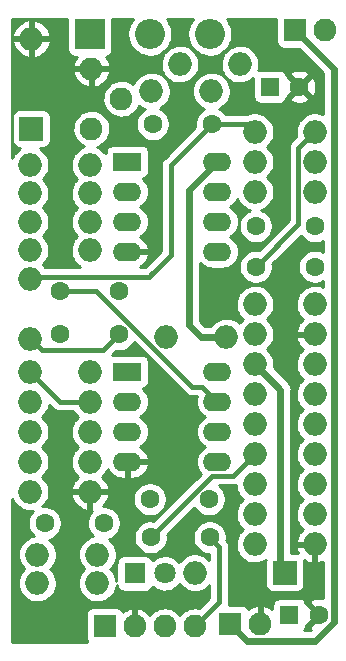
<source format=gbr>
G04 #@! TF.GenerationSoftware,KiCad,Pcbnew,(5.99.0-1452-gb67f18b39)*
G04 #@! TF.CreationDate,2020-04-28T12:12:10+03:00*
G04 #@! TF.ProjectId,agudo,61677564-6f2e-46b6-9963-61645f706362,rev?*
G04 #@! TF.SameCoordinates,Original*
G04 #@! TF.FileFunction,Copper,L2,Bot*
G04 #@! TF.FilePolarity,Positive*
%FSLAX46Y46*%
G04 Gerber Fmt 4.6, Leading zero omitted, Abs format (unit mm)*
G04 Created by KiCad (PCBNEW (5.99.0-1452-gb67f18b39)) date 2020-04-28 12:12:10*
%MOMM*%
%LPD*%
G01*
G04 APERTURE LIST*
G04 #@! TA.AperFunction,ComponentPad*
%ADD10O,2.000000X2.000000*%
G04 #@! TD*
G04 #@! TA.AperFunction,ComponentPad*
%ADD11O,2.540000X2.540000*%
G04 #@! TD*
G04 #@! TA.AperFunction,ComponentPad*
%ADD12R,2.540000X2.540000*%
G04 #@! TD*
G04 #@! TA.AperFunction,ComponentPad*
%ADD13O,1.930400X1.930400*%
G04 #@! TD*
G04 #@! TA.AperFunction,ComponentPad*
%ADD14R,1.930400X1.930400*%
G04 #@! TD*
G04 #@! TA.AperFunction,ComponentPad*
%ADD15O,2.400000X1.600000*%
G04 #@! TD*
G04 #@! TA.AperFunction,ComponentPad*
%ADD16R,2.400000X1.600000*%
G04 #@! TD*
G04 #@! TA.AperFunction,ComponentPad*
%ADD17C,1.800000*%
G04 #@! TD*
G04 #@! TA.AperFunction,ComponentPad*
%ADD18R,1.800000X1.800000*%
G04 #@! TD*
G04 #@! TA.AperFunction,ComponentPad*
%ADD19R,2.000000X2.000000*%
G04 #@! TD*
G04 #@! TA.AperFunction,ComponentPad*
%ADD20C,1.600000*%
G04 #@! TD*
G04 #@! TA.AperFunction,ComponentPad*
%ADD21R,1.600000X1.600000*%
G04 #@! TD*
G04 #@! TA.AperFunction,ViaPad*
%ADD22C,0.800000*%
G04 #@! TD*
G04 #@! TA.AperFunction,Conductor*
%ADD23C,0.609600*%
G04 #@! TD*
G04 #@! TA.AperFunction,Conductor*
%ADD24C,0.381000*%
G04 #@! TD*
G04 #@! TA.AperFunction,Conductor*
%ADD25C,0.254000*%
G04 #@! TD*
G04 APERTURE END LIST*
D10*
G04 #@! TO.P,R27,2*
G04 #@! TO.N,Net-(R27-Pad2)*
X102870000Y-83185000D03*
G04 #@! TO.P,R27,1*
G04 #@! TO.N,Net-(C10-Pad2)*
X107950000Y-83185000D03*
G04 #@! TD*
G04 #@! TO.P,R26,2*
G04 #@! TO.N,GND*
X114300000Y-123825000D03*
G04 #@! TO.P,R26,1*
G04 #@! TO.N,OUT*
X109220000Y-123825000D03*
G04 #@! TD*
G04 #@! TO.P,R25,2*
G04 #@! TO.N,Net-(C10-Pad2)*
X114300000Y-103505000D03*
G04 #@! TO.P,R25,1*
G04 #@! TO.N,Net-(R23-Pad2)*
X109220000Y-103505000D03*
G04 #@! TD*
G04 #@! TO.P,R24,2*
G04 #@! TO.N,GND*
X114300000Y-106045000D03*
G04 #@! TO.P,R24,1*
G04 #@! TO.N,Net-(R23-Pad2)*
X109220000Y-106045000D03*
G04 #@! TD*
G04 #@! TO.P,R23,2*
G04 #@! TO.N,Net-(R23-Pad2)*
X114300000Y-108585000D03*
G04 #@! TO.P,R23,1*
G04 #@! TO.N,+9V*
X109220000Y-108585000D03*
G04 #@! TD*
G04 #@! TO.P,R22,2*
G04 #@! TO.N,Net-(C10-Pad1)*
X109220000Y-93980000D03*
G04 #@! TO.P,R22,1*
G04 #@! TO.N,Net-(C8-Pad1)*
X114300000Y-93980000D03*
G04 #@! TD*
G04 #@! TO.P,R21,2*
G04 #@! TO.N,Net-(C9-Pad1)*
X95885000Y-124714000D03*
G04 #@! TO.P,R21,1*
G04 #@! TO.N,Net-(R20-Pad2)*
X90805000Y-124714000D03*
G04 #@! TD*
G04 #@! TO.P,R20,2*
G04 #@! TO.N,Net-(R20-Pad2)*
X90170000Y-91694000D03*
G04 #@! TO.P,R20,1*
G04 #@! TO.N,Net-(R16-Pad2)*
X95250000Y-91694000D03*
G04 #@! TD*
G04 #@! TO.P,R19,2*
G04 #@! TO.N,Net-(C8-Pad1)*
X114300000Y-91440000D03*
G04 #@! TO.P,R19,1*
G04 #@! TO.N,Net-(C5-Pad2)*
X109220000Y-91440000D03*
G04 #@! TD*
G04 #@! TO.P,R18,2*
G04 #@! TO.N,Net-(R18-Pad2)*
X100457000Y-85471000D03*
G04 #@! TO.P,R18,1*
G04 #@! TO.N,Net-(C5-Pad2)*
X105537000Y-85471000D03*
G04 #@! TD*
G04 #@! TO.P,R17,2*
G04 #@! TO.N,Net-(C5-Pad2)*
X90170000Y-101346000D03*
G04 #@! TO.P,R17,1*
G04 #@! TO.N,Net-(C7-Pad2)*
X90170000Y-106426000D03*
G04 #@! TD*
G04 #@! TO.P,R16,2*
G04 #@! TO.N,Net-(R16-Pad2)*
X95250000Y-94107000D03*
G04 #@! TO.P,R16,1*
G04 #@! TO.N,Net-(C6-Pad1)*
X90170000Y-94107000D03*
G04 #@! TD*
G04 #@! TO.P,R15,2*
G04 #@! TO.N,Net-(C6-Pad2)*
X95250000Y-96520000D03*
G04 #@! TO.P,R15,1*
G04 #@! TO.N,Net-(C7-Pad1)*
X90170000Y-96520000D03*
G04 #@! TD*
G04 #@! TO.P,R14,2*
G04 #@! TO.N,Net-(D3-Pad1)*
X95885000Y-127127000D03*
G04 #@! TO.P,R14,1*
G04 #@! TO.N,LED-*
X90805000Y-127127000D03*
G04 #@! TD*
G04 #@! TO.P,R13,2*
G04 #@! TO.N,Net-(C5-Pad1)*
X95250000Y-98933000D03*
G04 #@! TO.P,R13,1*
G04 #@! TO.N,Net-(C7-Pad1)*
X90170000Y-98933000D03*
G04 #@! TD*
G04 #@! TO.P,R12,2*
G04 #@! TO.N,Net-(C6-Pad1)*
X109220000Y-111125000D03*
G04 #@! TO.P,R12,1*
G04 #@! TO.N,Net-(R10-Pad2)*
X114300000Y-111125000D03*
G04 #@! TD*
G04 #@! TO.P,R11,2*
G04 #@! TO.N,Net-(C4-Pad2)*
X114300000Y-88900000D03*
G04 #@! TO.P,R11,1*
G04 #@! TO.N,Net-(C5-Pad2)*
X109220000Y-88900000D03*
G04 #@! TD*
G04 #@! TO.P,R10,2*
G04 #@! TO.N,Net-(R10-Pad2)*
X109220000Y-113665000D03*
G04 #@! TO.P,R10,1*
G04 #@! TO.N,Net-(C3-Pad1)*
X114300000Y-113665000D03*
G04 #@! TD*
G04 #@! TO.P,R9,2*
G04 #@! TO.N,Net-(C9-Pad1)*
X109220000Y-116205000D03*
G04 #@! TO.P,R9,1*
G04 #@! TO.N,Net-(C3-Pad1)*
X114300000Y-116205000D03*
G04 #@! TD*
G04 #@! TO.P,R8,2*
G04 #@! TO.N,Net-(C3-Pad2)*
X109220000Y-118745000D03*
G04 #@! TO.P,R8,1*
G04 #@! TO.N,Net-(C4-Pad1)*
X114300000Y-118745000D03*
G04 #@! TD*
G04 #@! TO.P,R7,2*
G04 #@! TO.N,Net-(C5-Pad1)*
X109220000Y-121285000D03*
G04 #@! TO.P,R7,1*
G04 #@! TO.N,Net-(C4-Pad1)*
X114300000Y-121285000D03*
G04 #@! TD*
G04 #@! TO.P,R6,2*
G04 #@! TO.N,Net-(C3-Pad1)*
X95250000Y-109220000D03*
G04 #@! TO.P,R6,1*
G04 #@! TO.N,Net-(R5-Pad1)*
X90170000Y-109220000D03*
G04 #@! TD*
G04 #@! TO.P,R5,2*
G04 #@! TO.N,Net-(C5-Pad1)*
X90170000Y-111760000D03*
G04 #@! TO.P,R5,1*
G04 #@! TO.N,Net-(R5-Pad1)*
X95250000Y-111760000D03*
G04 #@! TD*
G04 #@! TO.P,R4,2*
G04 #@! TO.N,Net-(C5-Pad1)*
X90170000Y-114300000D03*
G04 #@! TO.P,R4,1*
G04 #@! TO.N,Net-(R3-Pad2)*
X95250000Y-114300000D03*
G04 #@! TD*
G04 #@! TO.P,R3,2*
G04 #@! TO.N,Net-(R3-Pad2)*
X95250000Y-116840000D03*
G04 #@! TO.P,R3,1*
G04 #@! TO.N,Net-(C1-Pad2)*
X90170000Y-116840000D03*
G04 #@! TD*
G04 #@! TO.P,R2,2*
G04 #@! TO.N,Net-(C5-Pad1)*
X101727000Y-106299000D03*
G04 #@! TO.P,R2,1*
G04 #@! TO.N,+9V*
X106807000Y-106299000D03*
G04 #@! TD*
G04 #@! TO.P,R1,2*
G04 #@! TO.N,GND*
X95250000Y-119380000D03*
G04 #@! TO.P,R1,1*
G04 #@! TO.N,IN*
X90170000Y-119380000D03*
G04 #@! TD*
D11*
G04 #@! TO.P,RV2,3,3*
G04 #@! TO.N,Net-(C8-Pad1)*
X105410000Y-80645000D03*
G04 #@! TO.P,RV2,2,2*
G04 #@! TO.N,Net-(R27-Pad2)*
X100330000Y-80645000D03*
D12*
G04 #@! TO.P,RV2,1,1*
X95250000Y-80645000D03*
G04 #@! TD*
D13*
G04 #@! TO.P,J3,2,GND*
G04 #@! TO.N,GND*
X115189000Y-80264000D03*
D14*
G04 #@! TO.P,J3,1,PWR*
G04 #@! TO.N,VIN*
X112649000Y-80264000D03*
G04 #@! TD*
D15*
G04 #@! TO.P,U2,8,V+*
G04 #@! TO.N,+9V*
X106045000Y-91440000D03*
G04 #@! TO.P,U2,4,V-*
G04 #@! TO.N,GND*
X98425000Y-99060000D03*
G04 #@! TO.P,U2,7*
G04 #@! TO.N,Net-(C10-Pad2)*
X106045000Y-93980000D03*
G04 #@! TO.P,U2,3,+*
G04 #@! TO.N,Net-(C6-Pad2)*
X98425000Y-96520000D03*
G04 #@! TO.P,U2,6,-*
G04 #@! TO.N,Net-(C10-Pad1)*
X106045000Y-96520000D03*
G04 #@! TO.P,U2,2,-*
G04 #@! TO.N,Net-(R16-Pad2)*
X98425000Y-93980000D03*
G04 #@! TO.P,U2,5,+*
G04 #@! TO.N,Net-(R23-Pad2)*
X106045000Y-99060000D03*
D16*
G04 #@! TO.P,U2,1*
G04 #@! TO.N,Net-(R20-Pad2)*
X98425000Y-91440000D03*
G04 #@! TD*
D15*
G04 #@! TO.P,U1,8,V+*
G04 #@! TO.N,+9V*
X106045000Y-109220000D03*
G04 #@! TO.P,U1,4,V-*
G04 #@! TO.N,GND*
X98425000Y-116840000D03*
G04 #@! TO.P,U1,7*
G04 #@! TO.N,Net-(C6-Pad1)*
X106045000Y-111760000D03*
G04 #@! TO.P,U1,3,+*
G04 #@! TO.N,Net-(R3-Pad2)*
X98425000Y-114300000D03*
G04 #@! TO.P,U1,6,-*
G04 #@! TO.N,Net-(R10-Pad2)*
X106045000Y-114300000D03*
G04 #@! TO.P,U1,2,-*
G04 #@! TO.N,Net-(R5-Pad1)*
X98425000Y-111760000D03*
G04 #@! TO.P,U1,5,+*
G04 #@! TO.N,Net-(C3-Pad2)*
X106045000Y-116840000D03*
D16*
G04 #@! TO.P,U1,1*
G04 #@! TO.N,Net-(C3-Pad1)*
X98425000Y-109220000D03*
G04 #@! TD*
D13*
G04 #@! TO.P,RV1,3,3*
G04 #@! TO.N,Net-(C5-Pad1)*
X95377000Y-88646000D03*
G04 #@! TO.P,RV1,2,2*
G04 #@! TO.N,Net-(R18-Pad2)*
X97917000Y-86106000D03*
G04 #@! TO.P,RV1,1,1*
G04 #@! TO.N,GND*
X95377000Y-83566000D03*
G04 #@! TD*
G04 #@! TO.P,J2,2,GND*
G04 #@! TO.N,GND*
X109664500Y-130556000D03*
D14*
G04 #@! TO.P,J2,1,PWR*
G04 #@! TO.N,VIN*
X107124500Y-130556000D03*
G04 #@! TD*
D13*
G04 #@! TO.P,J1,4,OUT*
G04 #@! TO.N,OUT*
X104127300Y-130784600D03*
G04 #@! TO.P,J1,3,SW*
G04 #@! TO.N,LED-*
X101587300Y-130784600D03*
G04 #@! TO.P,J1,2,GND*
G04 #@! TO.N,GND*
X99047300Y-130784600D03*
D14*
G04 #@! TO.P,J1,1,IN*
G04 #@! TO.N,IN*
X96507300Y-130784600D03*
G04 #@! TD*
D17*
G04 #@! TO.P,D3,2,A*
G04 #@! TO.N,VIN*
X101587300Y-126301500D03*
D18*
G04 #@! TO.P,D3,1,K*
G04 #@! TO.N,Net-(D3-Pad1)*
X99047300Y-126301500D03*
G04 #@! TD*
D19*
G04 #@! TO.P,D2,1,K*
G04 #@! TO.N,Net-(C5-Pad1)*
X90297000Y-88646000D03*
D10*
G04 #@! TO.P,D2,2,A*
G04 #@! TO.N,GND*
X90297000Y-81026000D03*
G04 #@! TD*
D19*
G04 #@! TO.P,D1,1,K*
G04 #@! TO.N,+9V*
X111760000Y-126238000D03*
D10*
G04 #@! TO.P,D1,2,A*
G04 #@! TO.N,VIN*
X104140000Y-126238000D03*
G04 #@! TD*
D20*
G04 #@! TO.P,C10,2*
G04 #@! TO.N,Net-(C10-Pad2)*
X109300000Y-96901000D03*
G04 #@! TO.P,C10,1*
G04 #@! TO.N,Net-(C10-Pad1)*
X114300000Y-96901000D03*
G04 #@! TD*
G04 #@! TO.P,C9,2*
G04 #@! TO.N,OUT*
X105393500Y-123253500D03*
G04 #@! TO.P,C9,1*
G04 #@! TO.N,Net-(C9-Pad1)*
X100393500Y-123253500D03*
G04 #@! TD*
G04 #@! TO.P,C8,2*
G04 #@! TO.N,GND*
X112990000Y-85090000D03*
D21*
G04 #@! TO.P,C8,1*
G04 #@! TO.N,Net-(C8-Pad1)*
X110490000Y-85090000D03*
G04 #@! TD*
D20*
G04 #@! TO.P,C7,2*
G04 #@! TO.N,Net-(C7-Pad2)*
X97710000Y-106045000D03*
G04 #@! TO.P,C7,1*
G04 #@! TO.N,Net-(C7-Pad1)*
X92710000Y-106045000D03*
G04 #@! TD*
G04 #@! TO.P,C6,2*
G04 #@! TO.N,Net-(C6-Pad2)*
X97710000Y-102362000D03*
G04 #@! TO.P,C6,1*
G04 #@! TO.N,Net-(C6-Pad1)*
X92710000Y-102362000D03*
G04 #@! TD*
G04 #@! TO.P,C5,2*
G04 #@! TO.N,Net-(C5-Pad2)*
X105584000Y-88265000D03*
G04 #@! TO.P,C5,1*
G04 #@! TO.N,Net-(C5-Pad1)*
X100584000Y-88265000D03*
G04 #@! TD*
G04 #@! TO.P,C4,2*
G04 #@! TO.N,Net-(C4-Pad2)*
X109300000Y-100330000D03*
G04 #@! TO.P,C4,1*
G04 #@! TO.N,Net-(C4-Pad1)*
X114300000Y-100330000D03*
G04 #@! TD*
G04 #@! TO.P,C3,2*
G04 #@! TO.N,Net-(C3-Pad2)*
X105330000Y-120015000D03*
G04 #@! TO.P,C3,1*
G04 #@! TO.N,Net-(C3-Pad1)*
X100330000Y-120015000D03*
G04 #@! TD*
G04 #@! TO.P,C2,2*
G04 #@! TO.N,GND*
X114641000Y-129794000D03*
D21*
G04 #@! TO.P,C2,1*
G04 #@! TO.N,+9V*
X112141000Y-129794000D03*
G04 #@! TD*
D20*
G04 #@! TO.P,C1,2*
G04 #@! TO.N,Net-(C1-Pad2)*
X96440000Y-122047000D03*
G04 #@! TO.P,C1,1*
G04 #@! TO.N,IN*
X91440000Y-122047000D03*
G04 #@! TD*
D22*
G04 #@! TO.N,GND*
X108839000Y-86741000D03*
X90043000Y-130429000D03*
X93345000Y-113030000D03*
X92837000Y-92837000D03*
X101600000Y-116840000D03*
X94234000Y-123063000D03*
X93472000Y-129413000D03*
X111887000Y-104775000D03*
X112522000Y-109855000D03*
X111379000Y-90170000D03*
G04 #@! TD*
D23*
G04 #@! TO.N,VIN*
X107124500Y-130556000D02*
X108594501Y-132026001D01*
X108594501Y-132026001D02*
X114340105Y-132026001D01*
X115945801Y-130420305D02*
X115945801Y-83560801D01*
X114340105Y-132026001D02*
X115945801Y-130420305D01*
X115945801Y-83560801D02*
X112649000Y-80264000D01*
D24*
G04 #@! TO.N,Net-(C7-Pad2)*
X90170000Y-106426000D02*
X91169999Y-107425999D01*
X91169999Y-107425999D02*
X96329001Y-107425999D01*
X96329001Y-107425999D02*
X97710000Y-106045000D01*
D23*
G04 #@! TO.N,+9V*
X111379000Y-110744000D02*
X109220000Y-108585000D01*
X111379000Y-126238000D02*
X111760000Y-126619000D01*
X111379000Y-110744000D02*
X111379000Y-126238000D01*
D24*
G04 #@! TO.N,Net-(C5-Pad2)*
X105584000Y-88265000D02*
X108585000Y-88265000D01*
X108585000Y-88265000D02*
X109220000Y-88900000D01*
X102108000Y-99314000D02*
X102108000Y-92837000D01*
X105584000Y-88265000D02*
X102108000Y-91741000D01*
X102108000Y-91741000D02*
X102108000Y-92837000D01*
G04 #@! TO.N,Net-(C6-Pad1)*
X95788942Y-102362000D02*
X103916942Y-110490000D01*
X92710000Y-102362000D02*
X95788942Y-102362000D01*
X103916942Y-110490000D02*
X104775000Y-110490000D01*
X104775000Y-110490000D02*
X106045000Y-111760000D01*
G04 #@! TO.N,Net-(C5-Pad2)*
X100457000Y-100965000D02*
X100647500Y-100774500D01*
X100647500Y-100774500D02*
X102108000Y-99314000D01*
X89408000Y-101219000D02*
X89455501Y-101171499D01*
X89455501Y-101171499D02*
X100250501Y-101171499D01*
X100250501Y-101171499D02*
X100647500Y-100774500D01*
D23*
G04 #@! TO.N,+9V*
X104648000Y-106299000D02*
X106807000Y-106299000D01*
D24*
G04 #@! TO.N,OUT*
X106193499Y-124053499D02*
X105393500Y-123253500D01*
X106193499Y-128718401D02*
X106193499Y-124053499D01*
X104127300Y-130784600D02*
X106193499Y-128718401D01*
G04 #@! TO.N,Net-(R5-Pad1)*
X92710000Y-111760000D02*
X90170000Y-109220000D01*
X95250000Y-111760000D02*
X92710000Y-111760000D01*
G04 #@! TO.N,Net-(C4-Pad2)*
X112909499Y-90290501D02*
X114300000Y-88900000D01*
X112909499Y-96720501D02*
X112909499Y-90290501D01*
X109300000Y-100330000D02*
X112909499Y-96720501D01*
G04 #@! TO.N,Net-(C9-Pad1)*
X107394490Y-118030510D02*
X109220000Y-116205000D01*
X105616490Y-118030510D02*
X107394490Y-118030510D01*
X100393500Y-123253500D02*
X105616490Y-118030510D01*
D23*
G04 #@! TO.N,+9V*
X103648001Y-93836999D02*
X106045000Y-91440000D01*
X103648001Y-105299001D02*
X103648001Y-93836999D01*
X104648000Y-106299000D02*
X103648001Y-105299001D01*
G04 #@! TD*
G04 #@! TO.N,GND*
G36*
X93338163Y-81923258D02*
G01*
X93340319Y-81939634D01*
X93415137Y-82218859D01*
X93427880Y-82243339D01*
X93558990Y-82399590D01*
X93575879Y-82413761D01*
X93750120Y-82514359D01*
X93770837Y-82521900D01*
X93963538Y-82555878D01*
X93974499Y-82556837D01*
X94136318Y-82556837D01*
X94054647Y-82657693D01*
X94048820Y-82666236D01*
X93924054Y-82885864D01*
X93919699Y-82895244D01*
X93832479Y-83132300D01*
X93829716Y-83142266D01*
X93790731Y-83346631D01*
X93866318Y-83438000D01*
X95175192Y-83438001D01*
X95175193Y-83438000D01*
X96886634Y-83438001D01*
X96962119Y-83348992D01*
X96934175Y-83180196D01*
X96932342Y-83172898D01*
X101231132Y-83172898D01*
X101248766Y-83425071D01*
X101250279Y-83435078D01*
X101308004Y-83681187D01*
X101311098Y-83690824D01*
X101407428Y-83924538D01*
X101412023Y-83933556D01*
X101544480Y-84148862D01*
X101550458Y-84157030D01*
X101715634Y-84348390D01*
X101722841Y-84355497D01*
X101916489Y-84517986D01*
X101924739Y-84523849D01*
X102141873Y-84653287D01*
X102150955Y-84657756D01*
X102385991Y-84750813D01*
X102395670Y-84753772D01*
X102642561Y-84808054D01*
X102652589Y-84809428D01*
X102904983Y-84823539D01*
X102915101Y-84823292D01*
X103166504Y-84796869D01*
X103176453Y-84795007D01*
X103420398Y-84728728D01*
X103429920Y-84725300D01*
X103660131Y-84620873D01*
X103668983Y-84615966D01*
X103879536Y-84476074D01*
X103887489Y-84469815D01*
X104072968Y-84298061D01*
X104079819Y-84290610D01*
X104235451Y-84091411D01*
X104241023Y-84082961D01*
X104362804Y-83861441D01*
X104366953Y-83852209D01*
X104451751Y-83614068D01*
X104454370Y-83604292D01*
X104500063Y-83355332D01*
X104501097Y-83344599D01*
X104502895Y-83172898D01*
X106311132Y-83172898D01*
X106328766Y-83425071D01*
X106330279Y-83435078D01*
X106388004Y-83681187D01*
X106391098Y-83690824D01*
X106487428Y-83924538D01*
X106492023Y-83933556D01*
X106624480Y-84148862D01*
X106630458Y-84157030D01*
X106795634Y-84348390D01*
X106802841Y-84355497D01*
X106996489Y-84517986D01*
X107004739Y-84523849D01*
X107221873Y-84653287D01*
X107230955Y-84657756D01*
X107465991Y-84750813D01*
X107475670Y-84753772D01*
X107722561Y-84808054D01*
X107732589Y-84809428D01*
X107984983Y-84823539D01*
X107995101Y-84823292D01*
X108246504Y-84796869D01*
X108256453Y-84795007D01*
X108500398Y-84728728D01*
X108509920Y-84725300D01*
X108740131Y-84620873D01*
X108748983Y-84615966D01*
X108959536Y-84476074D01*
X108967489Y-84469815D01*
X109048163Y-84395111D01*
X109048163Y-85898258D01*
X109050319Y-85914634D01*
X109125137Y-86193859D01*
X109137880Y-86218339D01*
X109268990Y-86374590D01*
X109285879Y-86388761D01*
X109460120Y-86489359D01*
X109480837Y-86496900D01*
X109673538Y-86530878D01*
X109684499Y-86531837D01*
X111298258Y-86531837D01*
X111314634Y-86529681D01*
X111593859Y-86454863D01*
X111618339Y-86442120D01*
X111774590Y-86311010D01*
X111788761Y-86294121D01*
X111881296Y-86133844D01*
X112127177Y-86133844D01*
X112143397Y-86257053D01*
X112376868Y-86391848D01*
X112386840Y-86396498D01*
X112612247Y-86478540D01*
X112622874Y-86481387D01*
X112859103Y-86523041D01*
X112870064Y-86524000D01*
X113109936Y-86524000D01*
X113120897Y-86523041D01*
X113357126Y-86481387D01*
X113367753Y-86478540D01*
X113593160Y-86396498D01*
X113603132Y-86391848D01*
X113836603Y-86257053D01*
X113852823Y-86133844D01*
X113042191Y-85323210D01*
X112937809Y-85323210D01*
X112127177Y-86133844D01*
X111881296Y-86133844D01*
X111889359Y-86119880D01*
X111896900Y-86099163D01*
X111923235Y-85949806D01*
X111946156Y-85952823D01*
X112756790Y-85142191D01*
X112756790Y-85037809D01*
X113223210Y-85037809D01*
X113223210Y-85142191D01*
X114033844Y-85952823D01*
X114157053Y-85936603D01*
X114291848Y-85703132D01*
X114296498Y-85693160D01*
X114378540Y-85467753D01*
X114381387Y-85457126D01*
X114423041Y-85220897D01*
X114424000Y-85209936D01*
X114424000Y-84970064D01*
X114423041Y-84959103D01*
X114381387Y-84722874D01*
X114378540Y-84712247D01*
X114296498Y-84486840D01*
X114291848Y-84476868D01*
X114157053Y-84243397D01*
X114033844Y-84227177D01*
X113223210Y-85037809D01*
X112756790Y-85037809D01*
X111946156Y-84227177D01*
X111920358Y-84230573D01*
X111870944Y-84046156D01*
X112127177Y-84046156D01*
X112937809Y-84856790D01*
X113042191Y-84856790D01*
X113852823Y-84046156D01*
X113836603Y-83922947D01*
X113603132Y-83788152D01*
X113593160Y-83783502D01*
X113367753Y-83701460D01*
X113357126Y-83698613D01*
X113120897Y-83656959D01*
X113109936Y-83656000D01*
X112870064Y-83656000D01*
X112859103Y-83656959D01*
X112622874Y-83698613D01*
X112612247Y-83701460D01*
X112386840Y-83783502D01*
X112376868Y-83788152D01*
X112143397Y-83922947D01*
X112127177Y-84046156D01*
X111870944Y-84046156D01*
X111854863Y-83986142D01*
X111842120Y-83961662D01*
X111711010Y-83805410D01*
X111694121Y-83791239D01*
X111519880Y-83690641D01*
X111499163Y-83683100D01*
X111306462Y-83649122D01*
X111295501Y-83648163D01*
X109681742Y-83648163D01*
X109665366Y-83650319D01*
X109503388Y-83693721D01*
X109531751Y-83614068D01*
X109534370Y-83604292D01*
X109580063Y-83355332D01*
X109581097Y-83344599D01*
X109584082Y-83059596D01*
X109583273Y-83048844D01*
X109542804Y-82798981D01*
X109540390Y-82789152D01*
X109460597Y-82549287D01*
X109456642Y-82539971D01*
X109339527Y-82315949D01*
X109334134Y-82307384D01*
X109182708Y-82104969D01*
X109176014Y-82097377D01*
X108994174Y-81921776D01*
X108986353Y-81915351D01*
X108778775Y-81771081D01*
X108770028Y-81765990D01*
X108542056Y-81656764D01*
X108532607Y-81653137D01*
X108290103Y-81581765D01*
X108280196Y-81579695D01*
X108029402Y-81548011D01*
X108019290Y-81547552D01*
X107766656Y-81556374D01*
X107756601Y-81557538D01*
X107508628Y-81606639D01*
X107498889Y-81609394D01*
X107261956Y-81697508D01*
X107252783Y-81701786D01*
X107032984Y-81826649D01*
X107024613Y-81832338D01*
X106827606Y-81990737D01*
X106820252Y-81997691D01*
X106651104Y-82185548D01*
X106644956Y-82193589D01*
X106508019Y-82406075D01*
X106503236Y-82414994D01*
X106402032Y-82646639D01*
X106398737Y-82656209D01*
X106335871Y-82901056D01*
X106334148Y-82911030D01*
X106311238Y-83162777D01*
X106311132Y-83172898D01*
X104502895Y-83172898D01*
X104504082Y-83059596D01*
X104503273Y-83048844D01*
X104462804Y-82798981D01*
X104460390Y-82789152D01*
X104380597Y-82549287D01*
X104376642Y-82539971D01*
X104259527Y-82315949D01*
X104254134Y-82307384D01*
X104102708Y-82104969D01*
X104096014Y-82097377D01*
X103914174Y-81921776D01*
X103906353Y-81915351D01*
X103698775Y-81771081D01*
X103690028Y-81765990D01*
X103462056Y-81656764D01*
X103452607Y-81653137D01*
X103210103Y-81581765D01*
X103200196Y-81579695D01*
X102949402Y-81548011D01*
X102939290Y-81547552D01*
X102686656Y-81556374D01*
X102676601Y-81557538D01*
X102428628Y-81606639D01*
X102418889Y-81609394D01*
X102181956Y-81697508D01*
X102172783Y-81701786D01*
X101952984Y-81826649D01*
X101944613Y-81832338D01*
X101747606Y-81990737D01*
X101740252Y-81997691D01*
X101571104Y-82185548D01*
X101564956Y-82193589D01*
X101428019Y-82406075D01*
X101423236Y-82414994D01*
X101322032Y-82646639D01*
X101318737Y-82656209D01*
X101255871Y-82901056D01*
X101254148Y-82911030D01*
X101231238Y-83162777D01*
X101231132Y-83172898D01*
X96932342Y-83172898D01*
X96931655Y-83170166D01*
X96850253Y-82931050D01*
X96846130Y-82921566D01*
X96726767Y-82698955D01*
X96721149Y-82690271D01*
X96604398Y-82538667D01*
X96823859Y-82479863D01*
X96848339Y-82467120D01*
X97004590Y-82336010D01*
X97018761Y-82319121D01*
X97119359Y-82144880D01*
X97126900Y-82124163D01*
X97160878Y-81931462D01*
X97161837Y-81920501D01*
X97161837Y-79374000D01*
X98910405Y-79374000D01*
X98865282Y-79420726D01*
X98859303Y-79427915D01*
X98700412Y-79650673D01*
X98695561Y-79658667D01*
X98571341Y-79902463D01*
X98567725Y-79911086D01*
X98480904Y-80170565D01*
X98478602Y-80179628D01*
X98431088Y-80449090D01*
X98430152Y-80458394D01*
X98422989Y-80731919D01*
X98423437Y-80741259D01*
X98456784Y-81012839D01*
X98458608Y-81022010D01*
X98531729Y-81285677D01*
X98534889Y-81294478D01*
X98646180Y-81544442D01*
X98650606Y-81552679D01*
X98797621Y-81783447D01*
X98803215Y-81790939D01*
X98982726Y-81997442D01*
X98989367Y-82004025D01*
X99197429Y-82181727D01*
X99204969Y-82187256D01*
X99437011Y-82332252D01*
X99445286Y-82336605D01*
X99696212Y-82445711D01*
X99705040Y-82448794D01*
X99969335Y-82519611D01*
X99978521Y-82521355D01*
X100250382Y-82552329D01*
X100259725Y-82552696D01*
X100533178Y-82543148D01*
X100542473Y-82542130D01*
X100811510Y-82492266D01*
X100820552Y-82489885D01*
X101079264Y-82400804D01*
X101087855Y-82397113D01*
X101330559Y-82270770D01*
X101338511Y-82265849D01*
X101559872Y-82105020D01*
X101567009Y-82098979D01*
X101762168Y-81907197D01*
X101768333Y-81900166D01*
X101933002Y-81681644D01*
X101938060Y-81673780D01*
X102068620Y-81433319D01*
X102072460Y-81424794D01*
X102166043Y-81167675D01*
X102168581Y-81158676D01*
X102223297Y-80889741D01*
X102224543Y-80878809D01*
X102234183Y-80510665D01*
X102233511Y-80499683D01*
X102192946Y-80228252D01*
X102190882Y-80219132D01*
X102110883Y-79957468D01*
X102107494Y-79948753D01*
X101989698Y-79701789D01*
X101985058Y-79693671D01*
X101832052Y-79466831D01*
X101826264Y-79459488D01*
X101747929Y-79374000D01*
X103990405Y-79374000D01*
X103945282Y-79420726D01*
X103939303Y-79427915D01*
X103780412Y-79650673D01*
X103775561Y-79658667D01*
X103651341Y-79902463D01*
X103647725Y-79911086D01*
X103560904Y-80170565D01*
X103558602Y-80179628D01*
X103511088Y-80449090D01*
X103510152Y-80458394D01*
X103502989Y-80731919D01*
X103503437Y-80741259D01*
X103536784Y-81012839D01*
X103538608Y-81022010D01*
X103611729Y-81285677D01*
X103614889Y-81294478D01*
X103726180Y-81544442D01*
X103730606Y-81552679D01*
X103877621Y-81783447D01*
X103883215Y-81790939D01*
X104062726Y-81997442D01*
X104069367Y-82004025D01*
X104277429Y-82181727D01*
X104284969Y-82187256D01*
X104517011Y-82332252D01*
X104525286Y-82336605D01*
X104776212Y-82445711D01*
X104785040Y-82448794D01*
X105049335Y-82519611D01*
X105058521Y-82521355D01*
X105330382Y-82552329D01*
X105339725Y-82552696D01*
X105613178Y-82543148D01*
X105622473Y-82542130D01*
X105891510Y-82492266D01*
X105900552Y-82489885D01*
X106159264Y-82400804D01*
X106167855Y-82397113D01*
X106410559Y-82270770D01*
X106418511Y-82265849D01*
X106639872Y-82105020D01*
X106647009Y-82098979D01*
X106842168Y-81907197D01*
X106848333Y-81900166D01*
X107013002Y-81681644D01*
X107018060Y-81673780D01*
X107148620Y-81433319D01*
X107152460Y-81424794D01*
X107246043Y-81167675D01*
X107248581Y-81158676D01*
X107303297Y-80889741D01*
X107304543Y-80878809D01*
X107314183Y-80510665D01*
X107313511Y-80499683D01*
X107272946Y-80228252D01*
X107270882Y-80219132D01*
X107190883Y-79957468D01*
X107187494Y-79948753D01*
X107069698Y-79701789D01*
X107065058Y-79693671D01*
X106912052Y-79466831D01*
X106906264Y-79459488D01*
X106827929Y-79374000D01*
X111041963Y-79374000D01*
X111041963Y-81237458D01*
X111044119Y-81253834D01*
X111118937Y-81533059D01*
X111131680Y-81557539D01*
X111262790Y-81713790D01*
X111279679Y-81727961D01*
X111453920Y-81828559D01*
X111474637Y-81836100D01*
X111667338Y-81870078D01*
X111678299Y-81871037D01*
X112925547Y-81871037D01*
X115005002Y-83950493D01*
X115005002Y-87425879D01*
X114892056Y-87371764D01*
X114882607Y-87368137D01*
X114640103Y-87296765D01*
X114630196Y-87294695D01*
X114379402Y-87263011D01*
X114369290Y-87262552D01*
X114116656Y-87271374D01*
X114106601Y-87272538D01*
X113858628Y-87321639D01*
X113848889Y-87324394D01*
X113611956Y-87412508D01*
X113602783Y-87416786D01*
X113382984Y-87541649D01*
X113374613Y-87547338D01*
X113177606Y-87705737D01*
X113170252Y-87712691D01*
X113001104Y-87900548D01*
X112994956Y-87908589D01*
X112858019Y-88121075D01*
X112853236Y-88129994D01*
X112752032Y-88361639D01*
X112748737Y-88371209D01*
X112685871Y-88616056D01*
X112684148Y-88626030D01*
X112661238Y-88877777D01*
X112661132Y-88887898D01*
X112678766Y-89140071D01*
X112680279Y-89150078D01*
X112718428Y-89312725D01*
X112390550Y-89640604D01*
X112375997Y-89649786D01*
X112362325Y-89661422D01*
X112306326Y-89724829D01*
X112286342Y-89744812D01*
X112280470Y-89751585D01*
X112267993Y-89768232D01*
X112217613Y-89825277D01*
X112207756Y-89840283D01*
X112197295Y-89862563D01*
X112182531Y-89882263D01*
X112173909Y-89898011D01*
X112147190Y-89969284D01*
X112114768Y-90038341D01*
X112109460Y-90055895D01*
X112105971Y-90079236D01*
X112097172Y-90102710D01*
X112093317Y-90120244D01*
X112086862Y-90207103D01*
X112083693Y-90228306D01*
X112083000Y-90237629D01*
X112083000Y-90259076D01*
X112077117Y-90338250D01*
X112078338Y-90356161D01*
X112083000Y-90378000D01*
X112082999Y-96378154D01*
X109544214Y-98916940D01*
X109430897Y-98896959D01*
X109419936Y-98896000D01*
X109180064Y-98896000D01*
X109169103Y-98896959D01*
X108932874Y-98938613D01*
X108922247Y-98941460D01*
X108696840Y-99023502D01*
X108686868Y-99028152D01*
X108479132Y-99148088D01*
X108470119Y-99154399D01*
X108286366Y-99308587D01*
X108278587Y-99316366D01*
X108124399Y-99500119D01*
X108118088Y-99509132D01*
X107998152Y-99716868D01*
X107993502Y-99726840D01*
X107911460Y-99952247D01*
X107908613Y-99962874D01*
X107866959Y-100199103D01*
X107866000Y-100210064D01*
X107866000Y-100449936D01*
X107866959Y-100460897D01*
X107908613Y-100697126D01*
X107911460Y-100707753D01*
X107993502Y-100933160D01*
X107998152Y-100943132D01*
X108118088Y-101150868D01*
X108124399Y-101159881D01*
X108278587Y-101343634D01*
X108286366Y-101351413D01*
X108470119Y-101505601D01*
X108479132Y-101511912D01*
X108686868Y-101631848D01*
X108696840Y-101636498D01*
X108922247Y-101718540D01*
X108932874Y-101721387D01*
X109169103Y-101763041D01*
X109180064Y-101764000D01*
X109419936Y-101764000D01*
X109430897Y-101763041D01*
X109667126Y-101721387D01*
X109677753Y-101718540D01*
X109903160Y-101636498D01*
X109913132Y-101631848D01*
X110120868Y-101511912D01*
X110129881Y-101505601D01*
X110313634Y-101351413D01*
X110321413Y-101343634D01*
X110475601Y-101159881D01*
X110481912Y-101150868D01*
X110601848Y-100943132D01*
X110606498Y-100933160D01*
X110688540Y-100707753D01*
X110691387Y-100697126D01*
X110733041Y-100460897D01*
X110734000Y-100449936D01*
X110734000Y-100210064D01*
X110733041Y-100199103D01*
X110713060Y-100085786D01*
X113103040Y-97695805D01*
X113118088Y-97721868D01*
X113124399Y-97730881D01*
X113278587Y-97914634D01*
X113286366Y-97922413D01*
X113470119Y-98076601D01*
X113479132Y-98082912D01*
X113686868Y-98202848D01*
X113696840Y-98207498D01*
X113922247Y-98289540D01*
X113932874Y-98292387D01*
X114169103Y-98334041D01*
X114180064Y-98335000D01*
X114419936Y-98335000D01*
X114430897Y-98334041D01*
X114667126Y-98292387D01*
X114677753Y-98289540D01*
X114903160Y-98207498D01*
X114913132Y-98202848D01*
X115005002Y-98149807D01*
X115005002Y-99081193D01*
X114913132Y-99028152D01*
X114903160Y-99023502D01*
X114677753Y-98941460D01*
X114667126Y-98938613D01*
X114430897Y-98896959D01*
X114419936Y-98896000D01*
X114180064Y-98896000D01*
X114169103Y-98896959D01*
X113932874Y-98938613D01*
X113922247Y-98941460D01*
X113696840Y-99023502D01*
X113686868Y-99028152D01*
X113479132Y-99148088D01*
X113470119Y-99154399D01*
X113286366Y-99308587D01*
X113278587Y-99316366D01*
X113124399Y-99500119D01*
X113118088Y-99509132D01*
X112998152Y-99716868D01*
X112993502Y-99726840D01*
X112911460Y-99952247D01*
X112908613Y-99962874D01*
X112866959Y-100199103D01*
X112866000Y-100210064D01*
X112866000Y-100449936D01*
X112866959Y-100460897D01*
X112908613Y-100697126D01*
X112911460Y-100707753D01*
X112993502Y-100933160D01*
X112998152Y-100943132D01*
X113118088Y-101150868D01*
X113124399Y-101159881D01*
X113278587Y-101343634D01*
X113286366Y-101351413D01*
X113470119Y-101505601D01*
X113479132Y-101511912D01*
X113686868Y-101631848D01*
X113696840Y-101636498D01*
X113922247Y-101718540D01*
X113932874Y-101721387D01*
X114169103Y-101763041D01*
X114180064Y-101764000D01*
X114419936Y-101764000D01*
X114430897Y-101763041D01*
X114667126Y-101721387D01*
X114677753Y-101718540D01*
X114903160Y-101636498D01*
X114913132Y-101631848D01*
X115005002Y-101578807D01*
X115005002Y-102030879D01*
X114892056Y-101976764D01*
X114882607Y-101973137D01*
X114640103Y-101901765D01*
X114630196Y-101899695D01*
X114379402Y-101868011D01*
X114369290Y-101867552D01*
X114116656Y-101876374D01*
X114106601Y-101877538D01*
X113858628Y-101926639D01*
X113848889Y-101929394D01*
X113611956Y-102017508D01*
X113602783Y-102021786D01*
X113382984Y-102146649D01*
X113374613Y-102152338D01*
X113177606Y-102310737D01*
X113170252Y-102317691D01*
X113001104Y-102505548D01*
X112994956Y-102513589D01*
X112858019Y-102726075D01*
X112853236Y-102734994D01*
X112752032Y-102966639D01*
X112748737Y-102976209D01*
X112685871Y-103221056D01*
X112684148Y-103231030D01*
X112661238Y-103482777D01*
X112661132Y-103492898D01*
X112678766Y-103745071D01*
X112680279Y-103755078D01*
X112738004Y-104001187D01*
X112741098Y-104010824D01*
X112837428Y-104244538D01*
X112842023Y-104253556D01*
X112974480Y-104468862D01*
X112980458Y-104477030D01*
X113145634Y-104668390D01*
X113152841Y-104675497D01*
X113271610Y-104775155D01*
X113177606Y-104850737D01*
X113170252Y-104857691D01*
X113001104Y-105045548D01*
X112994956Y-105053589D01*
X112858019Y-105266075D01*
X112853236Y-105274994D01*
X112752032Y-105506639D01*
X112748737Y-105516209D01*
X112685872Y-105761052D01*
X112684150Y-105771017D01*
X112678327Y-105834912D01*
X112753273Y-105917000D01*
X114428000Y-105917000D01*
X114428000Y-106173000D01*
X112749708Y-106173000D01*
X112674039Y-106268471D01*
X112738004Y-106541187D01*
X112741098Y-106550824D01*
X112837428Y-106784538D01*
X112842023Y-106793556D01*
X112974480Y-107008862D01*
X112980458Y-107017030D01*
X113145634Y-107208390D01*
X113152841Y-107215497D01*
X113271610Y-107315155D01*
X113177606Y-107390737D01*
X113170252Y-107397691D01*
X113001104Y-107585548D01*
X112994956Y-107593589D01*
X112858019Y-107806075D01*
X112853236Y-107814994D01*
X112752032Y-108046639D01*
X112748737Y-108056209D01*
X112685871Y-108301056D01*
X112684148Y-108311030D01*
X112661238Y-108562777D01*
X112661132Y-108572898D01*
X112678766Y-108825071D01*
X112680279Y-108835078D01*
X112738004Y-109081187D01*
X112741098Y-109090824D01*
X112837428Y-109324538D01*
X112842023Y-109333556D01*
X112974480Y-109548862D01*
X112980458Y-109557030D01*
X113145634Y-109748390D01*
X113152841Y-109755497D01*
X113271610Y-109855155D01*
X113177606Y-109930737D01*
X113170252Y-109937691D01*
X113001104Y-110125548D01*
X112994956Y-110133589D01*
X112858019Y-110346075D01*
X112853236Y-110354994D01*
X112752032Y-110586639D01*
X112748737Y-110596209D01*
X112685871Y-110841056D01*
X112684148Y-110851030D01*
X112661238Y-111102777D01*
X112661132Y-111112898D01*
X112678766Y-111365071D01*
X112680279Y-111375078D01*
X112738004Y-111621187D01*
X112741098Y-111630824D01*
X112837428Y-111864538D01*
X112842023Y-111873556D01*
X112974480Y-112088862D01*
X112980458Y-112097030D01*
X113145634Y-112288390D01*
X113152841Y-112295497D01*
X113271610Y-112395155D01*
X113177606Y-112470737D01*
X113170252Y-112477691D01*
X113001104Y-112665548D01*
X112994956Y-112673589D01*
X112858019Y-112886075D01*
X112853236Y-112894994D01*
X112752032Y-113126639D01*
X112748737Y-113136209D01*
X112685871Y-113381056D01*
X112684148Y-113391030D01*
X112661238Y-113642777D01*
X112661132Y-113652898D01*
X112678766Y-113905071D01*
X112680279Y-113915078D01*
X112738004Y-114161187D01*
X112741098Y-114170824D01*
X112837428Y-114404538D01*
X112842023Y-114413556D01*
X112974480Y-114628862D01*
X112980458Y-114637030D01*
X113145634Y-114828390D01*
X113152841Y-114835497D01*
X113271610Y-114935155D01*
X113177606Y-115010737D01*
X113170252Y-115017691D01*
X113001104Y-115205548D01*
X112994956Y-115213589D01*
X112858019Y-115426075D01*
X112853236Y-115434994D01*
X112752032Y-115666639D01*
X112748737Y-115676209D01*
X112685871Y-115921056D01*
X112684148Y-115931030D01*
X112661238Y-116182777D01*
X112661132Y-116192898D01*
X112678766Y-116445071D01*
X112680279Y-116455078D01*
X112738004Y-116701187D01*
X112741098Y-116710824D01*
X112837428Y-116944538D01*
X112842023Y-116953556D01*
X112974480Y-117168862D01*
X112980458Y-117177030D01*
X113145634Y-117368390D01*
X113152841Y-117375497D01*
X113271610Y-117475155D01*
X113177606Y-117550737D01*
X113170252Y-117557691D01*
X113001104Y-117745548D01*
X112994956Y-117753589D01*
X112858019Y-117966075D01*
X112853236Y-117974994D01*
X112752032Y-118206639D01*
X112748737Y-118216209D01*
X112685871Y-118461056D01*
X112684148Y-118471030D01*
X112661238Y-118722777D01*
X112661132Y-118732898D01*
X112678766Y-118985071D01*
X112680279Y-118995078D01*
X112738004Y-119241187D01*
X112741098Y-119250824D01*
X112837428Y-119484538D01*
X112842023Y-119493556D01*
X112974480Y-119708862D01*
X112980458Y-119717030D01*
X113145634Y-119908390D01*
X113152841Y-119915497D01*
X113271610Y-120015155D01*
X113177606Y-120090737D01*
X113170252Y-120097691D01*
X113001104Y-120285548D01*
X112994956Y-120293589D01*
X112858019Y-120506075D01*
X112853236Y-120514994D01*
X112752032Y-120746639D01*
X112748737Y-120756209D01*
X112685871Y-121001056D01*
X112684148Y-121011030D01*
X112661238Y-121262777D01*
X112661132Y-121272898D01*
X112678766Y-121525071D01*
X112680279Y-121535078D01*
X112738004Y-121781187D01*
X112741098Y-121790824D01*
X112837428Y-122024538D01*
X112842023Y-122033556D01*
X112974480Y-122248862D01*
X112980458Y-122257030D01*
X113145634Y-122448390D01*
X113152841Y-122455497D01*
X113271610Y-122555155D01*
X113177606Y-122630737D01*
X113170252Y-122637691D01*
X113001104Y-122825548D01*
X112994956Y-122833589D01*
X112858019Y-123046075D01*
X112853236Y-123054994D01*
X112752032Y-123286639D01*
X112748737Y-123296209D01*
X112685872Y-123541052D01*
X112684150Y-123551017D01*
X112678327Y-123614912D01*
X112753273Y-123697000D01*
X114428000Y-123697000D01*
X114428000Y-125370741D01*
X114511379Y-125445815D01*
X114596504Y-125436869D01*
X114606453Y-125435007D01*
X114850398Y-125368728D01*
X114859920Y-125365300D01*
X115005001Y-125299489D01*
X115005001Y-128402062D01*
X114771897Y-128360959D01*
X114760936Y-128360000D01*
X114521064Y-128360000D01*
X114510103Y-128360959D01*
X114273874Y-128402613D01*
X114263247Y-128405460D01*
X114037840Y-128487502D01*
X114027868Y-128492152D01*
X113794397Y-128626947D01*
X113778177Y-128750156D01*
X114822020Y-129794000D01*
X114551905Y-130064115D01*
X113778177Y-130837844D01*
X113794397Y-130961053D01*
X113972014Y-131063601D01*
X113950414Y-131085201D01*
X113341940Y-131085201D01*
X113425590Y-131015010D01*
X113439761Y-130998121D01*
X113540359Y-130823880D01*
X113547900Y-130803163D01*
X113574235Y-130653806D01*
X113597156Y-130656823D01*
X114407790Y-129846191D01*
X114407790Y-129741809D01*
X113597156Y-128931177D01*
X113571358Y-128934573D01*
X113505863Y-128690142D01*
X113493120Y-128665662D01*
X113362010Y-128509410D01*
X113345121Y-128495239D01*
X113170880Y-128394641D01*
X113150163Y-128387100D01*
X112957462Y-128353122D01*
X112946501Y-128352163D01*
X111332742Y-128352163D01*
X111316366Y-128354319D01*
X111037142Y-128429137D01*
X111012662Y-128441880D01*
X110856410Y-128572990D01*
X110842239Y-128589879D01*
X110741641Y-128764120D01*
X110734100Y-128784837D01*
X110700122Y-128977538D01*
X110699163Y-128988499D01*
X110699163Y-129334104D01*
X110662837Y-129300229D01*
X110654721Y-129293819D01*
X110444332Y-129154036D01*
X110435278Y-129149038D01*
X110204883Y-129045495D01*
X110195134Y-129042043D01*
X109950923Y-128977519D01*
X109940742Y-128975706D01*
X109874902Y-128969482D01*
X109792500Y-129044461D01*
X109792500Y-130684000D01*
X109536500Y-130684000D01*
X109536500Y-129040957D01*
X109440684Y-128965286D01*
X109171013Y-129029531D01*
X109161183Y-129032743D01*
X108928327Y-129130627D01*
X108919154Y-129135402D01*
X108705412Y-129270003D01*
X108697142Y-129276212D01*
X108660423Y-129308812D01*
X108654563Y-129286942D01*
X108641820Y-129262462D01*
X108510710Y-129106210D01*
X108493821Y-129092039D01*
X108319580Y-128991441D01*
X108298863Y-128983900D01*
X108106162Y-128949922D01*
X108095201Y-128948963D01*
X106994144Y-128948963D01*
X106997028Y-128929662D01*
X107005826Y-128906194D01*
X107009681Y-128888659D01*
X107016135Y-128801819D01*
X107019306Y-128780600D01*
X107019999Y-128771274D01*
X107019999Y-128749822D01*
X107025882Y-128670652D01*
X107024661Y-128652741D01*
X107019999Y-128630901D01*
X107019999Y-124146085D01*
X107023795Y-124129309D01*
X107025235Y-124111414D01*
X107019999Y-124027014D01*
X107019999Y-123998720D01*
X107019362Y-123989778D01*
X107016411Y-123969172D01*
X107011699Y-123893225D01*
X107008059Y-123875645D01*
X106999701Y-123852493D01*
X106996211Y-123828121D01*
X106991172Y-123810890D01*
X106959670Y-123741605D01*
X106933763Y-123669842D01*
X106925103Y-123653675D01*
X106911064Y-123634701D01*
X106900690Y-123611886D01*
X106891018Y-123596761D01*
X106834174Y-123530791D01*
X106821412Y-123513544D01*
X106815308Y-123506461D01*
X106806560Y-123497713D01*
X106826541Y-123384397D01*
X106827500Y-123373436D01*
X106827500Y-123133564D01*
X106826541Y-123122603D01*
X106784887Y-122886374D01*
X106782040Y-122875747D01*
X106699998Y-122650340D01*
X106695348Y-122640368D01*
X106575412Y-122432632D01*
X106569101Y-122423619D01*
X106414913Y-122239866D01*
X106407134Y-122232087D01*
X106223381Y-122077899D01*
X106214368Y-122071588D01*
X106006632Y-121951652D01*
X105996660Y-121947002D01*
X105771253Y-121864960D01*
X105760626Y-121862113D01*
X105524397Y-121820459D01*
X105513436Y-121819500D01*
X105273564Y-121819500D01*
X105262603Y-121820459D01*
X105026374Y-121862113D01*
X105015747Y-121864960D01*
X104790340Y-121947002D01*
X104780368Y-121951652D01*
X104572632Y-122071588D01*
X104563619Y-122077899D01*
X104379866Y-122232087D01*
X104372087Y-122239866D01*
X104217899Y-122423619D01*
X104211588Y-122432632D01*
X104091652Y-122640368D01*
X104087002Y-122650340D01*
X104004960Y-122875747D01*
X104002113Y-122886374D01*
X103960459Y-123122603D01*
X103959500Y-123133564D01*
X103959500Y-123373436D01*
X103960459Y-123384397D01*
X104002113Y-123620626D01*
X104004960Y-123631253D01*
X104087002Y-123856660D01*
X104091652Y-123866632D01*
X104211588Y-124074368D01*
X104217899Y-124083381D01*
X104372087Y-124267134D01*
X104379866Y-124274913D01*
X104563619Y-124429101D01*
X104572632Y-124435412D01*
X104780368Y-124555348D01*
X104790340Y-124559998D01*
X105015747Y-124642040D01*
X105026374Y-124644887D01*
X105262603Y-124686541D01*
X105273564Y-124687500D01*
X105367000Y-124687500D01*
X105367000Y-125151495D01*
X105366014Y-125150377D01*
X105184174Y-124974776D01*
X105176353Y-124968351D01*
X104968775Y-124824081D01*
X104960028Y-124818990D01*
X104732056Y-124709764D01*
X104722607Y-124706137D01*
X104480103Y-124634765D01*
X104470196Y-124632695D01*
X104219402Y-124601011D01*
X104209290Y-124600552D01*
X103956656Y-124609374D01*
X103946601Y-124610538D01*
X103698628Y-124659639D01*
X103688889Y-124662394D01*
X103451956Y-124750508D01*
X103442783Y-124754786D01*
X103222984Y-124879649D01*
X103214613Y-124885338D01*
X103017606Y-125043737D01*
X103010252Y-125050691D01*
X102841104Y-125238548D01*
X102834956Y-125246589D01*
X102778251Y-125334578D01*
X102704622Y-125243002D01*
X102697256Y-125235280D01*
X102510303Y-125069878D01*
X102501740Y-125063507D01*
X102289591Y-124931970D01*
X102280078Y-124927133D01*
X102048800Y-124833221D01*
X102038608Y-124830056D01*
X101794813Y-124776454D01*
X101784234Y-124775052D01*
X101534892Y-124763294D01*
X101524228Y-124763694D01*
X101276470Y-124794114D01*
X101266025Y-124796306D01*
X101026935Y-124868037D01*
X101017009Y-124871957D01*
X100793423Y-124982946D01*
X100784300Y-124988482D01*
X100582611Y-125135556D01*
X100574550Y-125142551D01*
X100535074Y-125183145D01*
X100512163Y-125097642D01*
X100499420Y-125073162D01*
X100368310Y-124916910D01*
X100351421Y-124902739D01*
X100177180Y-124802141D01*
X100156463Y-124794600D01*
X99963762Y-124760622D01*
X99952801Y-124759663D01*
X98139042Y-124759663D01*
X98122666Y-124761819D01*
X97843442Y-124836637D01*
X97818962Y-124849380D01*
X97662710Y-124980490D01*
X97648539Y-124997379D01*
X97547941Y-125171620D01*
X97540400Y-125192337D01*
X97506422Y-125385038D01*
X97505463Y-125395999D01*
X97505463Y-126911753D01*
X97477804Y-126740981D01*
X97475390Y-126731152D01*
X97395597Y-126491287D01*
X97391642Y-126481971D01*
X97274527Y-126257949D01*
X97269134Y-126249384D01*
X97117708Y-126046969D01*
X97111014Y-126039377D01*
X96987497Y-125920098D01*
X97087968Y-125827061D01*
X97094819Y-125819610D01*
X97250451Y-125620411D01*
X97256023Y-125611961D01*
X97377804Y-125390441D01*
X97381953Y-125381209D01*
X97466751Y-125143068D01*
X97469370Y-125133292D01*
X97515063Y-124884332D01*
X97516097Y-124873599D01*
X97519082Y-124588596D01*
X97518273Y-124577844D01*
X97477804Y-124327981D01*
X97475390Y-124318152D01*
X97395597Y-124078287D01*
X97391642Y-124068971D01*
X97274527Y-123844949D01*
X97269134Y-123836384D01*
X97117708Y-123633969D01*
X97111014Y-123626377D01*
X96929174Y-123450776D01*
X96921353Y-123444351D01*
X96877426Y-123413821D01*
X97043160Y-123353498D01*
X97053132Y-123348848D01*
X97260868Y-123228912D01*
X97269881Y-123222601D01*
X97453634Y-123068413D01*
X97461413Y-123060634D01*
X97615601Y-122876881D01*
X97621912Y-122867868D01*
X97741848Y-122660132D01*
X97746498Y-122650160D01*
X97828540Y-122424753D01*
X97831387Y-122414126D01*
X97873041Y-122177897D01*
X97874000Y-122166936D01*
X97874000Y-121927064D01*
X97873041Y-121916103D01*
X97831387Y-121679874D01*
X97828540Y-121669247D01*
X97746498Y-121443840D01*
X97741848Y-121433868D01*
X97621912Y-121226132D01*
X97615601Y-121217119D01*
X97461413Y-121033366D01*
X97453634Y-121025587D01*
X97269881Y-120871399D01*
X97260868Y-120865088D01*
X97053132Y-120745152D01*
X97043160Y-120740502D01*
X96817753Y-120658460D01*
X96807126Y-120655613D01*
X96570897Y-120613959D01*
X96559936Y-120613000D01*
X96323445Y-120613000D01*
X96452968Y-120493061D01*
X96459819Y-120485610D01*
X96615451Y-120286411D01*
X96621023Y-120277961D01*
X96742804Y-120056441D01*
X96746953Y-120047209D01*
X96801129Y-119895064D01*
X98896000Y-119895064D01*
X98896000Y-120134936D01*
X98896959Y-120145897D01*
X98938613Y-120382126D01*
X98941460Y-120392753D01*
X99023502Y-120618160D01*
X99028152Y-120628132D01*
X99148088Y-120835868D01*
X99154399Y-120844881D01*
X99308587Y-121028634D01*
X99316366Y-121036413D01*
X99500119Y-121190601D01*
X99509132Y-121196912D01*
X99716868Y-121316848D01*
X99726840Y-121321498D01*
X99952247Y-121403540D01*
X99962874Y-121406387D01*
X100199103Y-121448041D01*
X100210064Y-121449000D01*
X100449936Y-121449000D01*
X100460897Y-121448041D01*
X100697126Y-121406387D01*
X100707753Y-121403540D01*
X100933160Y-121321498D01*
X100943132Y-121316848D01*
X101150868Y-121196912D01*
X101159881Y-121190601D01*
X101343634Y-121036413D01*
X101351413Y-121028634D01*
X101505601Y-120844881D01*
X101511912Y-120835868D01*
X101631848Y-120628132D01*
X101636498Y-120618160D01*
X101718540Y-120392753D01*
X101721387Y-120382126D01*
X101763041Y-120145897D01*
X101764000Y-120134936D01*
X101764000Y-119895064D01*
X101763041Y-119884103D01*
X101721387Y-119647874D01*
X101718540Y-119637247D01*
X101636498Y-119411840D01*
X101631848Y-119401868D01*
X101511912Y-119194132D01*
X101505601Y-119185119D01*
X101351413Y-119001366D01*
X101343634Y-118993587D01*
X101159881Y-118839399D01*
X101150868Y-118833088D01*
X100943132Y-118713152D01*
X100933160Y-118708502D01*
X100707753Y-118626460D01*
X100697126Y-118623613D01*
X100460897Y-118581959D01*
X100449936Y-118581000D01*
X100210064Y-118581000D01*
X100199103Y-118581959D01*
X99962874Y-118623613D01*
X99952247Y-118626460D01*
X99726840Y-118708502D01*
X99716868Y-118713152D01*
X99509132Y-118833088D01*
X99500119Y-118839399D01*
X99316366Y-118993587D01*
X99308587Y-119001366D01*
X99154399Y-119185119D01*
X99148088Y-119194132D01*
X99028152Y-119401868D01*
X99023502Y-119411840D01*
X98941460Y-119637247D01*
X98938613Y-119647874D01*
X98896959Y-119884103D01*
X98896000Y-119895064D01*
X96801129Y-119895064D01*
X96831751Y-119809069D01*
X96834370Y-119799292D01*
X96871188Y-119598693D01*
X96795626Y-119508000D01*
X95451809Y-119508000D01*
X95378000Y-119581809D01*
X95378000Y-120925741D01*
X95458730Y-120998430D01*
X95426366Y-121025587D01*
X95418587Y-121033366D01*
X95264399Y-121217119D01*
X95258088Y-121226132D01*
X95138152Y-121433868D01*
X95133502Y-121443840D01*
X95051460Y-121669247D01*
X95048613Y-121679874D01*
X95006959Y-121916103D01*
X95006000Y-121927064D01*
X95006000Y-122166936D01*
X95006959Y-122177897D01*
X95048613Y-122414126D01*
X95051460Y-122424753D01*
X95133502Y-122650160D01*
X95138152Y-122660132D01*
X95258088Y-122867868D01*
X95264399Y-122876881D01*
X95418587Y-123060634D01*
X95426366Y-123068413D01*
X95494482Y-123125569D01*
X95443628Y-123135639D01*
X95433889Y-123138394D01*
X95196956Y-123226508D01*
X95187783Y-123230786D01*
X94967984Y-123355649D01*
X94959613Y-123361338D01*
X94762606Y-123519737D01*
X94755252Y-123526691D01*
X94586104Y-123714548D01*
X94579956Y-123722589D01*
X94443019Y-123935075D01*
X94438236Y-123943994D01*
X94337032Y-124175639D01*
X94333737Y-124185209D01*
X94270871Y-124430056D01*
X94269148Y-124440030D01*
X94246238Y-124691777D01*
X94246132Y-124701898D01*
X94263766Y-124954071D01*
X94265279Y-124964078D01*
X94323004Y-125210187D01*
X94326098Y-125219824D01*
X94422428Y-125453538D01*
X94427023Y-125462556D01*
X94559480Y-125677862D01*
X94565458Y-125686030D01*
X94730634Y-125877390D01*
X94737841Y-125884497D01*
X94779318Y-125919300D01*
X94762606Y-125932737D01*
X94755252Y-125939691D01*
X94586104Y-126127548D01*
X94579956Y-126135589D01*
X94443019Y-126348075D01*
X94438236Y-126356994D01*
X94337032Y-126588639D01*
X94333737Y-126598209D01*
X94270871Y-126843056D01*
X94269148Y-126853030D01*
X94246238Y-127104777D01*
X94246132Y-127114898D01*
X94263766Y-127367071D01*
X94265279Y-127377078D01*
X94323004Y-127623187D01*
X94326098Y-127632824D01*
X94422428Y-127866538D01*
X94427023Y-127875556D01*
X94559480Y-128090862D01*
X94565458Y-128099030D01*
X94730634Y-128290390D01*
X94737841Y-128297497D01*
X94931489Y-128459986D01*
X94939739Y-128465849D01*
X95156873Y-128595287D01*
X95165955Y-128599756D01*
X95400991Y-128692813D01*
X95410670Y-128695772D01*
X95657561Y-128750054D01*
X95667589Y-128751428D01*
X95919983Y-128765539D01*
X95930101Y-128765292D01*
X96181504Y-128738869D01*
X96191453Y-128737007D01*
X96435398Y-128670728D01*
X96444920Y-128667300D01*
X96675131Y-128562873D01*
X96683983Y-128557966D01*
X96894536Y-128418074D01*
X96902489Y-128411815D01*
X97087968Y-128240061D01*
X97094819Y-128232610D01*
X97250451Y-128033411D01*
X97256023Y-128024961D01*
X97377804Y-127803441D01*
X97381953Y-127794209D01*
X97466751Y-127556068D01*
X97469370Y-127546292D01*
X97515063Y-127297332D01*
X97516097Y-127286599D01*
X97516388Y-127258859D01*
X97582437Y-127505359D01*
X97595180Y-127529839D01*
X97726290Y-127686090D01*
X97743179Y-127700261D01*
X97917420Y-127800859D01*
X97938137Y-127808400D01*
X98130838Y-127842378D01*
X98141799Y-127843337D01*
X99955558Y-127843337D01*
X99971934Y-127841181D01*
X100251159Y-127766363D01*
X100275639Y-127753620D01*
X100431890Y-127622510D01*
X100446061Y-127605621D01*
X100545521Y-127433350D01*
X100552487Y-127440794D01*
X100560412Y-127447942D01*
X100759241Y-127598861D01*
X100768257Y-127604571D01*
X100989671Y-127719832D01*
X100999520Y-127723942D01*
X101237189Y-127800249D01*
X101247590Y-127802640D01*
X101494717Y-127837812D01*
X101505372Y-127838417D01*
X101754893Y-127831448D01*
X101765498Y-127830249D01*
X102010277Y-127781337D01*
X102020528Y-127778368D01*
X102253567Y-127688913D01*
X102263171Y-127684260D01*
X102477806Y-127556819D01*
X102486488Y-127550614D01*
X102676583Y-127388831D01*
X102684096Y-127381252D01*
X102823913Y-127214033D01*
X102985634Y-127401390D01*
X102992841Y-127408497D01*
X103186489Y-127570986D01*
X103194739Y-127576849D01*
X103411873Y-127706287D01*
X103420955Y-127710756D01*
X103655991Y-127803813D01*
X103665670Y-127806772D01*
X103912561Y-127861054D01*
X103922589Y-127862428D01*
X104174983Y-127876539D01*
X104185101Y-127876292D01*
X104436504Y-127849869D01*
X104446453Y-127848007D01*
X104690398Y-127781728D01*
X104699920Y-127778300D01*
X104930131Y-127673873D01*
X104938983Y-127668966D01*
X105149536Y-127529074D01*
X105157489Y-127522815D01*
X105342968Y-127351061D01*
X105349819Y-127343610D01*
X105366999Y-127321621D01*
X105366999Y-128376055D01*
X104511185Y-129231869D01*
X104413723Y-129206119D01*
X104403542Y-129204306D01*
X104152070Y-129180535D01*
X104141729Y-129180408D01*
X103889751Y-129198029D01*
X103879529Y-129199593D01*
X103633813Y-129258131D01*
X103623983Y-129261343D01*
X103391127Y-129359227D01*
X103381954Y-129364002D01*
X103168212Y-129498603D01*
X103159942Y-129504812D01*
X102971054Y-129672514D01*
X102963909Y-129679991D01*
X102856927Y-129812103D01*
X102777331Y-129708746D01*
X102770372Y-129701097D01*
X102585637Y-129528829D01*
X102577521Y-129522419D01*
X102367132Y-129382636D01*
X102358078Y-129377638D01*
X102127683Y-129274095D01*
X102117934Y-129270643D01*
X101873723Y-129206119D01*
X101863542Y-129204306D01*
X101612070Y-129180535D01*
X101601729Y-129180408D01*
X101349751Y-129198029D01*
X101339529Y-129199593D01*
X101093813Y-129258131D01*
X101083983Y-129261343D01*
X100851127Y-129359227D01*
X100841954Y-129364002D01*
X100628212Y-129498603D01*
X100619942Y-129504812D01*
X100431054Y-129672514D01*
X100423909Y-129679991D01*
X100316927Y-129812103D01*
X100237331Y-129708746D01*
X100230372Y-129701097D01*
X100045637Y-129528829D01*
X100037521Y-129522419D01*
X99827132Y-129382636D01*
X99818078Y-129377638D01*
X99587683Y-129274095D01*
X99577934Y-129270643D01*
X99333723Y-129206119D01*
X99323542Y-129204306D01*
X99257702Y-129198082D01*
X99175300Y-129273061D01*
X99175300Y-130912600D01*
X98919300Y-130912600D01*
X98919300Y-129269557D01*
X98823484Y-129193886D01*
X98553813Y-129258131D01*
X98543983Y-129261343D01*
X98311127Y-129359227D01*
X98301954Y-129364002D01*
X98088212Y-129498603D01*
X98079942Y-129504812D01*
X98043223Y-129537412D01*
X98037363Y-129515542D01*
X98024620Y-129491062D01*
X97893510Y-129334810D01*
X97876621Y-129320639D01*
X97702380Y-129220041D01*
X97681663Y-129212500D01*
X97488962Y-129178522D01*
X97478001Y-129177563D01*
X95533842Y-129177563D01*
X95517466Y-129179719D01*
X95238242Y-129254537D01*
X95213762Y-129267280D01*
X95057510Y-129398390D01*
X95043339Y-129415279D01*
X94942741Y-129589520D01*
X94935200Y-129610237D01*
X94901222Y-129802938D01*
X94900263Y-129813899D01*
X94900263Y-131758058D01*
X94902419Y-131774434D01*
X94977237Y-132053659D01*
X94989980Y-132078139D01*
X94992381Y-132081000D01*
X88645000Y-132081000D01*
X88645000Y-119968076D01*
X88707428Y-120119538D01*
X88712023Y-120128556D01*
X88844480Y-120343862D01*
X88850458Y-120352030D01*
X89015634Y-120543390D01*
X89022841Y-120550497D01*
X89216489Y-120712986D01*
X89224739Y-120718849D01*
X89441873Y-120848287D01*
X89450955Y-120852756D01*
X89685991Y-120945813D01*
X89695670Y-120948772D01*
X89942561Y-121003054D01*
X89952589Y-121004428D01*
X90204983Y-121018539D01*
X90215101Y-121018292D01*
X90466504Y-120991869D01*
X90466562Y-120991858D01*
X90426366Y-121025587D01*
X90418587Y-121033366D01*
X90264399Y-121217119D01*
X90258088Y-121226132D01*
X90138152Y-121433868D01*
X90133502Y-121443840D01*
X90051460Y-121669247D01*
X90048613Y-121679874D01*
X90006959Y-121916103D01*
X90006000Y-121927064D01*
X90006000Y-122166936D01*
X90006959Y-122177897D01*
X90048613Y-122414126D01*
X90051460Y-122424753D01*
X90133502Y-122650160D01*
X90138152Y-122660132D01*
X90258088Y-122867868D01*
X90264399Y-122876881D01*
X90418587Y-123060634D01*
X90426366Y-123068413D01*
X90479208Y-123112753D01*
X90363628Y-123135639D01*
X90353889Y-123138394D01*
X90116956Y-123226508D01*
X90107783Y-123230786D01*
X89887984Y-123355649D01*
X89879613Y-123361338D01*
X89682606Y-123519737D01*
X89675252Y-123526691D01*
X89506104Y-123714548D01*
X89499956Y-123722589D01*
X89363019Y-123935075D01*
X89358236Y-123943994D01*
X89257032Y-124175639D01*
X89253737Y-124185209D01*
X89190871Y-124430056D01*
X89189148Y-124440030D01*
X89166238Y-124691777D01*
X89166132Y-124701898D01*
X89183766Y-124954071D01*
X89185279Y-124964078D01*
X89243004Y-125210187D01*
X89246098Y-125219824D01*
X89342428Y-125453538D01*
X89347023Y-125462556D01*
X89479480Y-125677862D01*
X89485458Y-125686030D01*
X89650634Y-125877390D01*
X89657841Y-125884497D01*
X89699318Y-125919300D01*
X89682606Y-125932737D01*
X89675252Y-125939691D01*
X89506104Y-126127548D01*
X89499956Y-126135589D01*
X89363019Y-126348075D01*
X89358236Y-126356994D01*
X89257032Y-126588639D01*
X89253737Y-126598209D01*
X89190871Y-126843056D01*
X89189148Y-126853030D01*
X89166238Y-127104777D01*
X89166132Y-127114898D01*
X89183766Y-127367071D01*
X89185279Y-127377078D01*
X89243004Y-127623187D01*
X89246098Y-127632824D01*
X89342428Y-127866538D01*
X89347023Y-127875556D01*
X89479480Y-128090862D01*
X89485458Y-128099030D01*
X89650634Y-128290390D01*
X89657841Y-128297497D01*
X89851489Y-128459986D01*
X89859739Y-128465849D01*
X90076873Y-128595287D01*
X90085955Y-128599756D01*
X90320991Y-128692813D01*
X90330670Y-128695772D01*
X90577561Y-128750054D01*
X90587589Y-128751428D01*
X90839983Y-128765539D01*
X90850101Y-128765292D01*
X91101504Y-128738869D01*
X91111453Y-128737007D01*
X91355398Y-128670728D01*
X91364920Y-128667300D01*
X91595131Y-128562873D01*
X91603983Y-128557966D01*
X91814536Y-128418074D01*
X91822489Y-128411815D01*
X92007968Y-128240061D01*
X92014819Y-128232610D01*
X92170451Y-128033411D01*
X92176023Y-128024961D01*
X92297804Y-127803441D01*
X92301953Y-127794209D01*
X92386751Y-127556068D01*
X92389370Y-127546292D01*
X92435063Y-127297332D01*
X92436097Y-127286599D01*
X92439082Y-127001596D01*
X92438273Y-126990844D01*
X92397804Y-126740981D01*
X92395390Y-126731152D01*
X92315597Y-126491287D01*
X92311642Y-126481971D01*
X92194527Y-126257949D01*
X92189134Y-126249384D01*
X92037708Y-126046969D01*
X92031014Y-126039377D01*
X91907497Y-125920098D01*
X92007968Y-125827061D01*
X92014819Y-125819610D01*
X92170451Y-125620411D01*
X92176023Y-125611961D01*
X92297804Y-125390441D01*
X92301953Y-125381209D01*
X92386751Y-125143068D01*
X92389370Y-125133292D01*
X92435063Y-124884332D01*
X92436097Y-124873599D01*
X92439082Y-124588596D01*
X92438273Y-124577844D01*
X92397804Y-124327981D01*
X92395390Y-124318152D01*
X92315597Y-124078287D01*
X92311642Y-124068971D01*
X92194527Y-123844949D01*
X92189134Y-123836384D01*
X92037708Y-123633969D01*
X92031014Y-123626377D01*
X91849174Y-123450776D01*
X91841353Y-123444351D01*
X91824922Y-123432931D01*
X92043160Y-123353498D01*
X92053132Y-123348848D01*
X92260868Y-123228912D01*
X92269881Y-123222601D01*
X92453634Y-123068413D01*
X92461413Y-123060634D01*
X92615601Y-122876881D01*
X92621912Y-122867868D01*
X92741848Y-122660132D01*
X92746498Y-122650160D01*
X92828540Y-122424753D01*
X92831387Y-122414126D01*
X92873041Y-122177897D01*
X92874000Y-122166936D01*
X92874000Y-121927064D01*
X92873041Y-121916103D01*
X92831387Y-121679874D01*
X92828540Y-121669247D01*
X92746498Y-121443840D01*
X92741848Y-121433868D01*
X92621912Y-121226132D01*
X92615601Y-121217119D01*
X92461413Y-121033366D01*
X92453634Y-121025587D01*
X92269881Y-120871399D01*
X92260868Y-120865088D01*
X92053132Y-120745152D01*
X92043160Y-120740502D01*
X91817753Y-120658460D01*
X91807126Y-120655613D01*
X91570897Y-120613959D01*
X91559936Y-120613000D01*
X91320064Y-120613000D01*
X91309103Y-120613959D01*
X91226722Y-120628485D01*
X91372968Y-120493061D01*
X91379819Y-120485610D01*
X91535451Y-120286411D01*
X91541023Y-120277961D01*
X91662804Y-120056441D01*
X91666953Y-120047209D01*
X91751751Y-119809068D01*
X91754370Y-119799292D01*
X91790310Y-119603471D01*
X93624039Y-119603471D01*
X93688004Y-119876187D01*
X93691098Y-119885824D01*
X93787428Y-120119538D01*
X93792023Y-120128556D01*
X93924480Y-120343862D01*
X93930458Y-120352030D01*
X94095634Y-120543390D01*
X94102841Y-120550497D01*
X94296489Y-120712986D01*
X94304739Y-120718849D01*
X94521873Y-120848287D01*
X94530955Y-120852756D01*
X94765991Y-120945813D01*
X94775670Y-120948772D01*
X95027904Y-121004229D01*
X95122000Y-120928574D01*
X95122000Y-119581809D01*
X95048191Y-119508000D01*
X93699708Y-119508000D01*
X93624039Y-119603471D01*
X91790310Y-119603471D01*
X91800063Y-119550332D01*
X91801097Y-119539599D01*
X91804082Y-119254596D01*
X91803273Y-119243844D01*
X91762804Y-118993981D01*
X91760390Y-118984152D01*
X91680597Y-118744287D01*
X91676642Y-118734971D01*
X91559527Y-118510949D01*
X91554134Y-118502384D01*
X91402708Y-118299969D01*
X91396014Y-118292377D01*
X91214173Y-118116776D01*
X91206352Y-118110351D01*
X91204500Y-118109064D01*
X91372968Y-117953061D01*
X91379819Y-117945610D01*
X91535451Y-117746411D01*
X91541023Y-117737961D01*
X91662804Y-117516441D01*
X91666953Y-117507209D01*
X91751751Y-117269068D01*
X91754370Y-117259292D01*
X91800063Y-117010332D01*
X91801097Y-116999599D01*
X91804082Y-116714596D01*
X91803273Y-116703844D01*
X91762804Y-116453981D01*
X91760390Y-116444152D01*
X91680597Y-116204287D01*
X91676642Y-116194971D01*
X91559527Y-115970949D01*
X91554134Y-115962384D01*
X91402708Y-115759969D01*
X91396014Y-115752377D01*
X91214173Y-115576776D01*
X91206352Y-115570351D01*
X91204500Y-115569064D01*
X91372968Y-115413061D01*
X91379819Y-115405610D01*
X91535451Y-115206411D01*
X91541023Y-115197961D01*
X91662804Y-114976441D01*
X91666953Y-114967209D01*
X91751751Y-114729068D01*
X91754370Y-114719292D01*
X91800063Y-114470332D01*
X91801097Y-114459599D01*
X91804082Y-114174596D01*
X91803273Y-114163844D01*
X91762804Y-113913981D01*
X91760390Y-113904152D01*
X91680597Y-113664287D01*
X91676642Y-113654971D01*
X91559527Y-113430949D01*
X91554134Y-113422384D01*
X91402708Y-113219969D01*
X91396014Y-113212377D01*
X91214173Y-113036776D01*
X91206352Y-113030351D01*
X91204500Y-113029064D01*
X91372968Y-112873061D01*
X91379819Y-112865610D01*
X91535451Y-112666411D01*
X91541023Y-112657961D01*
X91662804Y-112436441D01*
X91666953Y-112427209D01*
X91751751Y-112189068D01*
X91754370Y-112179292D01*
X91786327Y-112005173D01*
X92060103Y-112278950D01*
X92069286Y-112293504D01*
X92080921Y-112307175D01*
X92144328Y-112363174D01*
X92164311Y-112383158D01*
X92171086Y-112389032D01*
X92187728Y-112401503D01*
X92244775Y-112451886D01*
X92259781Y-112461743D01*
X92282065Y-112472205D01*
X92301761Y-112486967D01*
X92317509Y-112495589D01*
X92388765Y-112522302D01*
X92457840Y-112554732D01*
X92475394Y-112560040D01*
X92498742Y-112563530D01*
X92522208Y-112572326D01*
X92539741Y-112576181D01*
X92626569Y-112582634D01*
X92647805Y-112585807D01*
X92657128Y-112586500D01*
X92678592Y-112586500D01*
X92757748Y-112592382D01*
X92775660Y-112591161D01*
X92797494Y-112586500D01*
X93839974Y-112586500D01*
X93924480Y-112723863D01*
X93930458Y-112732030D01*
X94095634Y-112923390D01*
X94102841Y-112930497D01*
X94221610Y-113030155D01*
X94127606Y-113105737D01*
X94120252Y-113112691D01*
X93951104Y-113300548D01*
X93944956Y-113308589D01*
X93808019Y-113521075D01*
X93803236Y-113529994D01*
X93702032Y-113761639D01*
X93698737Y-113771209D01*
X93635871Y-114016056D01*
X93634148Y-114026030D01*
X93611238Y-114277777D01*
X93611132Y-114287898D01*
X93628766Y-114540071D01*
X93630279Y-114550078D01*
X93688004Y-114796187D01*
X93691098Y-114805824D01*
X93787428Y-115039538D01*
X93792023Y-115048556D01*
X93924480Y-115263862D01*
X93930458Y-115272030D01*
X94095634Y-115463390D01*
X94102841Y-115470497D01*
X94221610Y-115570155D01*
X94127606Y-115645737D01*
X94120252Y-115652691D01*
X93951104Y-115840548D01*
X93944956Y-115848589D01*
X93808019Y-116061075D01*
X93803236Y-116069994D01*
X93702032Y-116301639D01*
X93698737Y-116311209D01*
X93635871Y-116556056D01*
X93634148Y-116566030D01*
X93611238Y-116817777D01*
X93611132Y-116827898D01*
X93628766Y-117080071D01*
X93630279Y-117090078D01*
X93688004Y-117336187D01*
X93691098Y-117345824D01*
X93787428Y-117579538D01*
X93792023Y-117588556D01*
X93924480Y-117803862D01*
X93930458Y-117812030D01*
X94095634Y-118003390D01*
X94102841Y-118010497D01*
X94221610Y-118110155D01*
X94127606Y-118185737D01*
X94120252Y-118192691D01*
X93951104Y-118380548D01*
X93944956Y-118388589D01*
X93808019Y-118601075D01*
X93803236Y-118609994D01*
X93702032Y-118841639D01*
X93698737Y-118851209D01*
X93635872Y-119096052D01*
X93634150Y-119106017D01*
X93628327Y-119169912D01*
X93703273Y-119252000D01*
X96794765Y-119252000D01*
X96870233Y-119163326D01*
X96842804Y-118993981D01*
X96840390Y-118984152D01*
X96760597Y-118744287D01*
X96756642Y-118734971D01*
X96639527Y-118510949D01*
X96634134Y-118502384D01*
X96482708Y-118299969D01*
X96476014Y-118292377D01*
X96294173Y-118116776D01*
X96286352Y-118110351D01*
X96284500Y-118109064D01*
X96452968Y-117953061D01*
X96459819Y-117945610D01*
X96615451Y-117746411D01*
X96621023Y-117737961D01*
X96742804Y-117516441D01*
X96746953Y-117507209D01*
X96749953Y-117498785D01*
X96776042Y-117554734D01*
X96781543Y-117564262D01*
X96919129Y-117760755D01*
X96926202Y-117769183D01*
X97095817Y-117938798D01*
X97104245Y-117945871D01*
X97300738Y-118083457D01*
X97310266Y-118088958D01*
X97527665Y-118190333D01*
X97538004Y-118194096D01*
X97769704Y-118256180D01*
X97780539Y-118258090D01*
X97959652Y-118273760D01*
X97965146Y-118274000D01*
X98223191Y-118274000D01*
X98297000Y-118200191D01*
X98297000Y-117041809D01*
X98553000Y-117041809D01*
X98553000Y-118200191D01*
X98626809Y-118274000D01*
X98884854Y-118274000D01*
X98890348Y-118273760D01*
X99069461Y-118258090D01*
X99080296Y-118256180D01*
X99311996Y-118194096D01*
X99322335Y-118190333D01*
X99539734Y-118088958D01*
X99549262Y-118083457D01*
X99745755Y-117945871D01*
X99754183Y-117938798D01*
X99923798Y-117769183D01*
X99930871Y-117760755D01*
X100068457Y-117564262D01*
X100073958Y-117554734D01*
X100175333Y-117337335D01*
X100179096Y-117326996D01*
X100248871Y-117066592D01*
X100173218Y-116968000D01*
X98626809Y-116968000D01*
X98553000Y-117041809D01*
X98297000Y-117041809D01*
X98297000Y-116712000D01*
X100173218Y-116712000D01*
X100248871Y-116613408D01*
X100179096Y-116353004D01*
X100175333Y-116342665D01*
X100073958Y-116125266D01*
X100068457Y-116115738D01*
X99930871Y-115919245D01*
X99923798Y-115910817D01*
X99754183Y-115741202D01*
X99745755Y-115734129D01*
X99549262Y-115596543D01*
X99539734Y-115591042D01*
X99494609Y-115570000D01*
X99539734Y-115548958D01*
X99549262Y-115543457D01*
X99745755Y-115405871D01*
X99754183Y-115398798D01*
X99923798Y-115229183D01*
X99930871Y-115220755D01*
X100068457Y-115024262D01*
X100073958Y-115014734D01*
X100175333Y-114797335D01*
X100179096Y-114786996D01*
X100241180Y-114555296D01*
X100243090Y-114544461D01*
X100263996Y-114305501D01*
X100263996Y-114294499D01*
X100243090Y-114055539D01*
X100241180Y-114044704D01*
X100179096Y-113813004D01*
X100175333Y-113802665D01*
X100073958Y-113585266D01*
X100068457Y-113575738D01*
X99930871Y-113379245D01*
X99923798Y-113370817D01*
X99754183Y-113201202D01*
X99745755Y-113194129D01*
X99549262Y-113056543D01*
X99539734Y-113051042D01*
X99494609Y-113030000D01*
X99539734Y-113008958D01*
X99549262Y-113003457D01*
X99745755Y-112865871D01*
X99754183Y-112858798D01*
X99923798Y-112689183D01*
X99930871Y-112680755D01*
X100068457Y-112484262D01*
X100073958Y-112474734D01*
X100175333Y-112257335D01*
X100179096Y-112246996D01*
X100241180Y-112015296D01*
X100243090Y-112004461D01*
X100263996Y-111765501D01*
X100263996Y-111754499D01*
X100243090Y-111515539D01*
X100241180Y-111504704D01*
X100179096Y-111273004D01*
X100175333Y-111262665D01*
X100073958Y-111045266D01*
X100068457Y-111035738D01*
X99930871Y-110839245D01*
X99923798Y-110830817D01*
X99754183Y-110661202D01*
X99745755Y-110654129D01*
X99724887Y-110639517D01*
X99928859Y-110584863D01*
X99953339Y-110572120D01*
X100109590Y-110441010D01*
X100123761Y-110424121D01*
X100224359Y-110249880D01*
X100231900Y-110229163D01*
X100265878Y-110036462D01*
X100266837Y-110025501D01*
X100266837Y-108411742D01*
X100264681Y-108395366D01*
X100189863Y-108116142D01*
X100177120Y-108091662D01*
X100046010Y-107935410D01*
X100029121Y-107921239D01*
X99854880Y-107820641D01*
X99834163Y-107813100D01*
X99641462Y-107779122D01*
X99630501Y-107778163D01*
X97216742Y-107778163D01*
X97200366Y-107780319D01*
X97122723Y-107801123D01*
X97465786Y-107458061D01*
X97579103Y-107478041D01*
X97590064Y-107479000D01*
X97829936Y-107479000D01*
X97840897Y-107478041D01*
X98077126Y-107436387D01*
X98087753Y-107433540D01*
X98313160Y-107351498D01*
X98323132Y-107346848D01*
X98530868Y-107226912D01*
X98539881Y-107220601D01*
X98723634Y-107066413D01*
X98731413Y-107058634D01*
X98885601Y-106874881D01*
X98891912Y-106865868D01*
X98976849Y-106718753D01*
X103267044Y-111008949D01*
X103276227Y-111023503D01*
X103287863Y-111037175D01*
X103351262Y-111093167D01*
X103371252Y-111113158D01*
X103378026Y-111119031D01*
X103394677Y-111131510D01*
X103451718Y-111181887D01*
X103466724Y-111191744D01*
X103489006Y-111202206D01*
X103508703Y-111216968D01*
X103524451Y-111225590D01*
X103595715Y-111252305D01*
X103664782Y-111284732D01*
X103682337Y-111290041D01*
X103705681Y-111293529D01*
X103729149Y-111302327D01*
X103746683Y-111306182D01*
X103833528Y-111312636D01*
X103854747Y-111315807D01*
X103864070Y-111316500D01*
X103885530Y-111316500D01*
X103964690Y-111322382D01*
X103982601Y-111321161D01*
X104004436Y-111316500D01*
X104279249Y-111316500D01*
X104228820Y-111504704D01*
X104226910Y-111515539D01*
X104206004Y-111754499D01*
X104206004Y-111765501D01*
X104226910Y-112004461D01*
X104228820Y-112015296D01*
X104290904Y-112246996D01*
X104294667Y-112257335D01*
X104396042Y-112474734D01*
X104401543Y-112484262D01*
X104539129Y-112680755D01*
X104546202Y-112689183D01*
X104715817Y-112858798D01*
X104724245Y-112865871D01*
X104920738Y-113003457D01*
X104930266Y-113008958D01*
X104975391Y-113030000D01*
X104930266Y-113051042D01*
X104920738Y-113056543D01*
X104724245Y-113194129D01*
X104715817Y-113201202D01*
X104546202Y-113370817D01*
X104539129Y-113379245D01*
X104401543Y-113575738D01*
X104396042Y-113585266D01*
X104294667Y-113802665D01*
X104290904Y-113813004D01*
X104228820Y-114044704D01*
X104226910Y-114055539D01*
X104206004Y-114294499D01*
X104206004Y-114305501D01*
X104226910Y-114544461D01*
X104228820Y-114555296D01*
X104290904Y-114786996D01*
X104294667Y-114797335D01*
X104396042Y-115014734D01*
X104401543Y-115024262D01*
X104539129Y-115220755D01*
X104546202Y-115229183D01*
X104715817Y-115398798D01*
X104724245Y-115405871D01*
X104920738Y-115543457D01*
X104930266Y-115548958D01*
X104975391Y-115570000D01*
X104930266Y-115591042D01*
X104920738Y-115596543D01*
X104724245Y-115734129D01*
X104715817Y-115741202D01*
X104546202Y-115910817D01*
X104539129Y-115919245D01*
X104401543Y-116115738D01*
X104396042Y-116125266D01*
X104294667Y-116342665D01*
X104290904Y-116353004D01*
X104228820Y-116584704D01*
X104226910Y-116595539D01*
X104206004Y-116834499D01*
X104206004Y-116845501D01*
X104226910Y-117084461D01*
X104228820Y-117095296D01*
X104290904Y-117326996D01*
X104294667Y-117337335D01*
X104396042Y-117554734D01*
X104401543Y-117564262D01*
X104539129Y-117760755D01*
X104546202Y-117769183D01*
X104627586Y-117850567D01*
X100637714Y-121840440D01*
X100524397Y-121820459D01*
X100513436Y-121819500D01*
X100273564Y-121819500D01*
X100262603Y-121820459D01*
X100026374Y-121862113D01*
X100015747Y-121864960D01*
X99790340Y-121947002D01*
X99780368Y-121951652D01*
X99572632Y-122071588D01*
X99563619Y-122077899D01*
X99379866Y-122232087D01*
X99372087Y-122239866D01*
X99217899Y-122423619D01*
X99211588Y-122432632D01*
X99091652Y-122640368D01*
X99087002Y-122650340D01*
X99004960Y-122875747D01*
X99002113Y-122886374D01*
X98960459Y-123122603D01*
X98959500Y-123133564D01*
X98959500Y-123373436D01*
X98960459Y-123384397D01*
X99002113Y-123620626D01*
X99004960Y-123631253D01*
X99087002Y-123856660D01*
X99091652Y-123866632D01*
X99211588Y-124074368D01*
X99217899Y-124083381D01*
X99372087Y-124267134D01*
X99379866Y-124274913D01*
X99563619Y-124429101D01*
X99572632Y-124435412D01*
X99780368Y-124555348D01*
X99790340Y-124559998D01*
X100015747Y-124642040D01*
X100026374Y-124644887D01*
X100262603Y-124686541D01*
X100273564Y-124687500D01*
X100513436Y-124687500D01*
X100524397Y-124686541D01*
X100760626Y-124644887D01*
X100771253Y-124642040D01*
X100996660Y-124559998D01*
X101006632Y-124555348D01*
X101214368Y-124435412D01*
X101223381Y-124429101D01*
X101407134Y-124274913D01*
X101414913Y-124267134D01*
X101569101Y-124083381D01*
X101575412Y-124074368D01*
X101695348Y-123866632D01*
X101699998Y-123856660D01*
X101782040Y-123631253D01*
X101784887Y-123620626D01*
X101826541Y-123384397D01*
X101827500Y-123373436D01*
X101827500Y-123133564D01*
X101826541Y-123122603D01*
X101806560Y-123009285D01*
X104086556Y-120729290D01*
X104148088Y-120835868D01*
X104154399Y-120844881D01*
X104308587Y-121028634D01*
X104316366Y-121036413D01*
X104500119Y-121190601D01*
X104509132Y-121196912D01*
X104716868Y-121316848D01*
X104726840Y-121321498D01*
X104952247Y-121403540D01*
X104962874Y-121406387D01*
X105199103Y-121448041D01*
X105210064Y-121449000D01*
X105449936Y-121449000D01*
X105460897Y-121448041D01*
X105697126Y-121406387D01*
X105707753Y-121403540D01*
X105933160Y-121321498D01*
X105943132Y-121316848D01*
X106150868Y-121196912D01*
X106159881Y-121190601D01*
X106343634Y-121036413D01*
X106351413Y-121028634D01*
X106505601Y-120844881D01*
X106511912Y-120835868D01*
X106631848Y-120628132D01*
X106636498Y-120618160D01*
X106718540Y-120392753D01*
X106721387Y-120382126D01*
X106763041Y-120145897D01*
X106764000Y-120134936D01*
X106764000Y-119895064D01*
X106763041Y-119884103D01*
X106721387Y-119647874D01*
X106718540Y-119637247D01*
X106636498Y-119411840D01*
X106631848Y-119401868D01*
X106511912Y-119194132D01*
X106505601Y-119185119D01*
X106351413Y-119001366D01*
X106343634Y-118993587D01*
X106180869Y-118857010D01*
X107301899Y-118857010D01*
X107318680Y-118860807D01*
X107336576Y-118862247D01*
X107420985Y-118857010D01*
X107449268Y-118857010D01*
X107458209Y-118856373D01*
X107478815Y-118853423D01*
X107554764Y-118848710D01*
X107572344Y-118845069D01*
X107588566Y-118839213D01*
X107598766Y-118985071D01*
X107600279Y-118995078D01*
X107658004Y-119241187D01*
X107661098Y-119250824D01*
X107757428Y-119484538D01*
X107762023Y-119493556D01*
X107894480Y-119708862D01*
X107900458Y-119717030D01*
X108065634Y-119908390D01*
X108072841Y-119915497D01*
X108191610Y-120015155D01*
X108097606Y-120090737D01*
X108090252Y-120097691D01*
X107921104Y-120285548D01*
X107914956Y-120293589D01*
X107778019Y-120506075D01*
X107773236Y-120514994D01*
X107672032Y-120746639D01*
X107668737Y-120756209D01*
X107605871Y-121001056D01*
X107604148Y-121011030D01*
X107581238Y-121262777D01*
X107581132Y-121272898D01*
X107598766Y-121525071D01*
X107600279Y-121535078D01*
X107658004Y-121781187D01*
X107661098Y-121790824D01*
X107757428Y-122024538D01*
X107762023Y-122033556D01*
X107894480Y-122248862D01*
X107900458Y-122257030D01*
X108065634Y-122448390D01*
X108072841Y-122455497D01*
X108191610Y-122555155D01*
X108097606Y-122630737D01*
X108090252Y-122637691D01*
X107921104Y-122825548D01*
X107914956Y-122833589D01*
X107778019Y-123046075D01*
X107773236Y-123054994D01*
X107672032Y-123286639D01*
X107668737Y-123296209D01*
X107605871Y-123541056D01*
X107604148Y-123551030D01*
X107581238Y-123802777D01*
X107581132Y-123812898D01*
X107598766Y-124065071D01*
X107600279Y-124075078D01*
X107658004Y-124321187D01*
X107661098Y-124330824D01*
X107757428Y-124564538D01*
X107762023Y-124573556D01*
X107894480Y-124788862D01*
X107900458Y-124797030D01*
X108065634Y-124988390D01*
X108072841Y-124995497D01*
X108266489Y-125157986D01*
X108274739Y-125163849D01*
X108491873Y-125293287D01*
X108500955Y-125297756D01*
X108735991Y-125390813D01*
X108745670Y-125393772D01*
X108992561Y-125448054D01*
X109002589Y-125449428D01*
X109254983Y-125463539D01*
X109265101Y-125463292D01*
X109516504Y-125436869D01*
X109526453Y-125435007D01*
X109770398Y-125368728D01*
X109779920Y-125365300D01*
X110010131Y-125260873D01*
X110018983Y-125255966D01*
X110125534Y-125185173D01*
X110119122Y-125221538D01*
X110118163Y-125232499D01*
X110118163Y-127246258D01*
X110120319Y-127262634D01*
X110195137Y-127541859D01*
X110207880Y-127566339D01*
X110338990Y-127722590D01*
X110355879Y-127736761D01*
X110530120Y-127837359D01*
X110550837Y-127844900D01*
X110743538Y-127878878D01*
X110754499Y-127879837D01*
X112768258Y-127879837D01*
X112784634Y-127877681D01*
X113063859Y-127802863D01*
X113088339Y-127790120D01*
X113244590Y-127659010D01*
X113258761Y-127642121D01*
X113359359Y-127467880D01*
X113366900Y-127447163D01*
X113400878Y-127254462D01*
X113401837Y-127243501D01*
X113401837Y-125229742D01*
X113399681Y-125213366D01*
X113392434Y-125186320D01*
X113571873Y-125293287D01*
X113580955Y-125297756D01*
X113815991Y-125390813D01*
X113825670Y-125393772D01*
X114077904Y-125449229D01*
X114172000Y-125373574D01*
X114172000Y-124026809D01*
X114098191Y-123953000D01*
X112749708Y-123953000D01*
X112674039Y-124048471D01*
X112738004Y-124321187D01*
X112741098Y-124330824D01*
X112837428Y-124564538D01*
X112842023Y-124573556D01*
X112866262Y-124612956D01*
X112776462Y-124597122D01*
X112765501Y-124596163D01*
X112319800Y-124596163D01*
X112319800Y-110805656D01*
X112326830Y-110752257D01*
X112326830Y-110735741D01*
X112296671Y-110506660D01*
X112292396Y-110490706D01*
X112241129Y-110366936D01*
X112203974Y-110277237D01*
X112195716Y-110262933D01*
X112055057Y-110079622D01*
X112043378Y-110067943D01*
X112000639Y-110035148D01*
X110830021Y-108864531D01*
X110850063Y-108755332D01*
X110851097Y-108744599D01*
X110854082Y-108459596D01*
X110853273Y-108448844D01*
X110812804Y-108198981D01*
X110810390Y-108189152D01*
X110730597Y-107949287D01*
X110726642Y-107939971D01*
X110609527Y-107715949D01*
X110604134Y-107707384D01*
X110452708Y-107504969D01*
X110446014Y-107497377D01*
X110264173Y-107321776D01*
X110256352Y-107315351D01*
X110254500Y-107314064D01*
X110422968Y-107158061D01*
X110429819Y-107150610D01*
X110585451Y-106951411D01*
X110591023Y-106942961D01*
X110712804Y-106721441D01*
X110716953Y-106712209D01*
X110801751Y-106474068D01*
X110804370Y-106464292D01*
X110850063Y-106215332D01*
X110851097Y-106204599D01*
X110854082Y-105919596D01*
X110853273Y-105908844D01*
X110812804Y-105658981D01*
X110810390Y-105649152D01*
X110730597Y-105409287D01*
X110726642Y-105399971D01*
X110609527Y-105175949D01*
X110604134Y-105167384D01*
X110452708Y-104964969D01*
X110446014Y-104957377D01*
X110264173Y-104781776D01*
X110256352Y-104775351D01*
X110254500Y-104774064D01*
X110422968Y-104618061D01*
X110429819Y-104610610D01*
X110585451Y-104411411D01*
X110591023Y-104402961D01*
X110712804Y-104181441D01*
X110716953Y-104172209D01*
X110801751Y-103934068D01*
X110804370Y-103924292D01*
X110850063Y-103675332D01*
X110851097Y-103664599D01*
X110854082Y-103379596D01*
X110853273Y-103368844D01*
X110812804Y-103118981D01*
X110810390Y-103109152D01*
X110730597Y-102869287D01*
X110726642Y-102859971D01*
X110609527Y-102635949D01*
X110604134Y-102627384D01*
X110452708Y-102424969D01*
X110446014Y-102417377D01*
X110264174Y-102241776D01*
X110256353Y-102235351D01*
X110048775Y-102091081D01*
X110040028Y-102085990D01*
X109812056Y-101976764D01*
X109802607Y-101973137D01*
X109560103Y-101901765D01*
X109550196Y-101899695D01*
X109299402Y-101868011D01*
X109289290Y-101867552D01*
X109036656Y-101876374D01*
X109026601Y-101877538D01*
X108778628Y-101926639D01*
X108768889Y-101929394D01*
X108531956Y-102017508D01*
X108522783Y-102021786D01*
X108302984Y-102146649D01*
X108294613Y-102152338D01*
X108097606Y-102310737D01*
X108090252Y-102317691D01*
X107921104Y-102505548D01*
X107914956Y-102513589D01*
X107778019Y-102726075D01*
X107773236Y-102734994D01*
X107672032Y-102966639D01*
X107668737Y-102976209D01*
X107605871Y-103221056D01*
X107604148Y-103231030D01*
X107581238Y-103482777D01*
X107581132Y-103492898D01*
X107598766Y-103745071D01*
X107600279Y-103755078D01*
X107658004Y-104001187D01*
X107661098Y-104010824D01*
X107757428Y-104244538D01*
X107762023Y-104253556D01*
X107894480Y-104468862D01*
X107900458Y-104477030D01*
X108065634Y-104668390D01*
X108072841Y-104675497D01*
X108191610Y-104775155D01*
X108097606Y-104850737D01*
X108090252Y-104857691D01*
X107921104Y-105045548D01*
X107914956Y-105053589D01*
X107897565Y-105080575D01*
X107851174Y-105035776D01*
X107843353Y-105029351D01*
X107635775Y-104885081D01*
X107627028Y-104879990D01*
X107399056Y-104770764D01*
X107389607Y-104767137D01*
X107147103Y-104695765D01*
X107137196Y-104693695D01*
X106886402Y-104662011D01*
X106876290Y-104661552D01*
X106623656Y-104670374D01*
X106613601Y-104671538D01*
X106365628Y-104720639D01*
X106355889Y-104723394D01*
X106118956Y-104811508D01*
X106109783Y-104815786D01*
X105889984Y-104940649D01*
X105881613Y-104946338D01*
X105684606Y-105104737D01*
X105677252Y-105111691D01*
X105508104Y-105299548D01*
X105501956Y-105307589D01*
X105469340Y-105358200D01*
X105037692Y-105358200D01*
X104588801Y-104909310D01*
X104588801Y-100031782D01*
X104715817Y-100158798D01*
X104724245Y-100165871D01*
X104920738Y-100303457D01*
X104930266Y-100308958D01*
X105147665Y-100410333D01*
X105158004Y-100414096D01*
X105389704Y-100476180D01*
X105400539Y-100478090D01*
X105579652Y-100493760D01*
X105585146Y-100494000D01*
X106504854Y-100494000D01*
X106510348Y-100493760D01*
X106689461Y-100478090D01*
X106700296Y-100476180D01*
X106931996Y-100414096D01*
X106942335Y-100410333D01*
X107159734Y-100308958D01*
X107169262Y-100303457D01*
X107365755Y-100165871D01*
X107374183Y-100158798D01*
X107543798Y-99989183D01*
X107550871Y-99980755D01*
X107688457Y-99784262D01*
X107693958Y-99774734D01*
X107795333Y-99557335D01*
X107799096Y-99546996D01*
X107861180Y-99315296D01*
X107863090Y-99304461D01*
X107883996Y-99065501D01*
X107883996Y-99054499D01*
X107863090Y-98815539D01*
X107861180Y-98804704D01*
X107799096Y-98573004D01*
X107795333Y-98562665D01*
X107693958Y-98345266D01*
X107688457Y-98335738D01*
X107550871Y-98139245D01*
X107543798Y-98130817D01*
X107374183Y-97961202D01*
X107365755Y-97954129D01*
X107169262Y-97816543D01*
X107159734Y-97811042D01*
X107114609Y-97790000D01*
X107159734Y-97768958D01*
X107169262Y-97763457D01*
X107365755Y-97625871D01*
X107374183Y-97618798D01*
X107543798Y-97449183D01*
X107550871Y-97440755D01*
X107688457Y-97244262D01*
X107693958Y-97234734D01*
X107795333Y-97017335D01*
X107799096Y-97006996D01*
X107861180Y-96775296D01*
X107863090Y-96764461D01*
X107883996Y-96525501D01*
X107883996Y-96514499D01*
X107863090Y-96275539D01*
X107861180Y-96264704D01*
X107799096Y-96033004D01*
X107795333Y-96022665D01*
X107693958Y-95805266D01*
X107688457Y-95795738D01*
X107550871Y-95599245D01*
X107543798Y-95590817D01*
X107374183Y-95421202D01*
X107365755Y-95414129D01*
X107169262Y-95276543D01*
X107159734Y-95271042D01*
X107114609Y-95250000D01*
X107159734Y-95228958D01*
X107169262Y-95223457D01*
X107365755Y-95085871D01*
X107374183Y-95078798D01*
X107543798Y-94909183D01*
X107550871Y-94900755D01*
X107688457Y-94704262D01*
X107693958Y-94694734D01*
X107722222Y-94634122D01*
X107757428Y-94719538D01*
X107762023Y-94728556D01*
X107894480Y-94943862D01*
X107900458Y-94952030D01*
X108065634Y-95143390D01*
X108072841Y-95150497D01*
X108266489Y-95312986D01*
X108274739Y-95318849D01*
X108491873Y-95448287D01*
X108500955Y-95452756D01*
X108735991Y-95545813D01*
X108745670Y-95548772D01*
X108793555Y-95559300D01*
X108696840Y-95594502D01*
X108686868Y-95599152D01*
X108479132Y-95719088D01*
X108470119Y-95725399D01*
X108286366Y-95879587D01*
X108278587Y-95887366D01*
X108124399Y-96071119D01*
X108118088Y-96080132D01*
X107998152Y-96287868D01*
X107993502Y-96297840D01*
X107911460Y-96523247D01*
X107908613Y-96533874D01*
X107866959Y-96770103D01*
X107866000Y-96781064D01*
X107866000Y-97020936D01*
X107866959Y-97031897D01*
X107908613Y-97268126D01*
X107911460Y-97278753D01*
X107993502Y-97504160D01*
X107998152Y-97514132D01*
X108118088Y-97721868D01*
X108124399Y-97730881D01*
X108278587Y-97914634D01*
X108286366Y-97922413D01*
X108470119Y-98076601D01*
X108479132Y-98082912D01*
X108686868Y-98202848D01*
X108696840Y-98207498D01*
X108922247Y-98289540D01*
X108932874Y-98292387D01*
X109169103Y-98334041D01*
X109180064Y-98335000D01*
X109419936Y-98335000D01*
X109430897Y-98334041D01*
X109667126Y-98292387D01*
X109677753Y-98289540D01*
X109903160Y-98207498D01*
X109913132Y-98202848D01*
X110120868Y-98082912D01*
X110129881Y-98076601D01*
X110313634Y-97922413D01*
X110321413Y-97914634D01*
X110475601Y-97730881D01*
X110481912Y-97721868D01*
X110601848Y-97514132D01*
X110606498Y-97504160D01*
X110688540Y-97278753D01*
X110691387Y-97268126D01*
X110733041Y-97031897D01*
X110734000Y-97020936D01*
X110734000Y-96781064D01*
X110733041Y-96770103D01*
X110691387Y-96533874D01*
X110688540Y-96523247D01*
X110606498Y-96297840D01*
X110601848Y-96287868D01*
X110481912Y-96080132D01*
X110475601Y-96071119D01*
X110321413Y-95887366D01*
X110313634Y-95879587D01*
X110129881Y-95725399D01*
X110120868Y-95719088D01*
X109913132Y-95599152D01*
X109903160Y-95594502D01*
X109735077Y-95533324D01*
X109770398Y-95523728D01*
X109779920Y-95520300D01*
X110010131Y-95415873D01*
X110018983Y-95410966D01*
X110229536Y-95271074D01*
X110237489Y-95264815D01*
X110422968Y-95093061D01*
X110429819Y-95085610D01*
X110585451Y-94886411D01*
X110591023Y-94877961D01*
X110712804Y-94656441D01*
X110716953Y-94647209D01*
X110801751Y-94409068D01*
X110804370Y-94399292D01*
X110850063Y-94150332D01*
X110851097Y-94139599D01*
X110854082Y-93854596D01*
X110853273Y-93843844D01*
X110812804Y-93593981D01*
X110810390Y-93584152D01*
X110730597Y-93344287D01*
X110726642Y-93334971D01*
X110609527Y-93110949D01*
X110604134Y-93102384D01*
X110452708Y-92899969D01*
X110446014Y-92892377D01*
X110264173Y-92716776D01*
X110256352Y-92710351D01*
X110254500Y-92709064D01*
X110422968Y-92553061D01*
X110429819Y-92545610D01*
X110585451Y-92346411D01*
X110591023Y-92337961D01*
X110712804Y-92116441D01*
X110716953Y-92107209D01*
X110801751Y-91869068D01*
X110804370Y-91859292D01*
X110850063Y-91610332D01*
X110851097Y-91599599D01*
X110854082Y-91314596D01*
X110853273Y-91303844D01*
X110812804Y-91053981D01*
X110810390Y-91044152D01*
X110730597Y-90804287D01*
X110726642Y-90794971D01*
X110609527Y-90570949D01*
X110604134Y-90562384D01*
X110452708Y-90359969D01*
X110446014Y-90352377D01*
X110264173Y-90176776D01*
X110256352Y-90170351D01*
X110254500Y-90169064D01*
X110422968Y-90013061D01*
X110429819Y-90005610D01*
X110585451Y-89806411D01*
X110591023Y-89797961D01*
X110712804Y-89576441D01*
X110716953Y-89567209D01*
X110801751Y-89329068D01*
X110804370Y-89319292D01*
X110850063Y-89070332D01*
X110851097Y-89059599D01*
X110854082Y-88774596D01*
X110853273Y-88763844D01*
X110812804Y-88513981D01*
X110810390Y-88504152D01*
X110730597Y-88264287D01*
X110726642Y-88254971D01*
X110609527Y-88030949D01*
X110604134Y-88022384D01*
X110452708Y-87819969D01*
X110446014Y-87812377D01*
X110264174Y-87636776D01*
X110256353Y-87630351D01*
X110048775Y-87486081D01*
X110040028Y-87480990D01*
X109812056Y-87371764D01*
X109802607Y-87368137D01*
X109560103Y-87296765D01*
X109550196Y-87294695D01*
X109299402Y-87263011D01*
X109289290Y-87262552D01*
X109036656Y-87271374D01*
X109026601Y-87272538D01*
X108778628Y-87321639D01*
X108768889Y-87324394D01*
X108531956Y-87412508D01*
X108522783Y-87416786D01*
X108484559Y-87438500D01*
X106761968Y-87438500D01*
X106759601Y-87435119D01*
X106605413Y-87251366D01*
X106597634Y-87243587D01*
X106413881Y-87089399D01*
X106404868Y-87083088D01*
X106199742Y-86964659D01*
X106327131Y-86906873D01*
X106335983Y-86901966D01*
X106546536Y-86762074D01*
X106554489Y-86755815D01*
X106739968Y-86584061D01*
X106746819Y-86576610D01*
X106902451Y-86377411D01*
X106908023Y-86368961D01*
X107029804Y-86147441D01*
X107033953Y-86138209D01*
X107118751Y-85900068D01*
X107121370Y-85890292D01*
X107167063Y-85641332D01*
X107168097Y-85630599D01*
X107171082Y-85345596D01*
X107170273Y-85334844D01*
X107129804Y-85084981D01*
X107127390Y-85075152D01*
X107047597Y-84835287D01*
X107043642Y-84825971D01*
X106926527Y-84601949D01*
X106921134Y-84593384D01*
X106769708Y-84390969D01*
X106763014Y-84383377D01*
X106581174Y-84207776D01*
X106573353Y-84201351D01*
X106365775Y-84057081D01*
X106357028Y-84051990D01*
X106129056Y-83942764D01*
X106119607Y-83939137D01*
X105877103Y-83867765D01*
X105867196Y-83865695D01*
X105616402Y-83834011D01*
X105606290Y-83833552D01*
X105353656Y-83842374D01*
X105343601Y-83843538D01*
X105095628Y-83892639D01*
X105085889Y-83895394D01*
X104848956Y-83983508D01*
X104839783Y-83987786D01*
X104619984Y-84112649D01*
X104611613Y-84118338D01*
X104414606Y-84276737D01*
X104407252Y-84283691D01*
X104238104Y-84471548D01*
X104231956Y-84479589D01*
X104095019Y-84692075D01*
X104090236Y-84700994D01*
X103989032Y-84932639D01*
X103985737Y-84942209D01*
X103922871Y-85187056D01*
X103921148Y-85197030D01*
X103898238Y-85448777D01*
X103898132Y-85458898D01*
X103915766Y-85711071D01*
X103917279Y-85721078D01*
X103975004Y-85967187D01*
X103978098Y-85976824D01*
X104074428Y-86210538D01*
X104079023Y-86219556D01*
X104211480Y-86434862D01*
X104217458Y-86443030D01*
X104382634Y-86634390D01*
X104389841Y-86641497D01*
X104583489Y-86803986D01*
X104591739Y-86809849D01*
X104808873Y-86939287D01*
X104817955Y-86943756D01*
X104928592Y-86987560D01*
X104763132Y-87083088D01*
X104754119Y-87089399D01*
X104570366Y-87243587D01*
X104562587Y-87251366D01*
X104408399Y-87435119D01*
X104402088Y-87444132D01*
X104282152Y-87651868D01*
X104277502Y-87661840D01*
X104195460Y-87887247D01*
X104192613Y-87897874D01*
X104150959Y-88134103D01*
X104150000Y-88145064D01*
X104150000Y-88384936D01*
X104150959Y-88395897D01*
X104170939Y-88509214D01*
X101589056Y-91091099D01*
X101574497Y-91100285D01*
X101560825Y-91111921D01*
X101504819Y-91175336D01*
X101484844Y-91195311D01*
X101478972Y-91202083D01*
X101466498Y-91218726D01*
X101416113Y-91275777D01*
X101406257Y-91290782D01*
X101395795Y-91313065D01*
X101381032Y-91332763D01*
X101372410Y-91348510D01*
X101345695Y-91419774D01*
X101313268Y-91488841D01*
X101307959Y-91506396D01*
X101304471Y-91529740D01*
X101295673Y-91553208D01*
X101291818Y-91570743D01*
X101285364Y-91657586D01*
X101282193Y-91678805D01*
X101281500Y-91688129D01*
X101281500Y-91709588D01*
X101275618Y-91788748D01*
X101276839Y-91806659D01*
X101281500Y-91828494D01*
X101281501Y-92788803D01*
X101281500Y-98971654D01*
X100100333Y-100152822D01*
X100100318Y-100152835D01*
X99908155Y-100344999D01*
X99462444Y-100344999D01*
X99539734Y-100308958D01*
X99549262Y-100303457D01*
X99745755Y-100165871D01*
X99754183Y-100158798D01*
X99923798Y-99989183D01*
X99930871Y-99980755D01*
X100068457Y-99784262D01*
X100073958Y-99774734D01*
X100175333Y-99557335D01*
X100179096Y-99546996D01*
X100248871Y-99286592D01*
X100173218Y-99188000D01*
X98297000Y-99188000D01*
X98297000Y-98932000D01*
X100173218Y-98932000D01*
X100248871Y-98833408D01*
X100179096Y-98573004D01*
X100175333Y-98562665D01*
X100073958Y-98345266D01*
X100068457Y-98335738D01*
X99930871Y-98139245D01*
X99923798Y-98130817D01*
X99754183Y-97961202D01*
X99745755Y-97954129D01*
X99549262Y-97816543D01*
X99539734Y-97811042D01*
X99494609Y-97790000D01*
X99539734Y-97768958D01*
X99549262Y-97763457D01*
X99745755Y-97625871D01*
X99754183Y-97618798D01*
X99923798Y-97449183D01*
X99930871Y-97440755D01*
X100068457Y-97244262D01*
X100073958Y-97234734D01*
X100175333Y-97017335D01*
X100179096Y-97006996D01*
X100241180Y-96775296D01*
X100243090Y-96764461D01*
X100263996Y-96525501D01*
X100263996Y-96514499D01*
X100243090Y-96275539D01*
X100241180Y-96264704D01*
X100179096Y-96033004D01*
X100175333Y-96022665D01*
X100073958Y-95805266D01*
X100068457Y-95795738D01*
X99930871Y-95599245D01*
X99923798Y-95590817D01*
X99754183Y-95421202D01*
X99745755Y-95414129D01*
X99549262Y-95276543D01*
X99539734Y-95271042D01*
X99494609Y-95250000D01*
X99539734Y-95228958D01*
X99549262Y-95223457D01*
X99745755Y-95085871D01*
X99754183Y-95078798D01*
X99923798Y-94909183D01*
X99930871Y-94900755D01*
X100068457Y-94704262D01*
X100073958Y-94694734D01*
X100175333Y-94477335D01*
X100179096Y-94466996D01*
X100241180Y-94235296D01*
X100243090Y-94224461D01*
X100263996Y-93985501D01*
X100263996Y-93974499D01*
X100243090Y-93735539D01*
X100241180Y-93724704D01*
X100179096Y-93493004D01*
X100175333Y-93482665D01*
X100073958Y-93265266D01*
X100068457Y-93255738D01*
X99930871Y-93059245D01*
X99923798Y-93050817D01*
X99754183Y-92881202D01*
X99745755Y-92874129D01*
X99724887Y-92859517D01*
X99928859Y-92804863D01*
X99953339Y-92792120D01*
X100109590Y-92661010D01*
X100123761Y-92644121D01*
X100224359Y-92469880D01*
X100231900Y-92449163D01*
X100265878Y-92256462D01*
X100266837Y-92245501D01*
X100266837Y-90631742D01*
X100264681Y-90615366D01*
X100189863Y-90336142D01*
X100177120Y-90311662D01*
X100046010Y-90155410D01*
X100029121Y-90141239D01*
X99854880Y-90040641D01*
X99834163Y-90033100D01*
X99641462Y-89999122D01*
X99630501Y-89998163D01*
X97216742Y-89998163D01*
X97200366Y-90000319D01*
X96921142Y-90075137D01*
X96896662Y-90087880D01*
X96740410Y-90218990D01*
X96726239Y-90235879D01*
X96625641Y-90410120D01*
X96618100Y-90430837D01*
X96584122Y-90623538D01*
X96583163Y-90634499D01*
X96583163Y-90748250D01*
X96482708Y-90613969D01*
X96476014Y-90606377D01*
X96294174Y-90430776D01*
X96286353Y-90424351D01*
X96078775Y-90280081D01*
X96070028Y-90274990D01*
X95860064Y-90174392D01*
X96078128Y-90088933D01*
X96087415Y-90084384D01*
X96304382Y-89955046D01*
X96312801Y-89949041D01*
X96505730Y-89786003D01*
X96513055Y-89778703D01*
X96676766Y-89586344D01*
X96682801Y-89577946D01*
X96812895Y-89361431D01*
X96817477Y-89352161D01*
X96910463Y-89117306D01*
X96913470Y-89107411D01*
X96967011Y-88859769D01*
X96968418Y-88847969D01*
X96976385Y-88522013D01*
X96975556Y-88510158D01*
X96934175Y-88260197D01*
X96931655Y-88250167D01*
X96850253Y-88011050D01*
X96846130Y-88001566D01*
X96726767Y-87778955D01*
X96721149Y-87770271D01*
X96567031Y-87570146D01*
X96560072Y-87562497D01*
X96375337Y-87390229D01*
X96367221Y-87383819D01*
X96156832Y-87244036D01*
X96147778Y-87239038D01*
X95917383Y-87135495D01*
X95907634Y-87132043D01*
X95663423Y-87067519D01*
X95653242Y-87065706D01*
X95401770Y-87041935D01*
X95391429Y-87041808D01*
X95139451Y-87059429D01*
X95129229Y-87060993D01*
X94883513Y-87119531D01*
X94873683Y-87122743D01*
X94640827Y-87220627D01*
X94631654Y-87225402D01*
X94417912Y-87360003D01*
X94409642Y-87366212D01*
X94220754Y-87533914D01*
X94213609Y-87541391D01*
X94054647Y-87737693D01*
X94048820Y-87746236D01*
X93924054Y-87965864D01*
X93919699Y-87975244D01*
X93832479Y-88212300D01*
X93829716Y-88222266D01*
X93782385Y-88470384D01*
X93781286Y-88480667D01*
X93775114Y-88733185D01*
X93775710Y-88743509D01*
X93810864Y-88993643D01*
X93813137Y-89003732D01*
X93888673Y-89244766D01*
X93892564Y-89254348D01*
X94006452Y-89479808D01*
X94011855Y-89488626D01*
X94161038Y-89692458D01*
X94167809Y-89700275D01*
X94348280Y-89877004D01*
X94356237Y-89883610D01*
X94563148Y-90028492D01*
X94572077Y-90033710D01*
X94770704Y-90128876D01*
X94561956Y-90206508D01*
X94552783Y-90210786D01*
X94332984Y-90335649D01*
X94324613Y-90341338D01*
X94127606Y-90499737D01*
X94120252Y-90506691D01*
X93951104Y-90694548D01*
X93944956Y-90702589D01*
X93808019Y-90915075D01*
X93803236Y-90923994D01*
X93702032Y-91155639D01*
X93698737Y-91165209D01*
X93635871Y-91410056D01*
X93634148Y-91420030D01*
X93611238Y-91671777D01*
X93611132Y-91681898D01*
X93628766Y-91934071D01*
X93630279Y-91944078D01*
X93688004Y-92190187D01*
X93691098Y-92199824D01*
X93787428Y-92433538D01*
X93792023Y-92442556D01*
X93924480Y-92657862D01*
X93930458Y-92666030D01*
X94095634Y-92857390D01*
X94102841Y-92864497D01*
X94144318Y-92899300D01*
X94127606Y-92912737D01*
X94120252Y-92919691D01*
X93951104Y-93107548D01*
X93944956Y-93115589D01*
X93808019Y-93328075D01*
X93803236Y-93336994D01*
X93702032Y-93568639D01*
X93698737Y-93578209D01*
X93635871Y-93823056D01*
X93634148Y-93833030D01*
X93611238Y-94084777D01*
X93611132Y-94094898D01*
X93628766Y-94347071D01*
X93630279Y-94357078D01*
X93688004Y-94603187D01*
X93691098Y-94612824D01*
X93787428Y-94846538D01*
X93792023Y-94855556D01*
X93924480Y-95070862D01*
X93930458Y-95079030D01*
X94095634Y-95270390D01*
X94102841Y-95277497D01*
X94144318Y-95312300D01*
X94127606Y-95325737D01*
X94120252Y-95332691D01*
X93951104Y-95520548D01*
X93944956Y-95528589D01*
X93808019Y-95741075D01*
X93803236Y-95749994D01*
X93702032Y-95981639D01*
X93698737Y-95991209D01*
X93635871Y-96236056D01*
X93634148Y-96246030D01*
X93611238Y-96497777D01*
X93611132Y-96507898D01*
X93628766Y-96760071D01*
X93630279Y-96770078D01*
X93688004Y-97016187D01*
X93691098Y-97025824D01*
X93787428Y-97259538D01*
X93792023Y-97268556D01*
X93924480Y-97483862D01*
X93930458Y-97492030D01*
X94095634Y-97683390D01*
X94102841Y-97690497D01*
X94144318Y-97725300D01*
X94127606Y-97738737D01*
X94120252Y-97745691D01*
X93951104Y-97933548D01*
X93944956Y-97941589D01*
X93808019Y-98154075D01*
X93803236Y-98162994D01*
X93702032Y-98394639D01*
X93698737Y-98404209D01*
X93635871Y-98649056D01*
X93634148Y-98659030D01*
X93611238Y-98910777D01*
X93611132Y-98920898D01*
X93628766Y-99173071D01*
X93630279Y-99183078D01*
X93688004Y-99429187D01*
X93691098Y-99438824D01*
X93787428Y-99672538D01*
X93792023Y-99681556D01*
X93924480Y-99896862D01*
X93930458Y-99905030D01*
X94095634Y-100096390D01*
X94102841Y-100103497D01*
X94296489Y-100265986D01*
X94304739Y-100271849D01*
X94427449Y-100344999D01*
X91461830Y-100344999D01*
X91402708Y-100265969D01*
X91396014Y-100258376D01*
X91272497Y-100139098D01*
X91372968Y-100046061D01*
X91379819Y-100038610D01*
X91535451Y-99839411D01*
X91541023Y-99830961D01*
X91662804Y-99609441D01*
X91666953Y-99600209D01*
X91751751Y-99362068D01*
X91754370Y-99352292D01*
X91800063Y-99103332D01*
X91801097Y-99092599D01*
X91804082Y-98807596D01*
X91803273Y-98796844D01*
X91762804Y-98546981D01*
X91760390Y-98537152D01*
X91680597Y-98297287D01*
X91676642Y-98287971D01*
X91559527Y-98063949D01*
X91554134Y-98055384D01*
X91402708Y-97852969D01*
X91396014Y-97845377D01*
X91272497Y-97726098D01*
X91372968Y-97633061D01*
X91379819Y-97625610D01*
X91535451Y-97426411D01*
X91541023Y-97417961D01*
X91662804Y-97196441D01*
X91666953Y-97187209D01*
X91751751Y-96949068D01*
X91754370Y-96939292D01*
X91800063Y-96690332D01*
X91801097Y-96679599D01*
X91804082Y-96394596D01*
X91803273Y-96383844D01*
X91762804Y-96133981D01*
X91760390Y-96124152D01*
X91680597Y-95884287D01*
X91676642Y-95874971D01*
X91559527Y-95650949D01*
X91554134Y-95642384D01*
X91402708Y-95439969D01*
X91396014Y-95432377D01*
X91272497Y-95313098D01*
X91372968Y-95220061D01*
X91379819Y-95212610D01*
X91535451Y-95013411D01*
X91541023Y-95004961D01*
X91662804Y-94783441D01*
X91666953Y-94774209D01*
X91751751Y-94536068D01*
X91754370Y-94526292D01*
X91800063Y-94277332D01*
X91801097Y-94266599D01*
X91804082Y-93981596D01*
X91803273Y-93970844D01*
X91762804Y-93720981D01*
X91760390Y-93711152D01*
X91680597Y-93471287D01*
X91676642Y-93461971D01*
X91559527Y-93237949D01*
X91554134Y-93229384D01*
X91402708Y-93026969D01*
X91396014Y-93019377D01*
X91272497Y-92900098D01*
X91372968Y-92807061D01*
X91379819Y-92799610D01*
X91535451Y-92600411D01*
X91541023Y-92591961D01*
X91662804Y-92370441D01*
X91666953Y-92361209D01*
X91751751Y-92123068D01*
X91754370Y-92113292D01*
X91800063Y-91864332D01*
X91801097Y-91853599D01*
X91804082Y-91568596D01*
X91803273Y-91557844D01*
X91762804Y-91307981D01*
X91760390Y-91298152D01*
X91680597Y-91058287D01*
X91676642Y-91048971D01*
X91559527Y-90824949D01*
X91554134Y-90816384D01*
X91402708Y-90613969D01*
X91396014Y-90606377D01*
X91214174Y-90430776D01*
X91206353Y-90424351D01*
X91009934Y-90287837D01*
X91305258Y-90287837D01*
X91321634Y-90285681D01*
X91600859Y-90210863D01*
X91625339Y-90198120D01*
X91781590Y-90067010D01*
X91795761Y-90050121D01*
X91896359Y-89875880D01*
X91903900Y-89855163D01*
X91937878Y-89662462D01*
X91938837Y-89651501D01*
X91938837Y-87637742D01*
X91936681Y-87621366D01*
X91861863Y-87342142D01*
X91849120Y-87317662D01*
X91718010Y-87161410D01*
X91701121Y-87147239D01*
X91526880Y-87046641D01*
X91506163Y-87039100D01*
X91313462Y-87005122D01*
X91302501Y-87004163D01*
X89288742Y-87004163D01*
X89272366Y-87006319D01*
X88993142Y-87081137D01*
X88968662Y-87093880D01*
X88812410Y-87224990D01*
X88798239Y-87241879D01*
X88697641Y-87416120D01*
X88690100Y-87436837D01*
X88656122Y-87629538D01*
X88655163Y-87640499D01*
X88655163Y-89654258D01*
X88657319Y-89670634D01*
X88732137Y-89949859D01*
X88744880Y-89974339D01*
X88875990Y-90130590D01*
X88892879Y-90144761D01*
X89067120Y-90245359D01*
X89087837Y-90252900D01*
X89280538Y-90286878D01*
X89291499Y-90287837D01*
X89337148Y-90287837D01*
X89252984Y-90335649D01*
X89244613Y-90341338D01*
X89047606Y-90499737D01*
X89040252Y-90506691D01*
X88871104Y-90694548D01*
X88864956Y-90702589D01*
X88728019Y-90915075D01*
X88723236Y-90923994D01*
X88645000Y-91103068D01*
X88645000Y-86193185D01*
X96315114Y-86193185D01*
X96315710Y-86203509D01*
X96350864Y-86453643D01*
X96353137Y-86463732D01*
X96428673Y-86704766D01*
X96432564Y-86714348D01*
X96546452Y-86939808D01*
X96551855Y-86948626D01*
X96701038Y-87152458D01*
X96707809Y-87160275D01*
X96888280Y-87337004D01*
X96896237Y-87343610D01*
X97103148Y-87488492D01*
X97112077Y-87493710D01*
X97339873Y-87602851D01*
X97349535Y-87606540D01*
X97592098Y-87677012D01*
X97602232Y-87679073D01*
X97853048Y-87708981D01*
X97863382Y-87709360D01*
X98115714Y-87697902D01*
X98125972Y-87696588D01*
X98373045Y-87644070D01*
X98382950Y-87641099D01*
X98618128Y-87548933D01*
X98627415Y-87544384D01*
X98844382Y-87415046D01*
X98852801Y-87409041D01*
X99045730Y-87246003D01*
X99053055Y-87238703D01*
X99216766Y-87046344D01*
X99222801Y-87037946D01*
X99352895Y-86821431D01*
X99357477Y-86812161D01*
X99396318Y-86714060D01*
X99503489Y-86803986D01*
X99511739Y-86809849D01*
X99728873Y-86939287D01*
X99737955Y-86943756D01*
X99896048Y-87006349D01*
X99763132Y-87083088D01*
X99754119Y-87089399D01*
X99570366Y-87243587D01*
X99562587Y-87251366D01*
X99408399Y-87435119D01*
X99402088Y-87444132D01*
X99282152Y-87651868D01*
X99277502Y-87661840D01*
X99195460Y-87887247D01*
X99192613Y-87897874D01*
X99150959Y-88134103D01*
X99150000Y-88145064D01*
X99150000Y-88384936D01*
X99150959Y-88395897D01*
X99192613Y-88632126D01*
X99195460Y-88642753D01*
X99277502Y-88868160D01*
X99282152Y-88878132D01*
X99402088Y-89085868D01*
X99408399Y-89094881D01*
X99562587Y-89278634D01*
X99570366Y-89286413D01*
X99754119Y-89440601D01*
X99763132Y-89446912D01*
X99970868Y-89566848D01*
X99980840Y-89571498D01*
X100206247Y-89653540D01*
X100216874Y-89656387D01*
X100453103Y-89698041D01*
X100464064Y-89699000D01*
X100703936Y-89699000D01*
X100714897Y-89698041D01*
X100951126Y-89656387D01*
X100961753Y-89653540D01*
X101187160Y-89571498D01*
X101197132Y-89566848D01*
X101404868Y-89446912D01*
X101413881Y-89440601D01*
X101597634Y-89286413D01*
X101605413Y-89278634D01*
X101759601Y-89094881D01*
X101765912Y-89085868D01*
X101885848Y-88878132D01*
X101890498Y-88868160D01*
X101972540Y-88642753D01*
X101975387Y-88632126D01*
X102017041Y-88395897D01*
X102018000Y-88384936D01*
X102018000Y-88145064D01*
X102017041Y-88134103D01*
X101975387Y-87897874D01*
X101972540Y-87887247D01*
X101890498Y-87661840D01*
X101885848Y-87651868D01*
X101765912Y-87444132D01*
X101759601Y-87435119D01*
X101605413Y-87251366D01*
X101597634Y-87243587D01*
X101413881Y-87089399D01*
X101404868Y-87083088D01*
X101197132Y-86963152D01*
X101187160Y-86958502D01*
X101157285Y-86947628D01*
X101247131Y-86906873D01*
X101255983Y-86901966D01*
X101466536Y-86762074D01*
X101474489Y-86755815D01*
X101659968Y-86584061D01*
X101666819Y-86576610D01*
X101822451Y-86377411D01*
X101828023Y-86368961D01*
X101949804Y-86147441D01*
X101953953Y-86138209D01*
X102038751Y-85900068D01*
X102041370Y-85890292D01*
X102087063Y-85641332D01*
X102088097Y-85630599D01*
X102091082Y-85345596D01*
X102090273Y-85334844D01*
X102049804Y-85084981D01*
X102047390Y-85075152D01*
X101967597Y-84835287D01*
X101963642Y-84825971D01*
X101846527Y-84601949D01*
X101841134Y-84593384D01*
X101689708Y-84390969D01*
X101683014Y-84383377D01*
X101501174Y-84207776D01*
X101493353Y-84201351D01*
X101285775Y-84057081D01*
X101277028Y-84051990D01*
X101049056Y-83942764D01*
X101039607Y-83939137D01*
X100797103Y-83867765D01*
X100787196Y-83865695D01*
X100536402Y-83834011D01*
X100526290Y-83833552D01*
X100273656Y-83842374D01*
X100263601Y-83843538D01*
X100015628Y-83892639D01*
X100005889Y-83895394D01*
X99768956Y-83983508D01*
X99759783Y-83987786D01*
X99539984Y-84112649D01*
X99531613Y-84118338D01*
X99334606Y-84276737D01*
X99327252Y-84283691D01*
X99158104Y-84471548D01*
X99151956Y-84479589D01*
X99015019Y-84692075D01*
X99010236Y-84700994D01*
X98936439Y-84869907D01*
X98915337Y-84850229D01*
X98907221Y-84843820D01*
X98696832Y-84704036D01*
X98687778Y-84699038D01*
X98457383Y-84595495D01*
X98447634Y-84592043D01*
X98203423Y-84527519D01*
X98193242Y-84525706D01*
X97941770Y-84501935D01*
X97931429Y-84501808D01*
X97679451Y-84519429D01*
X97669229Y-84520993D01*
X97423513Y-84579531D01*
X97413683Y-84582743D01*
X97180827Y-84680627D01*
X97171654Y-84685402D01*
X96957912Y-84820003D01*
X96949642Y-84826212D01*
X96760754Y-84993914D01*
X96753609Y-85001391D01*
X96594647Y-85197693D01*
X96588820Y-85206236D01*
X96464054Y-85425864D01*
X96459699Y-85435244D01*
X96372479Y-85672300D01*
X96369716Y-85682266D01*
X96322385Y-85930384D01*
X96321286Y-85940667D01*
X96315114Y-86193185D01*
X88645000Y-86193185D01*
X88645000Y-83780672D01*
X93792176Y-83780672D01*
X93810864Y-83913644D01*
X93813137Y-83923732D01*
X93888673Y-84164766D01*
X93892564Y-84174348D01*
X94006452Y-84399808D01*
X94011855Y-84408626D01*
X94161038Y-84612458D01*
X94167809Y-84620275D01*
X94348280Y-84797004D01*
X94356237Y-84803610D01*
X94563148Y-84948492D01*
X94572077Y-84953710D01*
X94799873Y-85062851D01*
X94809535Y-85066540D01*
X95052098Y-85137012D01*
X95062232Y-85139073D01*
X95164309Y-85151246D01*
X95246469Y-85078301D01*
X95504999Y-85078301D01*
X95598410Y-85153944D01*
X95833045Y-85104070D01*
X95842950Y-85101099D01*
X96078128Y-85008933D01*
X96087415Y-85004384D01*
X96304382Y-84875046D01*
X96312801Y-84869041D01*
X96505730Y-84706003D01*
X96513055Y-84698703D01*
X96676766Y-84506344D01*
X96682801Y-84497946D01*
X96812895Y-84281431D01*
X96817477Y-84272161D01*
X96910463Y-84037306D01*
X96913470Y-84027411D01*
X96965285Y-83787753D01*
X96889636Y-83694000D01*
X95578809Y-83693999D01*
X95505000Y-83767808D01*
X95504999Y-85078301D01*
X95246469Y-85078301D01*
X95249000Y-85076054D01*
X95249001Y-83767809D01*
X95175192Y-83694000D01*
X93867519Y-83693999D01*
X93792176Y-83780672D01*
X88645000Y-83780672D01*
X88645000Y-81249470D01*
X88671038Y-81249470D01*
X88735004Y-81522187D01*
X88738098Y-81531824D01*
X88834428Y-81765538D01*
X88839023Y-81774556D01*
X88971480Y-81989862D01*
X88977458Y-81998030D01*
X89142634Y-82189390D01*
X89149841Y-82196497D01*
X89343489Y-82358986D01*
X89351739Y-82364849D01*
X89568873Y-82494287D01*
X89577955Y-82498756D01*
X89812991Y-82591813D01*
X89822670Y-82594772D01*
X90074904Y-82650229D01*
X90169000Y-82574574D01*
X90169000Y-82571740D01*
X90424999Y-82571740D01*
X90508377Y-82646815D01*
X90593504Y-82637869D01*
X90603453Y-82636007D01*
X90847398Y-82569728D01*
X90856920Y-82566300D01*
X91087131Y-82461873D01*
X91095983Y-82456966D01*
X91306536Y-82317074D01*
X91314489Y-82310815D01*
X91499968Y-82139061D01*
X91506819Y-82131610D01*
X91662451Y-81932411D01*
X91668023Y-81923961D01*
X91789804Y-81702441D01*
X91793953Y-81693209D01*
X91878751Y-81455069D01*
X91881370Y-81445292D01*
X91918188Y-81244693D01*
X91842626Y-81154000D01*
X90498809Y-81153999D01*
X90425000Y-81227808D01*
X90424999Y-82571740D01*
X90169000Y-82571740D01*
X90169001Y-81227809D01*
X90095192Y-81154000D01*
X88746707Y-81153999D01*
X88671038Y-81249470D01*
X88645000Y-81249470D01*
X88645000Y-80815912D01*
X88675327Y-80815912D01*
X88750273Y-80898000D01*
X90095191Y-80898001D01*
X90169000Y-80824192D01*
X90169000Y-80824191D01*
X90424999Y-80824191D01*
X90498808Y-80898000D01*
X91841765Y-80898001D01*
X91917233Y-80809327D01*
X91889804Y-80639981D01*
X91887390Y-80630152D01*
X91807597Y-80390287D01*
X91803642Y-80380971D01*
X91686527Y-80156949D01*
X91681134Y-80148384D01*
X91529708Y-79945969D01*
X91523014Y-79938377D01*
X91341174Y-79762776D01*
X91333353Y-79756351D01*
X91125775Y-79612081D01*
X91117028Y-79606990D01*
X90889056Y-79497764D01*
X90879607Y-79494137D01*
X90637104Y-79422765D01*
X90627197Y-79420695D01*
X90510350Y-79405933D01*
X90425000Y-79481178D01*
X90424999Y-80824191D01*
X90169000Y-80824191D01*
X90169001Y-79479423D01*
X90076953Y-79403814D01*
X89855628Y-79447639D01*
X89845889Y-79450394D01*
X89608956Y-79538508D01*
X89599783Y-79542786D01*
X89379984Y-79667649D01*
X89371613Y-79673338D01*
X89174606Y-79831737D01*
X89167252Y-79838691D01*
X88998104Y-80026548D01*
X88991956Y-80034589D01*
X88855019Y-80247075D01*
X88850236Y-80255994D01*
X88749032Y-80487639D01*
X88745737Y-80497209D01*
X88682872Y-80742052D01*
X88681150Y-80752017D01*
X88675327Y-80815912D01*
X88645000Y-80815912D01*
X88645000Y-79374000D01*
X93338163Y-79374000D01*
X93338163Y-81923258D01*
G37*
D25*
X93338163Y-81923258D02*
X93340319Y-81939634D01*
X93415137Y-82218859D01*
X93427880Y-82243339D01*
X93558990Y-82399590D01*
X93575879Y-82413761D01*
X93750120Y-82514359D01*
X93770837Y-82521900D01*
X93963538Y-82555878D01*
X93974499Y-82556837D01*
X94136318Y-82556837D01*
X94054647Y-82657693D01*
X94048820Y-82666236D01*
X93924054Y-82885864D01*
X93919699Y-82895244D01*
X93832479Y-83132300D01*
X93829716Y-83142266D01*
X93790731Y-83346631D01*
X93866318Y-83438000D01*
X95175192Y-83438001D01*
X95175193Y-83438000D01*
X96886634Y-83438001D01*
X96962119Y-83348992D01*
X96934175Y-83180196D01*
X96932342Y-83172898D01*
X101231132Y-83172898D01*
X101248766Y-83425071D01*
X101250279Y-83435078D01*
X101308004Y-83681187D01*
X101311098Y-83690824D01*
X101407428Y-83924538D01*
X101412023Y-83933556D01*
X101544480Y-84148862D01*
X101550458Y-84157030D01*
X101715634Y-84348390D01*
X101722841Y-84355497D01*
X101916489Y-84517986D01*
X101924739Y-84523849D01*
X102141873Y-84653287D01*
X102150955Y-84657756D01*
X102385991Y-84750813D01*
X102395670Y-84753772D01*
X102642561Y-84808054D01*
X102652589Y-84809428D01*
X102904983Y-84823539D01*
X102915101Y-84823292D01*
X103166504Y-84796869D01*
X103176453Y-84795007D01*
X103420398Y-84728728D01*
X103429920Y-84725300D01*
X103660131Y-84620873D01*
X103668983Y-84615966D01*
X103879536Y-84476074D01*
X103887489Y-84469815D01*
X104072968Y-84298061D01*
X104079819Y-84290610D01*
X104235451Y-84091411D01*
X104241023Y-84082961D01*
X104362804Y-83861441D01*
X104366953Y-83852209D01*
X104451751Y-83614068D01*
X104454370Y-83604292D01*
X104500063Y-83355332D01*
X104501097Y-83344599D01*
X104502895Y-83172898D01*
X106311132Y-83172898D01*
X106328766Y-83425071D01*
X106330279Y-83435078D01*
X106388004Y-83681187D01*
X106391098Y-83690824D01*
X106487428Y-83924538D01*
X106492023Y-83933556D01*
X106624480Y-84148862D01*
X106630458Y-84157030D01*
X106795634Y-84348390D01*
X106802841Y-84355497D01*
X106996489Y-84517986D01*
X107004739Y-84523849D01*
X107221873Y-84653287D01*
X107230955Y-84657756D01*
X107465991Y-84750813D01*
X107475670Y-84753772D01*
X107722561Y-84808054D01*
X107732589Y-84809428D01*
X107984983Y-84823539D01*
X107995101Y-84823292D01*
X108246504Y-84796869D01*
X108256453Y-84795007D01*
X108500398Y-84728728D01*
X108509920Y-84725300D01*
X108740131Y-84620873D01*
X108748983Y-84615966D01*
X108959536Y-84476074D01*
X108967489Y-84469815D01*
X109048163Y-84395111D01*
X109048163Y-85898258D01*
X109050319Y-85914634D01*
X109125137Y-86193859D01*
X109137880Y-86218339D01*
X109268990Y-86374590D01*
X109285879Y-86388761D01*
X109460120Y-86489359D01*
X109480837Y-86496900D01*
X109673538Y-86530878D01*
X109684499Y-86531837D01*
X111298258Y-86531837D01*
X111314634Y-86529681D01*
X111593859Y-86454863D01*
X111618339Y-86442120D01*
X111774590Y-86311010D01*
X111788761Y-86294121D01*
X111881296Y-86133844D01*
X112127177Y-86133844D01*
X112143397Y-86257053D01*
X112376868Y-86391848D01*
X112386840Y-86396498D01*
X112612247Y-86478540D01*
X112622874Y-86481387D01*
X112859103Y-86523041D01*
X112870064Y-86524000D01*
X113109936Y-86524000D01*
X113120897Y-86523041D01*
X113357126Y-86481387D01*
X113367753Y-86478540D01*
X113593160Y-86396498D01*
X113603132Y-86391848D01*
X113836603Y-86257053D01*
X113852823Y-86133844D01*
X113042191Y-85323210D01*
X112937809Y-85323210D01*
X112127177Y-86133844D01*
X111881296Y-86133844D01*
X111889359Y-86119880D01*
X111896900Y-86099163D01*
X111923235Y-85949806D01*
X111946156Y-85952823D01*
X112756790Y-85142191D01*
X112756790Y-85037809D01*
X113223210Y-85037809D01*
X113223210Y-85142191D01*
X114033844Y-85952823D01*
X114157053Y-85936603D01*
X114291848Y-85703132D01*
X114296498Y-85693160D01*
X114378540Y-85467753D01*
X114381387Y-85457126D01*
X114423041Y-85220897D01*
X114424000Y-85209936D01*
X114424000Y-84970064D01*
X114423041Y-84959103D01*
X114381387Y-84722874D01*
X114378540Y-84712247D01*
X114296498Y-84486840D01*
X114291848Y-84476868D01*
X114157053Y-84243397D01*
X114033844Y-84227177D01*
X113223210Y-85037809D01*
X112756790Y-85037809D01*
X111946156Y-84227177D01*
X111920358Y-84230573D01*
X111870944Y-84046156D01*
X112127177Y-84046156D01*
X112937809Y-84856790D01*
X113042191Y-84856790D01*
X113852823Y-84046156D01*
X113836603Y-83922947D01*
X113603132Y-83788152D01*
X113593160Y-83783502D01*
X113367753Y-83701460D01*
X113357126Y-83698613D01*
X113120897Y-83656959D01*
X113109936Y-83656000D01*
X112870064Y-83656000D01*
X112859103Y-83656959D01*
X112622874Y-83698613D01*
X112612247Y-83701460D01*
X112386840Y-83783502D01*
X112376868Y-83788152D01*
X112143397Y-83922947D01*
X112127177Y-84046156D01*
X111870944Y-84046156D01*
X111854863Y-83986142D01*
X111842120Y-83961662D01*
X111711010Y-83805410D01*
X111694121Y-83791239D01*
X111519880Y-83690641D01*
X111499163Y-83683100D01*
X111306462Y-83649122D01*
X111295501Y-83648163D01*
X109681742Y-83648163D01*
X109665366Y-83650319D01*
X109503388Y-83693721D01*
X109531751Y-83614068D01*
X109534370Y-83604292D01*
X109580063Y-83355332D01*
X109581097Y-83344599D01*
X109584082Y-83059596D01*
X109583273Y-83048844D01*
X109542804Y-82798981D01*
X109540390Y-82789152D01*
X109460597Y-82549287D01*
X109456642Y-82539971D01*
X109339527Y-82315949D01*
X109334134Y-82307384D01*
X109182708Y-82104969D01*
X109176014Y-82097377D01*
X108994174Y-81921776D01*
X108986353Y-81915351D01*
X108778775Y-81771081D01*
X108770028Y-81765990D01*
X108542056Y-81656764D01*
X108532607Y-81653137D01*
X108290103Y-81581765D01*
X108280196Y-81579695D01*
X108029402Y-81548011D01*
X108019290Y-81547552D01*
X107766656Y-81556374D01*
X107756601Y-81557538D01*
X107508628Y-81606639D01*
X107498889Y-81609394D01*
X107261956Y-81697508D01*
X107252783Y-81701786D01*
X107032984Y-81826649D01*
X107024613Y-81832338D01*
X106827606Y-81990737D01*
X106820252Y-81997691D01*
X106651104Y-82185548D01*
X106644956Y-82193589D01*
X106508019Y-82406075D01*
X106503236Y-82414994D01*
X106402032Y-82646639D01*
X106398737Y-82656209D01*
X106335871Y-82901056D01*
X106334148Y-82911030D01*
X106311238Y-83162777D01*
X106311132Y-83172898D01*
X104502895Y-83172898D01*
X104504082Y-83059596D01*
X104503273Y-83048844D01*
X104462804Y-82798981D01*
X104460390Y-82789152D01*
X104380597Y-82549287D01*
X104376642Y-82539971D01*
X104259527Y-82315949D01*
X104254134Y-82307384D01*
X104102708Y-82104969D01*
X104096014Y-82097377D01*
X103914174Y-81921776D01*
X103906353Y-81915351D01*
X103698775Y-81771081D01*
X103690028Y-81765990D01*
X103462056Y-81656764D01*
X103452607Y-81653137D01*
X103210103Y-81581765D01*
X103200196Y-81579695D01*
X102949402Y-81548011D01*
X102939290Y-81547552D01*
X102686656Y-81556374D01*
X102676601Y-81557538D01*
X102428628Y-81606639D01*
X102418889Y-81609394D01*
X102181956Y-81697508D01*
X102172783Y-81701786D01*
X101952984Y-81826649D01*
X101944613Y-81832338D01*
X101747606Y-81990737D01*
X101740252Y-81997691D01*
X101571104Y-82185548D01*
X101564956Y-82193589D01*
X101428019Y-82406075D01*
X101423236Y-82414994D01*
X101322032Y-82646639D01*
X101318737Y-82656209D01*
X101255871Y-82901056D01*
X101254148Y-82911030D01*
X101231238Y-83162777D01*
X101231132Y-83172898D01*
X96932342Y-83172898D01*
X96931655Y-83170166D01*
X96850253Y-82931050D01*
X96846130Y-82921566D01*
X96726767Y-82698955D01*
X96721149Y-82690271D01*
X96604398Y-82538667D01*
X96823859Y-82479863D01*
X96848339Y-82467120D01*
X97004590Y-82336010D01*
X97018761Y-82319121D01*
X97119359Y-82144880D01*
X97126900Y-82124163D01*
X97160878Y-81931462D01*
X97161837Y-81920501D01*
X97161837Y-79374000D01*
X98910405Y-79374000D01*
X98865282Y-79420726D01*
X98859303Y-79427915D01*
X98700412Y-79650673D01*
X98695561Y-79658667D01*
X98571341Y-79902463D01*
X98567725Y-79911086D01*
X98480904Y-80170565D01*
X98478602Y-80179628D01*
X98431088Y-80449090D01*
X98430152Y-80458394D01*
X98422989Y-80731919D01*
X98423437Y-80741259D01*
X98456784Y-81012839D01*
X98458608Y-81022010D01*
X98531729Y-81285677D01*
X98534889Y-81294478D01*
X98646180Y-81544442D01*
X98650606Y-81552679D01*
X98797621Y-81783447D01*
X98803215Y-81790939D01*
X98982726Y-81997442D01*
X98989367Y-82004025D01*
X99197429Y-82181727D01*
X99204969Y-82187256D01*
X99437011Y-82332252D01*
X99445286Y-82336605D01*
X99696212Y-82445711D01*
X99705040Y-82448794D01*
X99969335Y-82519611D01*
X99978521Y-82521355D01*
X100250382Y-82552329D01*
X100259725Y-82552696D01*
X100533178Y-82543148D01*
X100542473Y-82542130D01*
X100811510Y-82492266D01*
X100820552Y-82489885D01*
X101079264Y-82400804D01*
X101087855Y-82397113D01*
X101330559Y-82270770D01*
X101338511Y-82265849D01*
X101559872Y-82105020D01*
X101567009Y-82098979D01*
X101762168Y-81907197D01*
X101768333Y-81900166D01*
X101933002Y-81681644D01*
X101938060Y-81673780D01*
X102068620Y-81433319D01*
X102072460Y-81424794D01*
X102166043Y-81167675D01*
X102168581Y-81158676D01*
X102223297Y-80889741D01*
X102224543Y-80878809D01*
X102234183Y-80510665D01*
X102233511Y-80499683D01*
X102192946Y-80228252D01*
X102190882Y-80219132D01*
X102110883Y-79957468D01*
X102107494Y-79948753D01*
X101989698Y-79701789D01*
X101985058Y-79693671D01*
X101832052Y-79466831D01*
X101826264Y-79459488D01*
X101747929Y-79374000D01*
X103990405Y-79374000D01*
X103945282Y-79420726D01*
X103939303Y-79427915D01*
X103780412Y-79650673D01*
X103775561Y-79658667D01*
X103651341Y-79902463D01*
X103647725Y-79911086D01*
X103560904Y-80170565D01*
X103558602Y-80179628D01*
X103511088Y-80449090D01*
X103510152Y-80458394D01*
X103502989Y-80731919D01*
X103503437Y-80741259D01*
X103536784Y-81012839D01*
X103538608Y-81022010D01*
X103611729Y-81285677D01*
X103614889Y-81294478D01*
X103726180Y-81544442D01*
X103730606Y-81552679D01*
X103877621Y-81783447D01*
X103883215Y-81790939D01*
X104062726Y-81997442D01*
X104069367Y-82004025D01*
X104277429Y-82181727D01*
X104284969Y-82187256D01*
X104517011Y-82332252D01*
X104525286Y-82336605D01*
X104776212Y-82445711D01*
X104785040Y-82448794D01*
X105049335Y-82519611D01*
X105058521Y-82521355D01*
X105330382Y-82552329D01*
X105339725Y-82552696D01*
X105613178Y-82543148D01*
X105622473Y-82542130D01*
X105891510Y-82492266D01*
X105900552Y-82489885D01*
X106159264Y-82400804D01*
X106167855Y-82397113D01*
X106410559Y-82270770D01*
X106418511Y-82265849D01*
X106639872Y-82105020D01*
X106647009Y-82098979D01*
X106842168Y-81907197D01*
X106848333Y-81900166D01*
X107013002Y-81681644D01*
X107018060Y-81673780D01*
X107148620Y-81433319D01*
X107152460Y-81424794D01*
X107246043Y-81167675D01*
X107248581Y-81158676D01*
X107303297Y-80889741D01*
X107304543Y-80878809D01*
X107314183Y-80510665D01*
X107313511Y-80499683D01*
X107272946Y-80228252D01*
X107270882Y-80219132D01*
X107190883Y-79957468D01*
X107187494Y-79948753D01*
X107069698Y-79701789D01*
X107065058Y-79693671D01*
X106912052Y-79466831D01*
X106906264Y-79459488D01*
X106827929Y-79374000D01*
X111041963Y-79374000D01*
X111041963Y-81237458D01*
X111044119Y-81253834D01*
X111118937Y-81533059D01*
X111131680Y-81557539D01*
X111262790Y-81713790D01*
X111279679Y-81727961D01*
X111453920Y-81828559D01*
X111474637Y-81836100D01*
X111667338Y-81870078D01*
X111678299Y-81871037D01*
X112925547Y-81871037D01*
X115005002Y-83950493D01*
X115005002Y-87425879D01*
X114892056Y-87371764D01*
X114882607Y-87368137D01*
X114640103Y-87296765D01*
X114630196Y-87294695D01*
X114379402Y-87263011D01*
X114369290Y-87262552D01*
X114116656Y-87271374D01*
X114106601Y-87272538D01*
X113858628Y-87321639D01*
X113848889Y-87324394D01*
X113611956Y-87412508D01*
X113602783Y-87416786D01*
X113382984Y-87541649D01*
X113374613Y-87547338D01*
X113177606Y-87705737D01*
X113170252Y-87712691D01*
X113001104Y-87900548D01*
X112994956Y-87908589D01*
X112858019Y-88121075D01*
X112853236Y-88129994D01*
X112752032Y-88361639D01*
X112748737Y-88371209D01*
X112685871Y-88616056D01*
X112684148Y-88626030D01*
X112661238Y-88877777D01*
X112661132Y-88887898D01*
X112678766Y-89140071D01*
X112680279Y-89150078D01*
X112718428Y-89312725D01*
X112390550Y-89640604D01*
X112375997Y-89649786D01*
X112362325Y-89661422D01*
X112306326Y-89724829D01*
X112286342Y-89744812D01*
X112280470Y-89751585D01*
X112267993Y-89768232D01*
X112217613Y-89825277D01*
X112207756Y-89840283D01*
X112197295Y-89862563D01*
X112182531Y-89882263D01*
X112173909Y-89898011D01*
X112147190Y-89969284D01*
X112114768Y-90038341D01*
X112109460Y-90055895D01*
X112105971Y-90079236D01*
X112097172Y-90102710D01*
X112093317Y-90120244D01*
X112086862Y-90207103D01*
X112083693Y-90228306D01*
X112083000Y-90237629D01*
X112083000Y-90259076D01*
X112077117Y-90338250D01*
X112078338Y-90356161D01*
X112083000Y-90378000D01*
X112082999Y-96378154D01*
X109544214Y-98916940D01*
X109430897Y-98896959D01*
X109419936Y-98896000D01*
X109180064Y-98896000D01*
X109169103Y-98896959D01*
X108932874Y-98938613D01*
X108922247Y-98941460D01*
X108696840Y-99023502D01*
X108686868Y-99028152D01*
X108479132Y-99148088D01*
X108470119Y-99154399D01*
X108286366Y-99308587D01*
X108278587Y-99316366D01*
X108124399Y-99500119D01*
X108118088Y-99509132D01*
X107998152Y-99716868D01*
X107993502Y-99726840D01*
X107911460Y-99952247D01*
X107908613Y-99962874D01*
X107866959Y-100199103D01*
X107866000Y-100210064D01*
X107866000Y-100449936D01*
X107866959Y-100460897D01*
X107908613Y-100697126D01*
X107911460Y-100707753D01*
X107993502Y-100933160D01*
X107998152Y-100943132D01*
X108118088Y-101150868D01*
X108124399Y-101159881D01*
X108278587Y-101343634D01*
X108286366Y-101351413D01*
X108470119Y-101505601D01*
X108479132Y-101511912D01*
X108686868Y-101631848D01*
X108696840Y-101636498D01*
X108922247Y-101718540D01*
X108932874Y-101721387D01*
X109169103Y-101763041D01*
X109180064Y-101764000D01*
X109419936Y-101764000D01*
X109430897Y-101763041D01*
X109667126Y-101721387D01*
X109677753Y-101718540D01*
X109903160Y-101636498D01*
X109913132Y-101631848D01*
X110120868Y-101511912D01*
X110129881Y-101505601D01*
X110313634Y-101351413D01*
X110321413Y-101343634D01*
X110475601Y-101159881D01*
X110481912Y-101150868D01*
X110601848Y-100943132D01*
X110606498Y-100933160D01*
X110688540Y-100707753D01*
X110691387Y-100697126D01*
X110733041Y-100460897D01*
X110734000Y-100449936D01*
X110734000Y-100210064D01*
X110733041Y-100199103D01*
X110713060Y-100085786D01*
X113103040Y-97695805D01*
X113118088Y-97721868D01*
X113124399Y-97730881D01*
X113278587Y-97914634D01*
X113286366Y-97922413D01*
X113470119Y-98076601D01*
X113479132Y-98082912D01*
X113686868Y-98202848D01*
X113696840Y-98207498D01*
X113922247Y-98289540D01*
X113932874Y-98292387D01*
X114169103Y-98334041D01*
X114180064Y-98335000D01*
X114419936Y-98335000D01*
X114430897Y-98334041D01*
X114667126Y-98292387D01*
X114677753Y-98289540D01*
X114903160Y-98207498D01*
X114913132Y-98202848D01*
X115005002Y-98149807D01*
X115005002Y-99081193D01*
X114913132Y-99028152D01*
X114903160Y-99023502D01*
X114677753Y-98941460D01*
X114667126Y-98938613D01*
X114430897Y-98896959D01*
X114419936Y-98896000D01*
X114180064Y-98896000D01*
X114169103Y-98896959D01*
X113932874Y-98938613D01*
X113922247Y-98941460D01*
X113696840Y-99023502D01*
X113686868Y-99028152D01*
X113479132Y-99148088D01*
X113470119Y-99154399D01*
X113286366Y-99308587D01*
X113278587Y-99316366D01*
X113124399Y-99500119D01*
X113118088Y-99509132D01*
X112998152Y-99716868D01*
X112993502Y-99726840D01*
X112911460Y-99952247D01*
X112908613Y-99962874D01*
X112866959Y-100199103D01*
X112866000Y-100210064D01*
X112866000Y-100449936D01*
X112866959Y-100460897D01*
X112908613Y-100697126D01*
X112911460Y-100707753D01*
X112993502Y-100933160D01*
X112998152Y-100943132D01*
X113118088Y-101150868D01*
X113124399Y-101159881D01*
X113278587Y-101343634D01*
X113286366Y-101351413D01*
X113470119Y-101505601D01*
X113479132Y-101511912D01*
X113686868Y-101631848D01*
X113696840Y-101636498D01*
X113922247Y-101718540D01*
X113932874Y-101721387D01*
X114169103Y-101763041D01*
X114180064Y-101764000D01*
X114419936Y-101764000D01*
X114430897Y-101763041D01*
X114667126Y-101721387D01*
X114677753Y-101718540D01*
X114903160Y-101636498D01*
X114913132Y-101631848D01*
X115005002Y-101578807D01*
X115005002Y-102030879D01*
X114892056Y-101976764D01*
X114882607Y-101973137D01*
X114640103Y-101901765D01*
X114630196Y-101899695D01*
X114379402Y-101868011D01*
X114369290Y-101867552D01*
X114116656Y-101876374D01*
X114106601Y-101877538D01*
X113858628Y-101926639D01*
X113848889Y-101929394D01*
X113611956Y-102017508D01*
X113602783Y-102021786D01*
X113382984Y-102146649D01*
X113374613Y-102152338D01*
X113177606Y-102310737D01*
X113170252Y-102317691D01*
X113001104Y-102505548D01*
X112994956Y-102513589D01*
X112858019Y-102726075D01*
X112853236Y-102734994D01*
X112752032Y-102966639D01*
X112748737Y-102976209D01*
X112685871Y-103221056D01*
X112684148Y-103231030D01*
X112661238Y-103482777D01*
X112661132Y-103492898D01*
X112678766Y-103745071D01*
X112680279Y-103755078D01*
X112738004Y-104001187D01*
X112741098Y-104010824D01*
X112837428Y-104244538D01*
X112842023Y-104253556D01*
X112974480Y-104468862D01*
X112980458Y-104477030D01*
X113145634Y-104668390D01*
X113152841Y-104675497D01*
X113271610Y-104775155D01*
X113177606Y-104850737D01*
X113170252Y-104857691D01*
X113001104Y-105045548D01*
X112994956Y-105053589D01*
X112858019Y-105266075D01*
X112853236Y-105274994D01*
X112752032Y-105506639D01*
X112748737Y-105516209D01*
X112685872Y-105761052D01*
X112684150Y-105771017D01*
X112678327Y-105834912D01*
X112753273Y-105917000D01*
X114428000Y-105917000D01*
X114428000Y-106173000D01*
X112749708Y-106173000D01*
X112674039Y-106268471D01*
X112738004Y-106541187D01*
X112741098Y-106550824D01*
X112837428Y-106784538D01*
X112842023Y-106793556D01*
X112974480Y-107008862D01*
X112980458Y-107017030D01*
X113145634Y-107208390D01*
X113152841Y-107215497D01*
X113271610Y-107315155D01*
X113177606Y-107390737D01*
X113170252Y-107397691D01*
X113001104Y-107585548D01*
X112994956Y-107593589D01*
X112858019Y-107806075D01*
X112853236Y-107814994D01*
X112752032Y-108046639D01*
X112748737Y-108056209D01*
X112685871Y-108301056D01*
X112684148Y-108311030D01*
X112661238Y-108562777D01*
X112661132Y-108572898D01*
X112678766Y-108825071D01*
X112680279Y-108835078D01*
X112738004Y-109081187D01*
X112741098Y-109090824D01*
X112837428Y-109324538D01*
X112842023Y-109333556D01*
X112974480Y-109548862D01*
X112980458Y-109557030D01*
X113145634Y-109748390D01*
X113152841Y-109755497D01*
X113271610Y-109855155D01*
X113177606Y-109930737D01*
X113170252Y-109937691D01*
X113001104Y-110125548D01*
X112994956Y-110133589D01*
X112858019Y-110346075D01*
X112853236Y-110354994D01*
X112752032Y-110586639D01*
X112748737Y-110596209D01*
X112685871Y-110841056D01*
X112684148Y-110851030D01*
X112661238Y-111102777D01*
X112661132Y-111112898D01*
X112678766Y-111365071D01*
X112680279Y-111375078D01*
X112738004Y-111621187D01*
X112741098Y-111630824D01*
X112837428Y-111864538D01*
X112842023Y-111873556D01*
X112974480Y-112088862D01*
X112980458Y-112097030D01*
X113145634Y-112288390D01*
X113152841Y-112295497D01*
X113271610Y-112395155D01*
X113177606Y-112470737D01*
X113170252Y-112477691D01*
X113001104Y-112665548D01*
X112994956Y-112673589D01*
X112858019Y-112886075D01*
X112853236Y-112894994D01*
X112752032Y-113126639D01*
X112748737Y-113136209D01*
X112685871Y-113381056D01*
X112684148Y-113391030D01*
X112661238Y-113642777D01*
X112661132Y-113652898D01*
X112678766Y-113905071D01*
X112680279Y-113915078D01*
X112738004Y-114161187D01*
X112741098Y-114170824D01*
X112837428Y-114404538D01*
X112842023Y-114413556D01*
X112974480Y-114628862D01*
X112980458Y-114637030D01*
X113145634Y-114828390D01*
X113152841Y-114835497D01*
X113271610Y-114935155D01*
X113177606Y-115010737D01*
X113170252Y-115017691D01*
X113001104Y-115205548D01*
X112994956Y-115213589D01*
X112858019Y-115426075D01*
X112853236Y-115434994D01*
X112752032Y-115666639D01*
X112748737Y-115676209D01*
X112685871Y-115921056D01*
X112684148Y-115931030D01*
X112661238Y-116182777D01*
X112661132Y-116192898D01*
X112678766Y-116445071D01*
X112680279Y-116455078D01*
X112738004Y-116701187D01*
X112741098Y-116710824D01*
X112837428Y-116944538D01*
X112842023Y-116953556D01*
X112974480Y-117168862D01*
X112980458Y-117177030D01*
X113145634Y-117368390D01*
X113152841Y-117375497D01*
X113271610Y-117475155D01*
X113177606Y-117550737D01*
X113170252Y-117557691D01*
X113001104Y-117745548D01*
X112994956Y-117753589D01*
X112858019Y-117966075D01*
X112853236Y-117974994D01*
X112752032Y-118206639D01*
X112748737Y-118216209D01*
X112685871Y-118461056D01*
X112684148Y-118471030D01*
X112661238Y-118722777D01*
X112661132Y-118732898D01*
X112678766Y-118985071D01*
X112680279Y-118995078D01*
X112738004Y-119241187D01*
X112741098Y-119250824D01*
X112837428Y-119484538D01*
X112842023Y-119493556D01*
X112974480Y-119708862D01*
X112980458Y-119717030D01*
X113145634Y-119908390D01*
X113152841Y-119915497D01*
X113271610Y-120015155D01*
X113177606Y-120090737D01*
X113170252Y-120097691D01*
X113001104Y-120285548D01*
X112994956Y-120293589D01*
X112858019Y-120506075D01*
X112853236Y-120514994D01*
X112752032Y-120746639D01*
X112748737Y-120756209D01*
X112685871Y-121001056D01*
X112684148Y-121011030D01*
X112661238Y-121262777D01*
X112661132Y-121272898D01*
X112678766Y-121525071D01*
X112680279Y-121535078D01*
X112738004Y-121781187D01*
X112741098Y-121790824D01*
X112837428Y-122024538D01*
X112842023Y-122033556D01*
X112974480Y-122248862D01*
X112980458Y-122257030D01*
X113145634Y-122448390D01*
X113152841Y-122455497D01*
X113271610Y-122555155D01*
X113177606Y-122630737D01*
X113170252Y-122637691D01*
X113001104Y-122825548D01*
X112994956Y-122833589D01*
X112858019Y-123046075D01*
X112853236Y-123054994D01*
X112752032Y-123286639D01*
X112748737Y-123296209D01*
X112685872Y-123541052D01*
X112684150Y-123551017D01*
X112678327Y-123614912D01*
X112753273Y-123697000D01*
X114428000Y-123697000D01*
X114428000Y-125370741D01*
X114511379Y-125445815D01*
X114596504Y-125436869D01*
X114606453Y-125435007D01*
X114850398Y-125368728D01*
X114859920Y-125365300D01*
X115005001Y-125299489D01*
X115005001Y-128402062D01*
X114771897Y-128360959D01*
X114760936Y-128360000D01*
X114521064Y-128360000D01*
X114510103Y-128360959D01*
X114273874Y-128402613D01*
X114263247Y-128405460D01*
X114037840Y-128487502D01*
X114027868Y-128492152D01*
X113794397Y-128626947D01*
X113778177Y-128750156D01*
X114822020Y-129794000D01*
X114551905Y-130064115D01*
X113778177Y-130837844D01*
X113794397Y-130961053D01*
X113972014Y-131063601D01*
X113950414Y-131085201D01*
X113341940Y-131085201D01*
X113425590Y-131015010D01*
X113439761Y-130998121D01*
X113540359Y-130823880D01*
X113547900Y-130803163D01*
X113574235Y-130653806D01*
X113597156Y-130656823D01*
X114407790Y-129846191D01*
X114407790Y-129741809D01*
X113597156Y-128931177D01*
X113571358Y-128934573D01*
X113505863Y-128690142D01*
X113493120Y-128665662D01*
X113362010Y-128509410D01*
X113345121Y-128495239D01*
X113170880Y-128394641D01*
X113150163Y-128387100D01*
X112957462Y-128353122D01*
X112946501Y-128352163D01*
X111332742Y-128352163D01*
X111316366Y-128354319D01*
X111037142Y-128429137D01*
X111012662Y-128441880D01*
X110856410Y-128572990D01*
X110842239Y-128589879D01*
X110741641Y-128764120D01*
X110734100Y-128784837D01*
X110700122Y-128977538D01*
X110699163Y-128988499D01*
X110699163Y-129334104D01*
X110662837Y-129300229D01*
X110654721Y-129293819D01*
X110444332Y-129154036D01*
X110435278Y-129149038D01*
X110204883Y-129045495D01*
X110195134Y-129042043D01*
X109950923Y-128977519D01*
X109940742Y-128975706D01*
X109874902Y-128969482D01*
X109792500Y-129044461D01*
X109792500Y-130684000D01*
X109536500Y-130684000D01*
X109536500Y-129040957D01*
X109440684Y-128965286D01*
X109171013Y-129029531D01*
X109161183Y-129032743D01*
X108928327Y-129130627D01*
X108919154Y-129135402D01*
X108705412Y-129270003D01*
X108697142Y-129276212D01*
X108660423Y-129308812D01*
X108654563Y-129286942D01*
X108641820Y-129262462D01*
X108510710Y-129106210D01*
X108493821Y-129092039D01*
X108319580Y-128991441D01*
X108298863Y-128983900D01*
X108106162Y-128949922D01*
X108095201Y-128948963D01*
X106994144Y-128948963D01*
X106997028Y-128929662D01*
X107005826Y-128906194D01*
X107009681Y-128888659D01*
X107016135Y-128801819D01*
X107019306Y-128780600D01*
X107019999Y-128771274D01*
X107019999Y-128749822D01*
X107025882Y-128670652D01*
X107024661Y-128652741D01*
X107019999Y-128630901D01*
X107019999Y-124146085D01*
X107023795Y-124129309D01*
X107025235Y-124111414D01*
X107019999Y-124027014D01*
X107019999Y-123998720D01*
X107019362Y-123989778D01*
X107016411Y-123969172D01*
X107011699Y-123893225D01*
X107008059Y-123875645D01*
X106999701Y-123852493D01*
X106996211Y-123828121D01*
X106991172Y-123810890D01*
X106959670Y-123741605D01*
X106933763Y-123669842D01*
X106925103Y-123653675D01*
X106911064Y-123634701D01*
X106900690Y-123611886D01*
X106891018Y-123596761D01*
X106834174Y-123530791D01*
X106821412Y-123513544D01*
X106815308Y-123506461D01*
X106806560Y-123497713D01*
X106826541Y-123384397D01*
X106827500Y-123373436D01*
X106827500Y-123133564D01*
X106826541Y-123122603D01*
X106784887Y-122886374D01*
X106782040Y-122875747D01*
X106699998Y-122650340D01*
X106695348Y-122640368D01*
X106575412Y-122432632D01*
X106569101Y-122423619D01*
X106414913Y-122239866D01*
X106407134Y-122232087D01*
X106223381Y-122077899D01*
X106214368Y-122071588D01*
X106006632Y-121951652D01*
X105996660Y-121947002D01*
X105771253Y-121864960D01*
X105760626Y-121862113D01*
X105524397Y-121820459D01*
X105513436Y-121819500D01*
X105273564Y-121819500D01*
X105262603Y-121820459D01*
X105026374Y-121862113D01*
X105015747Y-121864960D01*
X104790340Y-121947002D01*
X104780368Y-121951652D01*
X104572632Y-122071588D01*
X104563619Y-122077899D01*
X104379866Y-122232087D01*
X104372087Y-122239866D01*
X104217899Y-122423619D01*
X104211588Y-122432632D01*
X104091652Y-122640368D01*
X104087002Y-122650340D01*
X104004960Y-122875747D01*
X104002113Y-122886374D01*
X103960459Y-123122603D01*
X103959500Y-123133564D01*
X103959500Y-123373436D01*
X103960459Y-123384397D01*
X104002113Y-123620626D01*
X104004960Y-123631253D01*
X104087002Y-123856660D01*
X104091652Y-123866632D01*
X104211588Y-124074368D01*
X104217899Y-124083381D01*
X104372087Y-124267134D01*
X104379866Y-124274913D01*
X104563619Y-124429101D01*
X104572632Y-124435412D01*
X104780368Y-124555348D01*
X104790340Y-124559998D01*
X105015747Y-124642040D01*
X105026374Y-124644887D01*
X105262603Y-124686541D01*
X105273564Y-124687500D01*
X105367000Y-124687500D01*
X105367000Y-125151495D01*
X105366014Y-125150377D01*
X105184174Y-124974776D01*
X105176353Y-124968351D01*
X104968775Y-124824081D01*
X104960028Y-124818990D01*
X104732056Y-124709764D01*
X104722607Y-124706137D01*
X104480103Y-124634765D01*
X104470196Y-124632695D01*
X104219402Y-124601011D01*
X104209290Y-124600552D01*
X103956656Y-124609374D01*
X103946601Y-124610538D01*
X103698628Y-124659639D01*
X103688889Y-124662394D01*
X103451956Y-124750508D01*
X103442783Y-124754786D01*
X103222984Y-124879649D01*
X103214613Y-124885338D01*
X103017606Y-125043737D01*
X103010252Y-125050691D01*
X102841104Y-125238548D01*
X102834956Y-125246589D01*
X102778251Y-125334578D01*
X102704622Y-125243002D01*
X102697256Y-125235280D01*
X102510303Y-125069878D01*
X102501740Y-125063507D01*
X102289591Y-124931970D01*
X102280078Y-124927133D01*
X102048800Y-124833221D01*
X102038608Y-124830056D01*
X101794813Y-124776454D01*
X101784234Y-124775052D01*
X101534892Y-124763294D01*
X101524228Y-124763694D01*
X101276470Y-124794114D01*
X101266025Y-124796306D01*
X101026935Y-124868037D01*
X101017009Y-124871957D01*
X100793423Y-124982946D01*
X100784300Y-124988482D01*
X100582611Y-125135556D01*
X100574550Y-125142551D01*
X100535074Y-125183145D01*
X100512163Y-125097642D01*
X100499420Y-125073162D01*
X100368310Y-124916910D01*
X100351421Y-124902739D01*
X100177180Y-124802141D01*
X100156463Y-124794600D01*
X99963762Y-124760622D01*
X99952801Y-124759663D01*
X98139042Y-124759663D01*
X98122666Y-124761819D01*
X97843442Y-124836637D01*
X97818962Y-124849380D01*
X97662710Y-124980490D01*
X97648539Y-124997379D01*
X97547941Y-125171620D01*
X97540400Y-125192337D01*
X97506422Y-125385038D01*
X97505463Y-125395999D01*
X97505463Y-126911753D01*
X97477804Y-126740981D01*
X97475390Y-126731152D01*
X97395597Y-126491287D01*
X97391642Y-126481971D01*
X97274527Y-126257949D01*
X97269134Y-126249384D01*
X97117708Y-126046969D01*
X97111014Y-126039377D01*
X96987497Y-125920098D01*
X97087968Y-125827061D01*
X97094819Y-125819610D01*
X97250451Y-125620411D01*
X97256023Y-125611961D01*
X97377804Y-125390441D01*
X97381953Y-125381209D01*
X97466751Y-125143068D01*
X97469370Y-125133292D01*
X97515063Y-124884332D01*
X97516097Y-124873599D01*
X97519082Y-124588596D01*
X97518273Y-124577844D01*
X97477804Y-124327981D01*
X97475390Y-124318152D01*
X97395597Y-124078287D01*
X97391642Y-124068971D01*
X97274527Y-123844949D01*
X97269134Y-123836384D01*
X97117708Y-123633969D01*
X97111014Y-123626377D01*
X96929174Y-123450776D01*
X96921353Y-123444351D01*
X96877426Y-123413821D01*
X97043160Y-123353498D01*
X97053132Y-123348848D01*
X97260868Y-123228912D01*
X97269881Y-123222601D01*
X97453634Y-123068413D01*
X97461413Y-123060634D01*
X97615601Y-122876881D01*
X97621912Y-122867868D01*
X97741848Y-122660132D01*
X97746498Y-122650160D01*
X97828540Y-122424753D01*
X97831387Y-122414126D01*
X97873041Y-122177897D01*
X97874000Y-122166936D01*
X97874000Y-121927064D01*
X97873041Y-121916103D01*
X97831387Y-121679874D01*
X97828540Y-121669247D01*
X97746498Y-121443840D01*
X97741848Y-121433868D01*
X97621912Y-121226132D01*
X97615601Y-121217119D01*
X97461413Y-121033366D01*
X97453634Y-121025587D01*
X97269881Y-120871399D01*
X97260868Y-120865088D01*
X97053132Y-120745152D01*
X97043160Y-120740502D01*
X96817753Y-120658460D01*
X96807126Y-120655613D01*
X96570897Y-120613959D01*
X96559936Y-120613000D01*
X96323445Y-120613000D01*
X96452968Y-120493061D01*
X96459819Y-120485610D01*
X96615451Y-120286411D01*
X96621023Y-120277961D01*
X96742804Y-120056441D01*
X96746953Y-120047209D01*
X96801129Y-119895064D01*
X98896000Y-119895064D01*
X98896000Y-120134936D01*
X98896959Y-120145897D01*
X98938613Y-120382126D01*
X98941460Y-120392753D01*
X99023502Y-120618160D01*
X99028152Y-120628132D01*
X99148088Y-120835868D01*
X99154399Y-120844881D01*
X99308587Y-121028634D01*
X99316366Y-121036413D01*
X99500119Y-121190601D01*
X99509132Y-121196912D01*
X99716868Y-121316848D01*
X99726840Y-121321498D01*
X99952247Y-121403540D01*
X99962874Y-121406387D01*
X100199103Y-121448041D01*
X100210064Y-121449000D01*
X100449936Y-121449000D01*
X100460897Y-121448041D01*
X100697126Y-121406387D01*
X100707753Y-121403540D01*
X100933160Y-121321498D01*
X100943132Y-121316848D01*
X101150868Y-121196912D01*
X101159881Y-121190601D01*
X101343634Y-121036413D01*
X101351413Y-121028634D01*
X101505601Y-120844881D01*
X101511912Y-120835868D01*
X101631848Y-120628132D01*
X101636498Y-120618160D01*
X101718540Y-120392753D01*
X101721387Y-120382126D01*
X101763041Y-120145897D01*
X101764000Y-120134936D01*
X101764000Y-119895064D01*
X101763041Y-119884103D01*
X101721387Y-119647874D01*
X101718540Y-119637247D01*
X101636498Y-119411840D01*
X101631848Y-119401868D01*
X101511912Y-119194132D01*
X101505601Y-119185119D01*
X101351413Y-119001366D01*
X101343634Y-118993587D01*
X101159881Y-118839399D01*
X101150868Y-118833088D01*
X100943132Y-118713152D01*
X100933160Y-118708502D01*
X100707753Y-118626460D01*
X100697126Y-118623613D01*
X100460897Y-118581959D01*
X100449936Y-118581000D01*
X100210064Y-118581000D01*
X100199103Y-118581959D01*
X99962874Y-118623613D01*
X99952247Y-118626460D01*
X99726840Y-118708502D01*
X99716868Y-118713152D01*
X99509132Y-118833088D01*
X99500119Y-118839399D01*
X99316366Y-118993587D01*
X99308587Y-119001366D01*
X99154399Y-119185119D01*
X99148088Y-119194132D01*
X99028152Y-119401868D01*
X99023502Y-119411840D01*
X98941460Y-119637247D01*
X98938613Y-119647874D01*
X98896959Y-119884103D01*
X98896000Y-119895064D01*
X96801129Y-119895064D01*
X96831751Y-119809069D01*
X96834370Y-119799292D01*
X96871188Y-119598693D01*
X96795626Y-119508000D01*
X95451809Y-119508000D01*
X95378000Y-119581809D01*
X95378000Y-120925741D01*
X95458730Y-120998430D01*
X95426366Y-121025587D01*
X95418587Y-121033366D01*
X95264399Y-121217119D01*
X95258088Y-121226132D01*
X95138152Y-121433868D01*
X95133502Y-121443840D01*
X95051460Y-121669247D01*
X95048613Y-121679874D01*
X95006959Y-121916103D01*
X95006000Y-121927064D01*
X95006000Y-122166936D01*
X95006959Y-122177897D01*
X95048613Y-122414126D01*
X95051460Y-122424753D01*
X95133502Y-122650160D01*
X95138152Y-122660132D01*
X95258088Y-122867868D01*
X95264399Y-122876881D01*
X95418587Y-123060634D01*
X95426366Y-123068413D01*
X95494482Y-123125569D01*
X95443628Y-123135639D01*
X95433889Y-123138394D01*
X95196956Y-123226508D01*
X95187783Y-123230786D01*
X94967984Y-123355649D01*
X94959613Y-123361338D01*
X94762606Y-123519737D01*
X94755252Y-123526691D01*
X94586104Y-123714548D01*
X94579956Y-123722589D01*
X94443019Y-123935075D01*
X94438236Y-123943994D01*
X94337032Y-124175639D01*
X94333737Y-124185209D01*
X94270871Y-124430056D01*
X94269148Y-124440030D01*
X94246238Y-124691777D01*
X94246132Y-124701898D01*
X94263766Y-124954071D01*
X94265279Y-124964078D01*
X94323004Y-125210187D01*
X94326098Y-125219824D01*
X94422428Y-125453538D01*
X94427023Y-125462556D01*
X94559480Y-125677862D01*
X94565458Y-125686030D01*
X94730634Y-125877390D01*
X94737841Y-125884497D01*
X94779318Y-125919300D01*
X94762606Y-125932737D01*
X94755252Y-125939691D01*
X94586104Y-126127548D01*
X94579956Y-126135589D01*
X94443019Y-126348075D01*
X94438236Y-126356994D01*
X94337032Y-126588639D01*
X94333737Y-126598209D01*
X94270871Y-126843056D01*
X94269148Y-126853030D01*
X94246238Y-127104777D01*
X94246132Y-127114898D01*
X94263766Y-127367071D01*
X94265279Y-127377078D01*
X94323004Y-127623187D01*
X94326098Y-127632824D01*
X94422428Y-127866538D01*
X94427023Y-127875556D01*
X94559480Y-128090862D01*
X94565458Y-128099030D01*
X94730634Y-128290390D01*
X94737841Y-128297497D01*
X94931489Y-128459986D01*
X94939739Y-128465849D01*
X95156873Y-128595287D01*
X95165955Y-128599756D01*
X95400991Y-128692813D01*
X95410670Y-128695772D01*
X95657561Y-128750054D01*
X95667589Y-128751428D01*
X95919983Y-128765539D01*
X95930101Y-128765292D01*
X96181504Y-128738869D01*
X96191453Y-128737007D01*
X96435398Y-128670728D01*
X96444920Y-128667300D01*
X96675131Y-128562873D01*
X96683983Y-128557966D01*
X96894536Y-128418074D01*
X96902489Y-128411815D01*
X97087968Y-128240061D01*
X97094819Y-128232610D01*
X97250451Y-128033411D01*
X97256023Y-128024961D01*
X97377804Y-127803441D01*
X97381953Y-127794209D01*
X97466751Y-127556068D01*
X97469370Y-127546292D01*
X97515063Y-127297332D01*
X97516097Y-127286599D01*
X97516388Y-127258859D01*
X97582437Y-127505359D01*
X97595180Y-127529839D01*
X97726290Y-127686090D01*
X97743179Y-127700261D01*
X97917420Y-127800859D01*
X97938137Y-127808400D01*
X98130838Y-127842378D01*
X98141799Y-127843337D01*
X99955558Y-127843337D01*
X99971934Y-127841181D01*
X100251159Y-127766363D01*
X100275639Y-127753620D01*
X100431890Y-127622510D01*
X100446061Y-127605621D01*
X100545521Y-127433350D01*
X100552487Y-127440794D01*
X100560412Y-127447942D01*
X100759241Y-127598861D01*
X100768257Y-127604571D01*
X100989671Y-127719832D01*
X100999520Y-127723942D01*
X101237189Y-127800249D01*
X101247590Y-127802640D01*
X101494717Y-127837812D01*
X101505372Y-127838417D01*
X101754893Y-127831448D01*
X101765498Y-127830249D01*
X102010277Y-127781337D01*
X102020528Y-127778368D01*
X102253567Y-127688913D01*
X102263171Y-127684260D01*
X102477806Y-127556819D01*
X102486488Y-127550614D01*
X102676583Y-127388831D01*
X102684096Y-127381252D01*
X102823913Y-127214033D01*
X102985634Y-127401390D01*
X102992841Y-127408497D01*
X103186489Y-127570986D01*
X103194739Y-127576849D01*
X103411873Y-127706287D01*
X103420955Y-127710756D01*
X103655991Y-127803813D01*
X103665670Y-127806772D01*
X103912561Y-127861054D01*
X103922589Y-127862428D01*
X104174983Y-127876539D01*
X104185101Y-127876292D01*
X104436504Y-127849869D01*
X104446453Y-127848007D01*
X104690398Y-127781728D01*
X104699920Y-127778300D01*
X104930131Y-127673873D01*
X104938983Y-127668966D01*
X105149536Y-127529074D01*
X105157489Y-127522815D01*
X105342968Y-127351061D01*
X105349819Y-127343610D01*
X105366999Y-127321621D01*
X105366999Y-128376055D01*
X104511185Y-129231869D01*
X104413723Y-129206119D01*
X104403542Y-129204306D01*
X104152070Y-129180535D01*
X104141729Y-129180408D01*
X103889751Y-129198029D01*
X103879529Y-129199593D01*
X103633813Y-129258131D01*
X103623983Y-129261343D01*
X103391127Y-129359227D01*
X103381954Y-129364002D01*
X103168212Y-129498603D01*
X103159942Y-129504812D01*
X102971054Y-129672514D01*
X102963909Y-129679991D01*
X102856927Y-129812103D01*
X102777331Y-129708746D01*
X102770372Y-129701097D01*
X102585637Y-129528829D01*
X102577521Y-129522419D01*
X102367132Y-129382636D01*
X102358078Y-129377638D01*
X102127683Y-129274095D01*
X102117934Y-129270643D01*
X101873723Y-129206119D01*
X101863542Y-129204306D01*
X101612070Y-129180535D01*
X101601729Y-129180408D01*
X101349751Y-129198029D01*
X101339529Y-129199593D01*
X101093813Y-129258131D01*
X101083983Y-129261343D01*
X100851127Y-129359227D01*
X100841954Y-129364002D01*
X100628212Y-129498603D01*
X100619942Y-129504812D01*
X100431054Y-129672514D01*
X100423909Y-129679991D01*
X100316927Y-129812103D01*
X100237331Y-129708746D01*
X100230372Y-129701097D01*
X100045637Y-129528829D01*
X100037521Y-129522419D01*
X99827132Y-129382636D01*
X99818078Y-129377638D01*
X99587683Y-129274095D01*
X99577934Y-129270643D01*
X99333723Y-129206119D01*
X99323542Y-129204306D01*
X99257702Y-129198082D01*
X99175300Y-129273061D01*
X99175300Y-130912600D01*
X98919300Y-130912600D01*
X98919300Y-129269557D01*
X98823484Y-129193886D01*
X98553813Y-129258131D01*
X98543983Y-129261343D01*
X98311127Y-129359227D01*
X98301954Y-129364002D01*
X98088212Y-129498603D01*
X98079942Y-129504812D01*
X98043223Y-129537412D01*
X98037363Y-129515542D01*
X98024620Y-129491062D01*
X97893510Y-129334810D01*
X97876621Y-129320639D01*
X97702380Y-129220041D01*
X97681663Y-129212500D01*
X97488962Y-129178522D01*
X97478001Y-129177563D01*
X95533842Y-129177563D01*
X95517466Y-129179719D01*
X95238242Y-129254537D01*
X95213762Y-129267280D01*
X95057510Y-129398390D01*
X95043339Y-129415279D01*
X94942741Y-129589520D01*
X94935200Y-129610237D01*
X94901222Y-129802938D01*
X94900263Y-129813899D01*
X94900263Y-131758058D01*
X94902419Y-131774434D01*
X94977237Y-132053659D01*
X94989980Y-132078139D01*
X94992381Y-132081000D01*
X88645000Y-132081000D01*
X88645000Y-119968076D01*
X88707428Y-120119538D01*
X88712023Y-120128556D01*
X88844480Y-120343862D01*
X88850458Y-120352030D01*
X89015634Y-120543390D01*
X89022841Y-120550497D01*
X89216489Y-120712986D01*
X89224739Y-120718849D01*
X89441873Y-120848287D01*
X89450955Y-120852756D01*
X89685991Y-120945813D01*
X89695670Y-120948772D01*
X89942561Y-121003054D01*
X89952589Y-121004428D01*
X90204983Y-121018539D01*
X90215101Y-121018292D01*
X90466504Y-120991869D01*
X90466562Y-120991858D01*
X90426366Y-121025587D01*
X90418587Y-121033366D01*
X90264399Y-121217119D01*
X90258088Y-121226132D01*
X90138152Y-121433868D01*
X90133502Y-121443840D01*
X90051460Y-121669247D01*
X90048613Y-121679874D01*
X90006959Y-121916103D01*
X90006000Y-121927064D01*
X90006000Y-122166936D01*
X90006959Y-122177897D01*
X90048613Y-122414126D01*
X90051460Y-122424753D01*
X90133502Y-122650160D01*
X90138152Y-122660132D01*
X90258088Y-122867868D01*
X90264399Y-122876881D01*
X90418587Y-123060634D01*
X90426366Y-123068413D01*
X90479208Y-123112753D01*
X90363628Y-123135639D01*
X90353889Y-123138394D01*
X90116956Y-123226508D01*
X90107783Y-123230786D01*
X89887984Y-123355649D01*
X89879613Y-123361338D01*
X89682606Y-123519737D01*
X89675252Y-123526691D01*
X89506104Y-123714548D01*
X89499956Y-123722589D01*
X89363019Y-123935075D01*
X89358236Y-123943994D01*
X89257032Y-124175639D01*
X89253737Y-124185209D01*
X89190871Y-124430056D01*
X89189148Y-124440030D01*
X89166238Y-124691777D01*
X89166132Y-124701898D01*
X89183766Y-124954071D01*
X89185279Y-124964078D01*
X89243004Y-125210187D01*
X89246098Y-125219824D01*
X89342428Y-125453538D01*
X89347023Y-125462556D01*
X89479480Y-125677862D01*
X89485458Y-125686030D01*
X89650634Y-125877390D01*
X89657841Y-125884497D01*
X89699318Y-125919300D01*
X89682606Y-125932737D01*
X89675252Y-125939691D01*
X89506104Y-126127548D01*
X89499956Y-126135589D01*
X89363019Y-126348075D01*
X89358236Y-126356994D01*
X89257032Y-126588639D01*
X89253737Y-126598209D01*
X89190871Y-126843056D01*
X89189148Y-126853030D01*
X89166238Y-127104777D01*
X89166132Y-127114898D01*
X89183766Y-127367071D01*
X89185279Y-127377078D01*
X89243004Y-127623187D01*
X89246098Y-127632824D01*
X89342428Y-127866538D01*
X89347023Y-127875556D01*
X89479480Y-128090862D01*
X89485458Y-128099030D01*
X89650634Y-128290390D01*
X89657841Y-128297497D01*
X89851489Y-128459986D01*
X89859739Y-128465849D01*
X90076873Y-128595287D01*
X90085955Y-128599756D01*
X90320991Y-128692813D01*
X90330670Y-128695772D01*
X90577561Y-128750054D01*
X90587589Y-128751428D01*
X90839983Y-128765539D01*
X90850101Y-128765292D01*
X91101504Y-128738869D01*
X91111453Y-128737007D01*
X91355398Y-128670728D01*
X91364920Y-128667300D01*
X91595131Y-128562873D01*
X91603983Y-128557966D01*
X91814536Y-128418074D01*
X91822489Y-128411815D01*
X92007968Y-128240061D01*
X92014819Y-128232610D01*
X92170451Y-128033411D01*
X92176023Y-128024961D01*
X92297804Y-127803441D01*
X92301953Y-127794209D01*
X92386751Y-127556068D01*
X92389370Y-127546292D01*
X92435063Y-127297332D01*
X92436097Y-127286599D01*
X92439082Y-127001596D01*
X92438273Y-126990844D01*
X92397804Y-126740981D01*
X92395390Y-126731152D01*
X92315597Y-126491287D01*
X92311642Y-126481971D01*
X92194527Y-126257949D01*
X92189134Y-126249384D01*
X92037708Y-126046969D01*
X92031014Y-126039377D01*
X91907497Y-125920098D01*
X92007968Y-125827061D01*
X92014819Y-125819610D01*
X92170451Y-125620411D01*
X92176023Y-125611961D01*
X92297804Y-125390441D01*
X92301953Y-125381209D01*
X92386751Y-125143068D01*
X92389370Y-125133292D01*
X92435063Y-124884332D01*
X92436097Y-124873599D01*
X92439082Y-124588596D01*
X92438273Y-124577844D01*
X92397804Y-124327981D01*
X92395390Y-124318152D01*
X92315597Y-124078287D01*
X92311642Y-124068971D01*
X92194527Y-123844949D01*
X92189134Y-123836384D01*
X92037708Y-123633969D01*
X92031014Y-123626377D01*
X91849174Y-123450776D01*
X91841353Y-123444351D01*
X91824922Y-123432931D01*
X92043160Y-123353498D01*
X92053132Y-123348848D01*
X92260868Y-123228912D01*
X92269881Y-123222601D01*
X92453634Y-123068413D01*
X92461413Y-123060634D01*
X92615601Y-122876881D01*
X92621912Y-122867868D01*
X92741848Y-122660132D01*
X92746498Y-122650160D01*
X92828540Y-122424753D01*
X92831387Y-122414126D01*
X92873041Y-122177897D01*
X92874000Y-122166936D01*
X92874000Y-121927064D01*
X92873041Y-121916103D01*
X92831387Y-121679874D01*
X92828540Y-121669247D01*
X92746498Y-121443840D01*
X92741848Y-121433868D01*
X92621912Y-121226132D01*
X92615601Y-121217119D01*
X92461413Y-121033366D01*
X92453634Y-121025587D01*
X92269881Y-120871399D01*
X92260868Y-120865088D01*
X92053132Y-120745152D01*
X92043160Y-120740502D01*
X91817753Y-120658460D01*
X91807126Y-120655613D01*
X91570897Y-120613959D01*
X91559936Y-120613000D01*
X91320064Y-120613000D01*
X91309103Y-120613959D01*
X91226722Y-120628485D01*
X91372968Y-120493061D01*
X91379819Y-120485610D01*
X91535451Y-120286411D01*
X91541023Y-120277961D01*
X91662804Y-120056441D01*
X91666953Y-120047209D01*
X91751751Y-119809068D01*
X91754370Y-119799292D01*
X91790310Y-119603471D01*
X93624039Y-119603471D01*
X93688004Y-119876187D01*
X93691098Y-119885824D01*
X93787428Y-120119538D01*
X93792023Y-120128556D01*
X93924480Y-120343862D01*
X93930458Y-120352030D01*
X94095634Y-120543390D01*
X94102841Y-120550497D01*
X94296489Y-120712986D01*
X94304739Y-120718849D01*
X94521873Y-120848287D01*
X94530955Y-120852756D01*
X94765991Y-120945813D01*
X94775670Y-120948772D01*
X95027904Y-121004229D01*
X95122000Y-120928574D01*
X95122000Y-119581809D01*
X95048191Y-119508000D01*
X93699708Y-119508000D01*
X93624039Y-119603471D01*
X91790310Y-119603471D01*
X91800063Y-119550332D01*
X91801097Y-119539599D01*
X91804082Y-119254596D01*
X91803273Y-119243844D01*
X91762804Y-118993981D01*
X91760390Y-118984152D01*
X91680597Y-118744287D01*
X91676642Y-118734971D01*
X91559527Y-118510949D01*
X91554134Y-118502384D01*
X91402708Y-118299969D01*
X91396014Y-118292377D01*
X91214173Y-118116776D01*
X91206352Y-118110351D01*
X91204500Y-118109064D01*
X91372968Y-117953061D01*
X91379819Y-117945610D01*
X91535451Y-117746411D01*
X91541023Y-117737961D01*
X91662804Y-117516441D01*
X91666953Y-117507209D01*
X91751751Y-117269068D01*
X91754370Y-117259292D01*
X91800063Y-117010332D01*
X91801097Y-116999599D01*
X91804082Y-116714596D01*
X91803273Y-116703844D01*
X91762804Y-116453981D01*
X91760390Y-116444152D01*
X91680597Y-116204287D01*
X91676642Y-116194971D01*
X91559527Y-115970949D01*
X91554134Y-115962384D01*
X91402708Y-115759969D01*
X91396014Y-115752377D01*
X91214173Y-115576776D01*
X91206352Y-115570351D01*
X91204500Y-115569064D01*
X91372968Y-115413061D01*
X91379819Y-115405610D01*
X91535451Y-115206411D01*
X91541023Y-115197961D01*
X91662804Y-114976441D01*
X91666953Y-114967209D01*
X91751751Y-114729068D01*
X91754370Y-114719292D01*
X91800063Y-114470332D01*
X91801097Y-114459599D01*
X91804082Y-114174596D01*
X91803273Y-114163844D01*
X91762804Y-113913981D01*
X91760390Y-113904152D01*
X91680597Y-113664287D01*
X91676642Y-113654971D01*
X91559527Y-113430949D01*
X91554134Y-113422384D01*
X91402708Y-113219969D01*
X91396014Y-113212377D01*
X91214173Y-113036776D01*
X91206352Y-113030351D01*
X91204500Y-113029064D01*
X91372968Y-112873061D01*
X91379819Y-112865610D01*
X91535451Y-112666411D01*
X91541023Y-112657961D01*
X91662804Y-112436441D01*
X91666953Y-112427209D01*
X91751751Y-112189068D01*
X91754370Y-112179292D01*
X91786327Y-112005173D01*
X92060103Y-112278950D01*
X92069286Y-112293504D01*
X92080921Y-112307175D01*
X92144328Y-112363174D01*
X92164311Y-112383158D01*
X92171086Y-112389032D01*
X92187728Y-112401503D01*
X92244775Y-112451886D01*
X92259781Y-112461743D01*
X92282065Y-112472205D01*
X92301761Y-112486967D01*
X92317509Y-112495589D01*
X92388765Y-112522302D01*
X92457840Y-112554732D01*
X92475394Y-112560040D01*
X92498742Y-112563530D01*
X92522208Y-112572326D01*
X92539741Y-112576181D01*
X92626569Y-112582634D01*
X92647805Y-112585807D01*
X92657128Y-112586500D01*
X92678592Y-112586500D01*
X92757748Y-112592382D01*
X92775660Y-112591161D01*
X92797494Y-112586500D01*
X93839974Y-112586500D01*
X93924480Y-112723863D01*
X93930458Y-112732030D01*
X94095634Y-112923390D01*
X94102841Y-112930497D01*
X94221610Y-113030155D01*
X94127606Y-113105737D01*
X94120252Y-113112691D01*
X93951104Y-113300548D01*
X93944956Y-113308589D01*
X93808019Y-113521075D01*
X93803236Y-113529994D01*
X93702032Y-113761639D01*
X93698737Y-113771209D01*
X93635871Y-114016056D01*
X93634148Y-114026030D01*
X93611238Y-114277777D01*
X93611132Y-114287898D01*
X93628766Y-114540071D01*
X93630279Y-114550078D01*
X93688004Y-114796187D01*
X93691098Y-114805824D01*
X93787428Y-115039538D01*
X93792023Y-115048556D01*
X93924480Y-115263862D01*
X93930458Y-115272030D01*
X94095634Y-115463390D01*
X94102841Y-115470497D01*
X94221610Y-115570155D01*
X94127606Y-115645737D01*
X94120252Y-115652691D01*
X93951104Y-115840548D01*
X93944956Y-115848589D01*
X93808019Y-116061075D01*
X93803236Y-116069994D01*
X93702032Y-116301639D01*
X93698737Y-116311209D01*
X93635871Y-116556056D01*
X93634148Y-116566030D01*
X93611238Y-116817777D01*
X93611132Y-116827898D01*
X93628766Y-117080071D01*
X93630279Y-117090078D01*
X93688004Y-117336187D01*
X93691098Y-117345824D01*
X93787428Y-117579538D01*
X93792023Y-117588556D01*
X93924480Y-117803862D01*
X93930458Y-117812030D01*
X94095634Y-118003390D01*
X94102841Y-118010497D01*
X94221610Y-118110155D01*
X94127606Y-118185737D01*
X94120252Y-118192691D01*
X93951104Y-118380548D01*
X93944956Y-118388589D01*
X93808019Y-118601075D01*
X93803236Y-118609994D01*
X93702032Y-118841639D01*
X93698737Y-118851209D01*
X93635872Y-119096052D01*
X93634150Y-119106017D01*
X93628327Y-119169912D01*
X93703273Y-119252000D01*
X96794765Y-119252000D01*
X96870233Y-119163326D01*
X96842804Y-118993981D01*
X96840390Y-118984152D01*
X96760597Y-118744287D01*
X96756642Y-118734971D01*
X96639527Y-118510949D01*
X96634134Y-118502384D01*
X96482708Y-118299969D01*
X96476014Y-118292377D01*
X96294173Y-118116776D01*
X96286352Y-118110351D01*
X96284500Y-118109064D01*
X96452968Y-117953061D01*
X96459819Y-117945610D01*
X96615451Y-117746411D01*
X96621023Y-117737961D01*
X96742804Y-117516441D01*
X96746953Y-117507209D01*
X96749953Y-117498785D01*
X96776042Y-117554734D01*
X96781543Y-117564262D01*
X96919129Y-117760755D01*
X96926202Y-117769183D01*
X97095817Y-117938798D01*
X97104245Y-117945871D01*
X97300738Y-118083457D01*
X97310266Y-118088958D01*
X97527665Y-118190333D01*
X97538004Y-118194096D01*
X97769704Y-118256180D01*
X97780539Y-118258090D01*
X97959652Y-118273760D01*
X97965146Y-118274000D01*
X98223191Y-118274000D01*
X98297000Y-118200191D01*
X98297000Y-117041809D01*
X98553000Y-117041809D01*
X98553000Y-118200191D01*
X98626809Y-118274000D01*
X98884854Y-118274000D01*
X98890348Y-118273760D01*
X99069461Y-118258090D01*
X99080296Y-118256180D01*
X99311996Y-118194096D01*
X99322335Y-118190333D01*
X99539734Y-118088958D01*
X99549262Y-118083457D01*
X99745755Y-117945871D01*
X99754183Y-117938798D01*
X99923798Y-117769183D01*
X99930871Y-117760755D01*
X100068457Y-117564262D01*
X100073958Y-117554734D01*
X100175333Y-117337335D01*
X100179096Y-117326996D01*
X100248871Y-117066592D01*
X100173218Y-116968000D01*
X98626809Y-116968000D01*
X98553000Y-117041809D01*
X98297000Y-117041809D01*
X98297000Y-116712000D01*
X100173218Y-116712000D01*
X100248871Y-116613408D01*
X100179096Y-116353004D01*
X100175333Y-116342665D01*
X100073958Y-116125266D01*
X100068457Y-116115738D01*
X99930871Y-115919245D01*
X99923798Y-115910817D01*
X99754183Y-115741202D01*
X99745755Y-115734129D01*
X99549262Y-115596543D01*
X99539734Y-115591042D01*
X99494609Y-115570000D01*
X99539734Y-115548958D01*
X99549262Y-115543457D01*
X99745755Y-115405871D01*
X99754183Y-115398798D01*
X99923798Y-115229183D01*
X99930871Y-115220755D01*
X100068457Y-115024262D01*
X100073958Y-115014734D01*
X100175333Y-114797335D01*
X100179096Y-114786996D01*
X100241180Y-114555296D01*
X100243090Y-114544461D01*
X100263996Y-114305501D01*
X100263996Y-114294499D01*
X100243090Y-114055539D01*
X100241180Y-114044704D01*
X100179096Y-113813004D01*
X100175333Y-113802665D01*
X100073958Y-113585266D01*
X100068457Y-113575738D01*
X99930871Y-113379245D01*
X99923798Y-113370817D01*
X99754183Y-113201202D01*
X99745755Y-113194129D01*
X99549262Y-113056543D01*
X99539734Y-113051042D01*
X99494609Y-113030000D01*
X99539734Y-113008958D01*
X99549262Y-113003457D01*
X99745755Y-112865871D01*
X99754183Y-112858798D01*
X99923798Y-112689183D01*
X99930871Y-112680755D01*
X100068457Y-112484262D01*
X100073958Y-112474734D01*
X100175333Y-112257335D01*
X100179096Y-112246996D01*
X100241180Y-112015296D01*
X100243090Y-112004461D01*
X100263996Y-111765501D01*
X100263996Y-111754499D01*
X100243090Y-111515539D01*
X100241180Y-111504704D01*
X100179096Y-111273004D01*
X100175333Y-111262665D01*
X100073958Y-111045266D01*
X100068457Y-111035738D01*
X99930871Y-110839245D01*
X99923798Y-110830817D01*
X99754183Y-110661202D01*
X99745755Y-110654129D01*
X99724887Y-110639517D01*
X99928859Y-110584863D01*
X99953339Y-110572120D01*
X100109590Y-110441010D01*
X100123761Y-110424121D01*
X100224359Y-110249880D01*
X100231900Y-110229163D01*
X100265878Y-110036462D01*
X100266837Y-110025501D01*
X100266837Y-108411742D01*
X100264681Y-108395366D01*
X100189863Y-108116142D01*
X100177120Y-108091662D01*
X100046010Y-107935410D01*
X100029121Y-107921239D01*
X99854880Y-107820641D01*
X99834163Y-107813100D01*
X99641462Y-107779122D01*
X99630501Y-107778163D01*
X97216742Y-107778163D01*
X97200366Y-107780319D01*
X97122723Y-107801123D01*
X97465786Y-107458061D01*
X97579103Y-107478041D01*
X97590064Y-107479000D01*
X97829936Y-107479000D01*
X97840897Y-107478041D01*
X98077126Y-107436387D01*
X98087753Y-107433540D01*
X98313160Y-107351498D01*
X98323132Y-107346848D01*
X98530868Y-107226912D01*
X98539881Y-107220601D01*
X98723634Y-107066413D01*
X98731413Y-107058634D01*
X98885601Y-106874881D01*
X98891912Y-106865868D01*
X98976849Y-106718753D01*
X103267044Y-111008949D01*
X103276227Y-111023503D01*
X103287863Y-111037175D01*
X103351262Y-111093167D01*
X103371252Y-111113158D01*
X103378026Y-111119031D01*
X103394677Y-111131510D01*
X103451718Y-111181887D01*
X103466724Y-111191744D01*
X103489006Y-111202206D01*
X103508703Y-111216968D01*
X103524451Y-111225590D01*
X103595715Y-111252305D01*
X103664782Y-111284732D01*
X103682337Y-111290041D01*
X103705681Y-111293529D01*
X103729149Y-111302327D01*
X103746683Y-111306182D01*
X103833528Y-111312636D01*
X103854747Y-111315807D01*
X103864070Y-111316500D01*
X103885530Y-111316500D01*
X103964690Y-111322382D01*
X103982601Y-111321161D01*
X104004436Y-111316500D01*
X104279249Y-111316500D01*
X104228820Y-111504704D01*
X104226910Y-111515539D01*
X104206004Y-111754499D01*
X104206004Y-111765501D01*
X104226910Y-112004461D01*
X104228820Y-112015296D01*
X104290904Y-112246996D01*
X104294667Y-112257335D01*
X104396042Y-112474734D01*
X104401543Y-112484262D01*
X104539129Y-112680755D01*
X104546202Y-112689183D01*
X104715817Y-112858798D01*
X104724245Y-112865871D01*
X104920738Y-113003457D01*
X104930266Y-113008958D01*
X104975391Y-113030000D01*
X104930266Y-113051042D01*
X104920738Y-113056543D01*
X104724245Y-113194129D01*
X104715817Y-113201202D01*
X104546202Y-113370817D01*
X104539129Y-113379245D01*
X104401543Y-113575738D01*
X104396042Y-113585266D01*
X104294667Y-113802665D01*
X104290904Y-113813004D01*
X104228820Y-114044704D01*
X104226910Y-114055539D01*
X104206004Y-114294499D01*
X104206004Y-114305501D01*
X104226910Y-114544461D01*
X104228820Y-114555296D01*
X104290904Y-114786996D01*
X104294667Y-114797335D01*
X104396042Y-115014734D01*
X104401543Y-115024262D01*
X104539129Y-115220755D01*
X104546202Y-115229183D01*
X104715817Y-115398798D01*
X104724245Y-115405871D01*
X104920738Y-115543457D01*
X104930266Y-115548958D01*
X104975391Y-115570000D01*
X104930266Y-115591042D01*
X104920738Y-115596543D01*
X104724245Y-115734129D01*
X104715817Y-115741202D01*
X104546202Y-115910817D01*
X104539129Y-115919245D01*
X104401543Y-116115738D01*
X104396042Y-116125266D01*
X104294667Y-116342665D01*
X104290904Y-116353004D01*
X104228820Y-116584704D01*
X104226910Y-116595539D01*
X104206004Y-116834499D01*
X104206004Y-116845501D01*
X104226910Y-117084461D01*
X104228820Y-117095296D01*
X104290904Y-117326996D01*
X104294667Y-117337335D01*
X104396042Y-117554734D01*
X104401543Y-117564262D01*
X104539129Y-117760755D01*
X104546202Y-117769183D01*
X104627586Y-117850567D01*
X100637714Y-121840440D01*
X100524397Y-121820459D01*
X100513436Y-121819500D01*
X100273564Y-121819500D01*
X100262603Y-121820459D01*
X100026374Y-121862113D01*
X100015747Y-121864960D01*
X99790340Y-121947002D01*
X99780368Y-121951652D01*
X99572632Y-122071588D01*
X99563619Y-122077899D01*
X99379866Y-122232087D01*
X99372087Y-122239866D01*
X99217899Y-122423619D01*
X99211588Y-122432632D01*
X99091652Y-122640368D01*
X99087002Y-122650340D01*
X99004960Y-122875747D01*
X99002113Y-122886374D01*
X98960459Y-123122603D01*
X98959500Y-123133564D01*
X98959500Y-123373436D01*
X98960459Y-123384397D01*
X99002113Y-123620626D01*
X99004960Y-123631253D01*
X99087002Y-123856660D01*
X99091652Y-123866632D01*
X99211588Y-124074368D01*
X99217899Y-124083381D01*
X99372087Y-124267134D01*
X99379866Y-124274913D01*
X99563619Y-124429101D01*
X99572632Y-124435412D01*
X99780368Y-124555348D01*
X99790340Y-124559998D01*
X100015747Y-124642040D01*
X100026374Y-124644887D01*
X100262603Y-124686541D01*
X100273564Y-124687500D01*
X100513436Y-124687500D01*
X100524397Y-124686541D01*
X100760626Y-124644887D01*
X100771253Y-124642040D01*
X100996660Y-124559998D01*
X101006632Y-124555348D01*
X101214368Y-124435412D01*
X101223381Y-124429101D01*
X101407134Y-124274913D01*
X101414913Y-124267134D01*
X101569101Y-124083381D01*
X101575412Y-124074368D01*
X101695348Y-123866632D01*
X101699998Y-123856660D01*
X101782040Y-123631253D01*
X101784887Y-123620626D01*
X101826541Y-123384397D01*
X101827500Y-123373436D01*
X101827500Y-123133564D01*
X101826541Y-123122603D01*
X101806560Y-123009285D01*
X104086556Y-120729290D01*
X104148088Y-120835868D01*
X104154399Y-120844881D01*
X104308587Y-121028634D01*
X104316366Y-121036413D01*
X104500119Y-121190601D01*
X104509132Y-121196912D01*
X104716868Y-121316848D01*
X104726840Y-121321498D01*
X104952247Y-121403540D01*
X104962874Y-121406387D01*
X105199103Y-121448041D01*
X105210064Y-121449000D01*
X105449936Y-121449000D01*
X105460897Y-121448041D01*
X105697126Y-121406387D01*
X105707753Y-121403540D01*
X105933160Y-121321498D01*
X105943132Y-121316848D01*
X106150868Y-121196912D01*
X106159881Y-121190601D01*
X106343634Y-121036413D01*
X106351413Y-121028634D01*
X106505601Y-120844881D01*
X106511912Y-120835868D01*
X106631848Y-120628132D01*
X106636498Y-120618160D01*
X106718540Y-120392753D01*
X106721387Y-120382126D01*
X106763041Y-120145897D01*
X106764000Y-120134936D01*
X106764000Y-119895064D01*
X106763041Y-119884103D01*
X106721387Y-119647874D01*
X106718540Y-119637247D01*
X106636498Y-119411840D01*
X106631848Y-119401868D01*
X106511912Y-119194132D01*
X106505601Y-119185119D01*
X106351413Y-119001366D01*
X106343634Y-118993587D01*
X106180869Y-118857010D01*
X107301899Y-118857010D01*
X107318680Y-118860807D01*
X107336576Y-118862247D01*
X107420985Y-118857010D01*
X107449268Y-118857010D01*
X107458209Y-118856373D01*
X107478815Y-118853423D01*
X107554764Y-118848710D01*
X107572344Y-118845069D01*
X107588566Y-118839213D01*
X107598766Y-118985071D01*
X107600279Y-118995078D01*
X107658004Y-119241187D01*
X107661098Y-119250824D01*
X107757428Y-119484538D01*
X107762023Y-119493556D01*
X107894480Y-119708862D01*
X107900458Y-119717030D01*
X108065634Y-119908390D01*
X108072841Y-119915497D01*
X108191610Y-120015155D01*
X108097606Y-120090737D01*
X108090252Y-120097691D01*
X107921104Y-120285548D01*
X107914956Y-120293589D01*
X107778019Y-120506075D01*
X107773236Y-120514994D01*
X107672032Y-120746639D01*
X107668737Y-120756209D01*
X107605871Y-121001056D01*
X107604148Y-121011030D01*
X107581238Y-121262777D01*
X107581132Y-121272898D01*
X107598766Y-121525071D01*
X107600279Y-121535078D01*
X107658004Y-121781187D01*
X107661098Y-121790824D01*
X107757428Y-122024538D01*
X107762023Y-122033556D01*
X107894480Y-122248862D01*
X107900458Y-122257030D01*
X108065634Y-122448390D01*
X108072841Y-122455497D01*
X108191610Y-122555155D01*
X108097606Y-122630737D01*
X108090252Y-122637691D01*
X107921104Y-122825548D01*
X107914956Y-122833589D01*
X107778019Y-123046075D01*
X107773236Y-123054994D01*
X107672032Y-123286639D01*
X107668737Y-123296209D01*
X107605871Y-123541056D01*
X107604148Y-123551030D01*
X107581238Y-123802777D01*
X107581132Y-123812898D01*
X107598766Y-124065071D01*
X107600279Y-124075078D01*
X107658004Y-124321187D01*
X107661098Y-124330824D01*
X107757428Y-124564538D01*
X107762023Y-124573556D01*
X107894480Y-124788862D01*
X107900458Y-124797030D01*
X108065634Y-124988390D01*
X108072841Y-124995497D01*
X108266489Y-125157986D01*
X108274739Y-125163849D01*
X108491873Y-125293287D01*
X108500955Y-125297756D01*
X108735991Y-125390813D01*
X108745670Y-125393772D01*
X108992561Y-125448054D01*
X109002589Y-125449428D01*
X109254983Y-125463539D01*
X109265101Y-125463292D01*
X109516504Y-125436869D01*
X109526453Y-125435007D01*
X109770398Y-125368728D01*
X109779920Y-125365300D01*
X110010131Y-125260873D01*
X110018983Y-125255966D01*
X110125534Y-125185173D01*
X110119122Y-125221538D01*
X110118163Y-125232499D01*
X110118163Y-127246258D01*
X110120319Y-127262634D01*
X110195137Y-127541859D01*
X110207880Y-127566339D01*
X110338990Y-127722590D01*
X110355879Y-127736761D01*
X110530120Y-127837359D01*
X110550837Y-127844900D01*
X110743538Y-127878878D01*
X110754499Y-127879837D01*
X112768258Y-127879837D01*
X112784634Y-127877681D01*
X113063859Y-127802863D01*
X113088339Y-127790120D01*
X113244590Y-127659010D01*
X113258761Y-127642121D01*
X113359359Y-127467880D01*
X113366900Y-127447163D01*
X113400878Y-127254462D01*
X113401837Y-127243501D01*
X113401837Y-125229742D01*
X113399681Y-125213366D01*
X113392434Y-125186320D01*
X113571873Y-125293287D01*
X113580955Y-125297756D01*
X113815991Y-125390813D01*
X113825670Y-125393772D01*
X114077904Y-125449229D01*
X114172000Y-125373574D01*
X114172000Y-124026809D01*
X114098191Y-123953000D01*
X112749708Y-123953000D01*
X112674039Y-124048471D01*
X112738004Y-124321187D01*
X112741098Y-124330824D01*
X112837428Y-124564538D01*
X112842023Y-124573556D01*
X112866262Y-124612956D01*
X112776462Y-124597122D01*
X112765501Y-124596163D01*
X112319800Y-124596163D01*
X112319800Y-110805656D01*
X112326830Y-110752257D01*
X112326830Y-110735741D01*
X112296671Y-110506660D01*
X112292396Y-110490706D01*
X112241129Y-110366936D01*
X112203974Y-110277237D01*
X112195716Y-110262933D01*
X112055057Y-110079622D01*
X112043378Y-110067943D01*
X112000639Y-110035148D01*
X110830021Y-108864531D01*
X110850063Y-108755332D01*
X110851097Y-108744599D01*
X110854082Y-108459596D01*
X110853273Y-108448844D01*
X110812804Y-108198981D01*
X110810390Y-108189152D01*
X110730597Y-107949287D01*
X110726642Y-107939971D01*
X110609527Y-107715949D01*
X110604134Y-107707384D01*
X110452708Y-107504969D01*
X110446014Y-107497377D01*
X110264173Y-107321776D01*
X110256352Y-107315351D01*
X110254500Y-107314064D01*
X110422968Y-107158061D01*
X110429819Y-107150610D01*
X110585451Y-106951411D01*
X110591023Y-106942961D01*
X110712804Y-106721441D01*
X110716953Y-106712209D01*
X110801751Y-106474068D01*
X110804370Y-106464292D01*
X110850063Y-106215332D01*
X110851097Y-106204599D01*
X110854082Y-105919596D01*
X110853273Y-105908844D01*
X110812804Y-105658981D01*
X110810390Y-105649152D01*
X110730597Y-105409287D01*
X110726642Y-105399971D01*
X110609527Y-105175949D01*
X110604134Y-105167384D01*
X110452708Y-104964969D01*
X110446014Y-104957377D01*
X110264173Y-104781776D01*
X110256352Y-104775351D01*
X110254500Y-104774064D01*
X110422968Y-104618061D01*
X110429819Y-104610610D01*
X110585451Y-104411411D01*
X110591023Y-104402961D01*
X110712804Y-104181441D01*
X110716953Y-104172209D01*
X110801751Y-103934068D01*
X110804370Y-103924292D01*
X110850063Y-103675332D01*
X110851097Y-103664599D01*
X110854082Y-103379596D01*
X110853273Y-103368844D01*
X110812804Y-103118981D01*
X110810390Y-103109152D01*
X110730597Y-102869287D01*
X110726642Y-102859971D01*
X110609527Y-102635949D01*
X110604134Y-102627384D01*
X110452708Y-102424969D01*
X110446014Y-102417377D01*
X110264174Y-102241776D01*
X110256353Y-102235351D01*
X110048775Y-102091081D01*
X110040028Y-102085990D01*
X109812056Y-101976764D01*
X109802607Y-101973137D01*
X109560103Y-101901765D01*
X109550196Y-101899695D01*
X109299402Y-101868011D01*
X109289290Y-101867552D01*
X109036656Y-101876374D01*
X109026601Y-101877538D01*
X108778628Y-101926639D01*
X108768889Y-101929394D01*
X108531956Y-102017508D01*
X108522783Y-102021786D01*
X108302984Y-102146649D01*
X108294613Y-102152338D01*
X108097606Y-102310737D01*
X108090252Y-102317691D01*
X107921104Y-102505548D01*
X107914956Y-102513589D01*
X107778019Y-102726075D01*
X107773236Y-102734994D01*
X107672032Y-102966639D01*
X107668737Y-102976209D01*
X107605871Y-103221056D01*
X107604148Y-103231030D01*
X107581238Y-103482777D01*
X107581132Y-103492898D01*
X107598766Y-103745071D01*
X107600279Y-103755078D01*
X107658004Y-104001187D01*
X107661098Y-104010824D01*
X107757428Y-104244538D01*
X107762023Y-104253556D01*
X107894480Y-104468862D01*
X107900458Y-104477030D01*
X108065634Y-104668390D01*
X108072841Y-104675497D01*
X108191610Y-104775155D01*
X108097606Y-104850737D01*
X108090252Y-104857691D01*
X107921104Y-105045548D01*
X107914956Y-105053589D01*
X107897565Y-105080575D01*
X107851174Y-105035776D01*
X107843353Y-105029351D01*
X107635775Y-104885081D01*
X107627028Y-104879990D01*
X107399056Y-104770764D01*
X107389607Y-104767137D01*
X107147103Y-104695765D01*
X107137196Y-104693695D01*
X106886402Y-104662011D01*
X106876290Y-104661552D01*
X106623656Y-104670374D01*
X106613601Y-104671538D01*
X106365628Y-104720639D01*
X106355889Y-104723394D01*
X106118956Y-104811508D01*
X106109783Y-104815786D01*
X105889984Y-104940649D01*
X105881613Y-104946338D01*
X105684606Y-105104737D01*
X105677252Y-105111691D01*
X105508104Y-105299548D01*
X105501956Y-105307589D01*
X105469340Y-105358200D01*
X105037692Y-105358200D01*
X104588801Y-104909310D01*
X104588801Y-100031782D01*
X104715817Y-100158798D01*
X104724245Y-100165871D01*
X104920738Y-100303457D01*
X104930266Y-100308958D01*
X105147665Y-100410333D01*
X105158004Y-100414096D01*
X105389704Y-100476180D01*
X105400539Y-100478090D01*
X105579652Y-100493760D01*
X105585146Y-100494000D01*
X106504854Y-100494000D01*
X106510348Y-100493760D01*
X106689461Y-100478090D01*
X106700296Y-100476180D01*
X106931996Y-100414096D01*
X106942335Y-100410333D01*
X107159734Y-100308958D01*
X107169262Y-100303457D01*
X107365755Y-100165871D01*
X107374183Y-100158798D01*
X107543798Y-99989183D01*
X107550871Y-99980755D01*
X107688457Y-99784262D01*
X107693958Y-99774734D01*
X107795333Y-99557335D01*
X107799096Y-99546996D01*
X107861180Y-99315296D01*
X107863090Y-99304461D01*
X107883996Y-99065501D01*
X107883996Y-99054499D01*
X107863090Y-98815539D01*
X107861180Y-98804704D01*
X107799096Y-98573004D01*
X107795333Y-98562665D01*
X107693958Y-98345266D01*
X107688457Y-98335738D01*
X107550871Y-98139245D01*
X107543798Y-98130817D01*
X107374183Y-97961202D01*
X107365755Y-97954129D01*
X107169262Y-97816543D01*
X107159734Y-97811042D01*
X107114609Y-97790000D01*
X107159734Y-97768958D01*
X107169262Y-97763457D01*
X107365755Y-97625871D01*
X107374183Y-97618798D01*
X107543798Y-97449183D01*
X107550871Y-97440755D01*
X107688457Y-97244262D01*
X107693958Y-97234734D01*
X107795333Y-97017335D01*
X107799096Y-97006996D01*
X107861180Y-96775296D01*
X107863090Y-96764461D01*
X107883996Y-96525501D01*
X107883996Y-96514499D01*
X107863090Y-96275539D01*
X107861180Y-96264704D01*
X107799096Y-96033004D01*
X107795333Y-96022665D01*
X107693958Y-95805266D01*
X107688457Y-95795738D01*
X107550871Y-95599245D01*
X107543798Y-95590817D01*
X107374183Y-95421202D01*
X107365755Y-95414129D01*
X107169262Y-95276543D01*
X107159734Y-95271042D01*
X107114609Y-95250000D01*
X107159734Y-95228958D01*
X107169262Y-95223457D01*
X107365755Y-95085871D01*
X107374183Y-95078798D01*
X107543798Y-94909183D01*
X107550871Y-94900755D01*
X107688457Y-94704262D01*
X107693958Y-94694734D01*
X107722222Y-94634122D01*
X107757428Y-94719538D01*
X107762023Y-94728556D01*
X107894480Y-94943862D01*
X107900458Y-94952030D01*
X108065634Y-95143390D01*
X108072841Y-95150497D01*
X108266489Y-95312986D01*
X108274739Y-95318849D01*
X108491873Y-95448287D01*
X108500955Y-95452756D01*
X108735991Y-95545813D01*
X108745670Y-95548772D01*
X108793555Y-95559300D01*
X108696840Y-95594502D01*
X108686868Y-95599152D01*
X108479132Y-95719088D01*
X108470119Y-95725399D01*
X108286366Y-95879587D01*
X108278587Y-95887366D01*
X108124399Y-96071119D01*
X108118088Y-96080132D01*
X107998152Y-96287868D01*
X107993502Y-96297840D01*
X107911460Y-96523247D01*
X107908613Y-96533874D01*
X107866959Y-96770103D01*
X107866000Y-96781064D01*
X107866000Y-97020936D01*
X107866959Y-97031897D01*
X107908613Y-97268126D01*
X107911460Y-97278753D01*
X107993502Y-97504160D01*
X107998152Y-97514132D01*
X108118088Y-97721868D01*
X108124399Y-97730881D01*
X108278587Y-97914634D01*
X108286366Y-97922413D01*
X108470119Y-98076601D01*
X108479132Y-98082912D01*
X108686868Y-98202848D01*
X108696840Y-98207498D01*
X108922247Y-98289540D01*
X108932874Y-98292387D01*
X109169103Y-98334041D01*
X109180064Y-98335000D01*
X109419936Y-98335000D01*
X109430897Y-98334041D01*
X109667126Y-98292387D01*
X109677753Y-98289540D01*
X109903160Y-98207498D01*
X109913132Y-98202848D01*
X110120868Y-98082912D01*
X110129881Y-98076601D01*
X110313634Y-97922413D01*
X110321413Y-97914634D01*
X110475601Y-97730881D01*
X110481912Y-97721868D01*
X110601848Y-97514132D01*
X110606498Y-97504160D01*
X110688540Y-97278753D01*
X110691387Y-97268126D01*
X110733041Y-97031897D01*
X110734000Y-97020936D01*
X110734000Y-96781064D01*
X110733041Y-96770103D01*
X110691387Y-96533874D01*
X110688540Y-96523247D01*
X110606498Y-96297840D01*
X110601848Y-96287868D01*
X110481912Y-96080132D01*
X110475601Y-96071119D01*
X110321413Y-95887366D01*
X110313634Y-95879587D01*
X110129881Y-95725399D01*
X110120868Y-95719088D01*
X109913132Y-95599152D01*
X109903160Y-95594502D01*
X109735077Y-95533324D01*
X109770398Y-95523728D01*
X109779920Y-95520300D01*
X110010131Y-95415873D01*
X110018983Y-95410966D01*
X110229536Y-95271074D01*
X110237489Y-95264815D01*
X110422968Y-95093061D01*
X110429819Y-95085610D01*
X110585451Y-94886411D01*
X110591023Y-94877961D01*
X110712804Y-94656441D01*
X110716953Y-94647209D01*
X110801751Y-94409068D01*
X110804370Y-94399292D01*
X110850063Y-94150332D01*
X110851097Y-94139599D01*
X110854082Y-93854596D01*
X110853273Y-93843844D01*
X110812804Y-93593981D01*
X110810390Y-93584152D01*
X110730597Y-93344287D01*
X110726642Y-93334971D01*
X110609527Y-93110949D01*
X110604134Y-93102384D01*
X110452708Y-92899969D01*
X110446014Y-92892377D01*
X110264173Y-92716776D01*
X110256352Y-92710351D01*
X110254500Y-92709064D01*
X110422968Y-92553061D01*
X110429819Y-92545610D01*
X110585451Y-92346411D01*
X110591023Y-92337961D01*
X110712804Y-92116441D01*
X110716953Y-92107209D01*
X110801751Y-91869068D01*
X110804370Y-91859292D01*
X110850063Y-91610332D01*
X110851097Y-91599599D01*
X110854082Y-91314596D01*
X110853273Y-91303844D01*
X110812804Y-91053981D01*
X110810390Y-91044152D01*
X110730597Y-90804287D01*
X110726642Y-90794971D01*
X110609527Y-90570949D01*
X110604134Y-90562384D01*
X110452708Y-90359969D01*
X110446014Y-90352377D01*
X110264173Y-90176776D01*
X110256352Y-90170351D01*
X110254500Y-90169064D01*
X110422968Y-90013061D01*
X110429819Y-90005610D01*
X110585451Y-89806411D01*
X110591023Y-89797961D01*
X110712804Y-89576441D01*
X110716953Y-89567209D01*
X110801751Y-89329068D01*
X110804370Y-89319292D01*
X110850063Y-89070332D01*
X110851097Y-89059599D01*
X110854082Y-88774596D01*
X110853273Y-88763844D01*
X110812804Y-88513981D01*
X110810390Y-88504152D01*
X110730597Y-88264287D01*
X110726642Y-88254971D01*
X110609527Y-88030949D01*
X110604134Y-88022384D01*
X110452708Y-87819969D01*
X110446014Y-87812377D01*
X110264174Y-87636776D01*
X110256353Y-87630351D01*
X110048775Y-87486081D01*
X110040028Y-87480990D01*
X109812056Y-87371764D01*
X109802607Y-87368137D01*
X109560103Y-87296765D01*
X109550196Y-87294695D01*
X109299402Y-87263011D01*
X109289290Y-87262552D01*
X109036656Y-87271374D01*
X109026601Y-87272538D01*
X108778628Y-87321639D01*
X108768889Y-87324394D01*
X108531956Y-87412508D01*
X108522783Y-87416786D01*
X108484559Y-87438500D01*
X106761968Y-87438500D01*
X106759601Y-87435119D01*
X106605413Y-87251366D01*
X106597634Y-87243587D01*
X106413881Y-87089399D01*
X106404868Y-87083088D01*
X106199742Y-86964659D01*
X106327131Y-86906873D01*
X106335983Y-86901966D01*
X106546536Y-86762074D01*
X106554489Y-86755815D01*
X106739968Y-86584061D01*
X106746819Y-86576610D01*
X106902451Y-86377411D01*
X106908023Y-86368961D01*
X107029804Y-86147441D01*
X107033953Y-86138209D01*
X107118751Y-85900068D01*
X107121370Y-85890292D01*
X107167063Y-85641332D01*
X107168097Y-85630599D01*
X107171082Y-85345596D01*
X107170273Y-85334844D01*
X107129804Y-85084981D01*
X107127390Y-85075152D01*
X107047597Y-84835287D01*
X107043642Y-84825971D01*
X106926527Y-84601949D01*
X106921134Y-84593384D01*
X106769708Y-84390969D01*
X106763014Y-84383377D01*
X106581174Y-84207776D01*
X106573353Y-84201351D01*
X106365775Y-84057081D01*
X106357028Y-84051990D01*
X106129056Y-83942764D01*
X106119607Y-83939137D01*
X105877103Y-83867765D01*
X105867196Y-83865695D01*
X105616402Y-83834011D01*
X105606290Y-83833552D01*
X105353656Y-83842374D01*
X105343601Y-83843538D01*
X105095628Y-83892639D01*
X105085889Y-83895394D01*
X104848956Y-83983508D01*
X104839783Y-83987786D01*
X104619984Y-84112649D01*
X104611613Y-84118338D01*
X104414606Y-84276737D01*
X104407252Y-84283691D01*
X104238104Y-84471548D01*
X104231956Y-84479589D01*
X104095019Y-84692075D01*
X104090236Y-84700994D01*
X103989032Y-84932639D01*
X103985737Y-84942209D01*
X103922871Y-85187056D01*
X103921148Y-85197030D01*
X103898238Y-85448777D01*
X103898132Y-85458898D01*
X103915766Y-85711071D01*
X103917279Y-85721078D01*
X103975004Y-85967187D01*
X103978098Y-85976824D01*
X104074428Y-86210538D01*
X104079023Y-86219556D01*
X104211480Y-86434862D01*
X104217458Y-86443030D01*
X104382634Y-86634390D01*
X104389841Y-86641497D01*
X104583489Y-86803986D01*
X104591739Y-86809849D01*
X104808873Y-86939287D01*
X104817955Y-86943756D01*
X104928592Y-86987560D01*
X104763132Y-87083088D01*
X104754119Y-87089399D01*
X104570366Y-87243587D01*
X104562587Y-87251366D01*
X104408399Y-87435119D01*
X104402088Y-87444132D01*
X104282152Y-87651868D01*
X104277502Y-87661840D01*
X104195460Y-87887247D01*
X104192613Y-87897874D01*
X104150959Y-88134103D01*
X104150000Y-88145064D01*
X104150000Y-88384936D01*
X104150959Y-88395897D01*
X104170939Y-88509214D01*
X101589056Y-91091099D01*
X101574497Y-91100285D01*
X101560825Y-91111921D01*
X101504819Y-91175336D01*
X101484844Y-91195311D01*
X101478972Y-91202083D01*
X101466498Y-91218726D01*
X101416113Y-91275777D01*
X101406257Y-91290782D01*
X101395795Y-91313065D01*
X101381032Y-91332763D01*
X101372410Y-91348510D01*
X101345695Y-91419774D01*
X101313268Y-91488841D01*
X101307959Y-91506396D01*
X101304471Y-91529740D01*
X101295673Y-91553208D01*
X101291818Y-91570743D01*
X101285364Y-91657586D01*
X101282193Y-91678805D01*
X101281500Y-91688129D01*
X101281500Y-91709588D01*
X101275618Y-91788748D01*
X101276839Y-91806659D01*
X101281500Y-91828494D01*
X101281501Y-92788803D01*
X101281500Y-98971654D01*
X100100333Y-100152822D01*
X100100318Y-100152835D01*
X99908155Y-100344999D01*
X99462444Y-100344999D01*
X99539734Y-100308958D01*
X99549262Y-100303457D01*
X99745755Y-100165871D01*
X99754183Y-100158798D01*
X99923798Y-99989183D01*
X99930871Y-99980755D01*
X100068457Y-99784262D01*
X100073958Y-99774734D01*
X100175333Y-99557335D01*
X100179096Y-99546996D01*
X100248871Y-99286592D01*
X100173218Y-99188000D01*
X98297000Y-99188000D01*
X98297000Y-98932000D01*
X100173218Y-98932000D01*
X100248871Y-98833408D01*
X100179096Y-98573004D01*
X100175333Y-98562665D01*
X100073958Y-98345266D01*
X100068457Y-98335738D01*
X99930871Y-98139245D01*
X99923798Y-98130817D01*
X99754183Y-97961202D01*
X99745755Y-97954129D01*
X99549262Y-97816543D01*
X99539734Y-97811042D01*
X99494609Y-97790000D01*
X99539734Y-97768958D01*
X99549262Y-97763457D01*
X99745755Y-97625871D01*
X99754183Y-97618798D01*
X99923798Y-97449183D01*
X99930871Y-97440755D01*
X100068457Y-97244262D01*
X100073958Y-97234734D01*
X100175333Y-97017335D01*
X100179096Y-97006996D01*
X100241180Y-96775296D01*
X100243090Y-96764461D01*
X100263996Y-96525501D01*
X100263996Y-96514499D01*
X100243090Y-96275539D01*
X100241180Y-96264704D01*
X100179096Y-96033004D01*
X100175333Y-96022665D01*
X100073958Y-95805266D01*
X100068457Y-95795738D01*
X99930871Y-95599245D01*
X99923798Y-95590817D01*
X99754183Y-95421202D01*
X99745755Y-95414129D01*
X99549262Y-95276543D01*
X99539734Y-95271042D01*
X99494609Y-95250000D01*
X99539734Y-95228958D01*
X99549262Y-95223457D01*
X99745755Y-95085871D01*
X99754183Y-95078798D01*
X99923798Y-94909183D01*
X99930871Y-94900755D01*
X100068457Y-94704262D01*
X100073958Y-94694734D01*
X100175333Y-94477335D01*
X100179096Y-94466996D01*
X100241180Y-94235296D01*
X100243090Y-94224461D01*
X100263996Y-93985501D01*
X100263996Y-93974499D01*
X100243090Y-93735539D01*
X100241180Y-93724704D01*
X100179096Y-93493004D01*
X100175333Y-93482665D01*
X100073958Y-93265266D01*
X100068457Y-93255738D01*
X99930871Y-93059245D01*
X99923798Y-93050817D01*
X99754183Y-92881202D01*
X99745755Y-92874129D01*
X99724887Y-92859517D01*
X99928859Y-92804863D01*
X99953339Y-92792120D01*
X100109590Y-92661010D01*
X100123761Y-92644121D01*
X100224359Y-92469880D01*
X100231900Y-92449163D01*
X100265878Y-92256462D01*
X100266837Y-92245501D01*
X100266837Y-90631742D01*
X100264681Y-90615366D01*
X100189863Y-90336142D01*
X100177120Y-90311662D01*
X100046010Y-90155410D01*
X100029121Y-90141239D01*
X99854880Y-90040641D01*
X99834163Y-90033100D01*
X99641462Y-89999122D01*
X99630501Y-89998163D01*
X97216742Y-89998163D01*
X97200366Y-90000319D01*
X96921142Y-90075137D01*
X96896662Y-90087880D01*
X96740410Y-90218990D01*
X96726239Y-90235879D01*
X96625641Y-90410120D01*
X96618100Y-90430837D01*
X96584122Y-90623538D01*
X96583163Y-90634499D01*
X96583163Y-90748250D01*
X96482708Y-90613969D01*
X96476014Y-90606377D01*
X96294174Y-90430776D01*
X96286353Y-90424351D01*
X96078775Y-90280081D01*
X96070028Y-90274990D01*
X95860064Y-90174392D01*
X96078128Y-90088933D01*
X96087415Y-90084384D01*
X96304382Y-89955046D01*
X96312801Y-89949041D01*
X96505730Y-89786003D01*
X96513055Y-89778703D01*
X96676766Y-89586344D01*
X96682801Y-89577946D01*
X96812895Y-89361431D01*
X96817477Y-89352161D01*
X96910463Y-89117306D01*
X96913470Y-89107411D01*
X96967011Y-88859769D01*
X96968418Y-88847969D01*
X96976385Y-88522013D01*
X96975556Y-88510158D01*
X96934175Y-88260197D01*
X96931655Y-88250167D01*
X96850253Y-88011050D01*
X96846130Y-88001566D01*
X96726767Y-87778955D01*
X96721149Y-87770271D01*
X96567031Y-87570146D01*
X96560072Y-87562497D01*
X96375337Y-87390229D01*
X96367221Y-87383819D01*
X96156832Y-87244036D01*
X96147778Y-87239038D01*
X95917383Y-87135495D01*
X95907634Y-87132043D01*
X95663423Y-87067519D01*
X95653242Y-87065706D01*
X95401770Y-87041935D01*
X95391429Y-87041808D01*
X95139451Y-87059429D01*
X95129229Y-87060993D01*
X94883513Y-87119531D01*
X94873683Y-87122743D01*
X94640827Y-87220627D01*
X94631654Y-87225402D01*
X94417912Y-87360003D01*
X94409642Y-87366212D01*
X94220754Y-87533914D01*
X94213609Y-87541391D01*
X94054647Y-87737693D01*
X94048820Y-87746236D01*
X93924054Y-87965864D01*
X93919699Y-87975244D01*
X93832479Y-88212300D01*
X93829716Y-88222266D01*
X93782385Y-88470384D01*
X93781286Y-88480667D01*
X93775114Y-88733185D01*
X93775710Y-88743509D01*
X93810864Y-88993643D01*
X93813137Y-89003732D01*
X93888673Y-89244766D01*
X93892564Y-89254348D01*
X94006452Y-89479808D01*
X94011855Y-89488626D01*
X94161038Y-89692458D01*
X94167809Y-89700275D01*
X94348280Y-89877004D01*
X94356237Y-89883610D01*
X94563148Y-90028492D01*
X94572077Y-90033710D01*
X94770704Y-90128876D01*
X94561956Y-90206508D01*
X94552783Y-90210786D01*
X94332984Y-90335649D01*
X94324613Y-90341338D01*
X94127606Y-90499737D01*
X94120252Y-90506691D01*
X93951104Y-90694548D01*
X93944956Y-90702589D01*
X93808019Y-90915075D01*
X93803236Y-90923994D01*
X93702032Y-91155639D01*
X93698737Y-91165209D01*
X93635871Y-91410056D01*
X93634148Y-91420030D01*
X93611238Y-91671777D01*
X93611132Y-91681898D01*
X93628766Y-91934071D01*
X93630279Y-91944078D01*
X93688004Y-92190187D01*
X93691098Y-92199824D01*
X93787428Y-92433538D01*
X93792023Y-92442556D01*
X93924480Y-92657862D01*
X93930458Y-92666030D01*
X94095634Y-92857390D01*
X94102841Y-92864497D01*
X94144318Y-92899300D01*
X94127606Y-92912737D01*
X94120252Y-92919691D01*
X93951104Y-93107548D01*
X93944956Y-93115589D01*
X93808019Y-93328075D01*
X93803236Y-93336994D01*
X93702032Y-93568639D01*
X93698737Y-93578209D01*
X93635871Y-93823056D01*
X93634148Y-93833030D01*
X93611238Y-94084777D01*
X93611132Y-94094898D01*
X93628766Y-94347071D01*
X93630279Y-94357078D01*
X93688004Y-94603187D01*
X93691098Y-94612824D01*
X93787428Y-94846538D01*
X93792023Y-94855556D01*
X93924480Y-95070862D01*
X93930458Y-95079030D01*
X94095634Y-95270390D01*
X94102841Y-95277497D01*
X94144318Y-95312300D01*
X94127606Y-95325737D01*
X94120252Y-95332691D01*
X93951104Y-95520548D01*
X93944956Y-95528589D01*
X93808019Y-95741075D01*
X93803236Y-95749994D01*
X93702032Y-95981639D01*
X93698737Y-95991209D01*
X93635871Y-96236056D01*
X93634148Y-96246030D01*
X93611238Y-96497777D01*
X93611132Y-96507898D01*
X93628766Y-96760071D01*
X93630279Y-96770078D01*
X93688004Y-97016187D01*
X93691098Y-97025824D01*
X93787428Y-97259538D01*
X93792023Y-97268556D01*
X93924480Y-97483862D01*
X93930458Y-97492030D01*
X94095634Y-97683390D01*
X94102841Y-97690497D01*
X94144318Y-97725300D01*
X94127606Y-97738737D01*
X94120252Y-97745691D01*
X93951104Y-97933548D01*
X93944956Y-97941589D01*
X93808019Y-98154075D01*
X93803236Y-98162994D01*
X93702032Y-98394639D01*
X93698737Y-98404209D01*
X93635871Y-98649056D01*
X93634148Y-98659030D01*
X93611238Y-98910777D01*
X93611132Y-98920898D01*
X93628766Y-99173071D01*
X93630279Y-99183078D01*
X93688004Y-99429187D01*
X93691098Y-99438824D01*
X93787428Y-99672538D01*
X93792023Y-99681556D01*
X93924480Y-99896862D01*
X93930458Y-99905030D01*
X94095634Y-100096390D01*
X94102841Y-100103497D01*
X94296489Y-100265986D01*
X94304739Y-100271849D01*
X94427449Y-100344999D01*
X91461830Y-100344999D01*
X91402708Y-100265969D01*
X91396014Y-100258376D01*
X91272497Y-100139098D01*
X91372968Y-100046061D01*
X91379819Y-100038610D01*
X91535451Y-99839411D01*
X91541023Y-99830961D01*
X91662804Y-99609441D01*
X91666953Y-99600209D01*
X91751751Y-99362068D01*
X91754370Y-99352292D01*
X91800063Y-99103332D01*
X91801097Y-99092599D01*
X91804082Y-98807596D01*
X91803273Y-98796844D01*
X91762804Y-98546981D01*
X91760390Y-98537152D01*
X91680597Y-98297287D01*
X91676642Y-98287971D01*
X91559527Y-98063949D01*
X91554134Y-98055384D01*
X91402708Y-97852969D01*
X91396014Y-97845377D01*
X91272497Y-97726098D01*
X91372968Y-97633061D01*
X91379819Y-97625610D01*
X91535451Y-97426411D01*
X91541023Y-97417961D01*
X91662804Y-97196441D01*
X91666953Y-97187209D01*
X91751751Y-96949068D01*
X91754370Y-96939292D01*
X91800063Y-96690332D01*
X91801097Y-96679599D01*
X91804082Y-96394596D01*
X91803273Y-96383844D01*
X91762804Y-96133981D01*
X91760390Y-96124152D01*
X91680597Y-95884287D01*
X91676642Y-95874971D01*
X91559527Y-95650949D01*
X91554134Y-95642384D01*
X91402708Y-95439969D01*
X91396014Y-95432377D01*
X91272497Y-95313098D01*
X91372968Y-95220061D01*
X91379819Y-95212610D01*
X91535451Y-95013411D01*
X91541023Y-95004961D01*
X91662804Y-94783441D01*
X91666953Y-94774209D01*
X91751751Y-94536068D01*
X91754370Y-94526292D01*
X91800063Y-94277332D01*
X91801097Y-94266599D01*
X91804082Y-93981596D01*
X91803273Y-93970844D01*
X91762804Y-93720981D01*
X91760390Y-93711152D01*
X91680597Y-93471287D01*
X91676642Y-93461971D01*
X91559527Y-93237949D01*
X91554134Y-93229384D01*
X91402708Y-93026969D01*
X91396014Y-93019377D01*
X91272497Y-92900098D01*
X91372968Y-92807061D01*
X91379819Y-92799610D01*
X91535451Y-92600411D01*
X91541023Y-92591961D01*
X91662804Y-92370441D01*
X91666953Y-92361209D01*
X91751751Y-92123068D01*
X91754370Y-92113292D01*
X91800063Y-91864332D01*
X91801097Y-91853599D01*
X91804082Y-91568596D01*
X91803273Y-91557844D01*
X91762804Y-91307981D01*
X91760390Y-91298152D01*
X91680597Y-91058287D01*
X91676642Y-91048971D01*
X91559527Y-90824949D01*
X91554134Y-90816384D01*
X91402708Y-90613969D01*
X91396014Y-90606377D01*
X91214174Y-90430776D01*
X91206353Y-90424351D01*
X91009934Y-90287837D01*
X91305258Y-90287837D01*
X91321634Y-90285681D01*
X91600859Y-90210863D01*
X91625339Y-90198120D01*
X91781590Y-90067010D01*
X91795761Y-90050121D01*
X91896359Y-89875880D01*
X91903900Y-89855163D01*
X91937878Y-89662462D01*
X91938837Y-89651501D01*
X91938837Y-87637742D01*
X91936681Y-87621366D01*
X91861863Y-87342142D01*
X91849120Y-87317662D01*
X91718010Y-87161410D01*
X91701121Y-87147239D01*
X91526880Y-87046641D01*
X91506163Y-87039100D01*
X91313462Y-87005122D01*
X91302501Y-87004163D01*
X89288742Y-87004163D01*
X89272366Y-87006319D01*
X88993142Y-87081137D01*
X88968662Y-87093880D01*
X88812410Y-87224990D01*
X88798239Y-87241879D01*
X88697641Y-87416120D01*
X88690100Y-87436837D01*
X88656122Y-87629538D01*
X88655163Y-87640499D01*
X88655163Y-89654258D01*
X88657319Y-89670634D01*
X88732137Y-89949859D01*
X88744880Y-89974339D01*
X88875990Y-90130590D01*
X88892879Y-90144761D01*
X89067120Y-90245359D01*
X89087837Y-90252900D01*
X89280538Y-90286878D01*
X89291499Y-90287837D01*
X89337148Y-90287837D01*
X89252984Y-90335649D01*
X89244613Y-90341338D01*
X89047606Y-90499737D01*
X89040252Y-90506691D01*
X88871104Y-90694548D01*
X88864956Y-90702589D01*
X88728019Y-90915075D01*
X88723236Y-90923994D01*
X88645000Y-91103068D01*
X88645000Y-86193185D01*
X96315114Y-86193185D01*
X96315710Y-86203509D01*
X96350864Y-86453643D01*
X96353137Y-86463732D01*
X96428673Y-86704766D01*
X96432564Y-86714348D01*
X96546452Y-86939808D01*
X96551855Y-86948626D01*
X96701038Y-87152458D01*
X96707809Y-87160275D01*
X96888280Y-87337004D01*
X96896237Y-87343610D01*
X97103148Y-87488492D01*
X97112077Y-87493710D01*
X97339873Y-87602851D01*
X97349535Y-87606540D01*
X97592098Y-87677012D01*
X97602232Y-87679073D01*
X97853048Y-87708981D01*
X97863382Y-87709360D01*
X98115714Y-87697902D01*
X98125972Y-87696588D01*
X98373045Y-87644070D01*
X98382950Y-87641099D01*
X98618128Y-87548933D01*
X98627415Y-87544384D01*
X98844382Y-87415046D01*
X98852801Y-87409041D01*
X99045730Y-87246003D01*
X99053055Y-87238703D01*
X99216766Y-87046344D01*
X99222801Y-87037946D01*
X99352895Y-86821431D01*
X99357477Y-86812161D01*
X99396318Y-86714060D01*
X99503489Y-86803986D01*
X99511739Y-86809849D01*
X99728873Y-86939287D01*
X99737955Y-86943756D01*
X99896048Y-87006349D01*
X99763132Y-87083088D01*
X99754119Y-87089399D01*
X99570366Y-87243587D01*
X99562587Y-87251366D01*
X99408399Y-87435119D01*
X99402088Y-87444132D01*
X99282152Y-87651868D01*
X99277502Y-87661840D01*
X99195460Y-87887247D01*
X99192613Y-87897874D01*
X99150959Y-88134103D01*
X99150000Y-88145064D01*
X99150000Y-88384936D01*
X99150959Y-88395897D01*
X99192613Y-88632126D01*
X99195460Y-88642753D01*
X99277502Y-88868160D01*
X99282152Y-88878132D01*
X99402088Y-89085868D01*
X99408399Y-89094881D01*
X99562587Y-89278634D01*
X99570366Y-89286413D01*
X99754119Y-89440601D01*
X99763132Y-89446912D01*
X99970868Y-89566848D01*
X99980840Y-89571498D01*
X100206247Y-89653540D01*
X100216874Y-89656387D01*
X100453103Y-89698041D01*
X100464064Y-89699000D01*
X100703936Y-89699000D01*
X100714897Y-89698041D01*
X100951126Y-89656387D01*
X100961753Y-89653540D01*
X101187160Y-89571498D01*
X101197132Y-89566848D01*
X101404868Y-89446912D01*
X101413881Y-89440601D01*
X101597634Y-89286413D01*
X101605413Y-89278634D01*
X101759601Y-89094881D01*
X101765912Y-89085868D01*
X101885848Y-88878132D01*
X101890498Y-88868160D01*
X101972540Y-88642753D01*
X101975387Y-88632126D01*
X102017041Y-88395897D01*
X102018000Y-88384936D01*
X102018000Y-88145064D01*
X102017041Y-88134103D01*
X101975387Y-87897874D01*
X101972540Y-87887247D01*
X101890498Y-87661840D01*
X101885848Y-87651868D01*
X101765912Y-87444132D01*
X101759601Y-87435119D01*
X101605413Y-87251366D01*
X101597634Y-87243587D01*
X101413881Y-87089399D01*
X101404868Y-87083088D01*
X101197132Y-86963152D01*
X101187160Y-86958502D01*
X101157285Y-86947628D01*
X101247131Y-86906873D01*
X101255983Y-86901966D01*
X101466536Y-86762074D01*
X101474489Y-86755815D01*
X101659968Y-86584061D01*
X101666819Y-86576610D01*
X101822451Y-86377411D01*
X101828023Y-86368961D01*
X101949804Y-86147441D01*
X101953953Y-86138209D01*
X102038751Y-85900068D01*
X102041370Y-85890292D01*
X102087063Y-85641332D01*
X102088097Y-85630599D01*
X102091082Y-85345596D01*
X102090273Y-85334844D01*
X102049804Y-85084981D01*
X102047390Y-85075152D01*
X101967597Y-84835287D01*
X101963642Y-84825971D01*
X101846527Y-84601949D01*
X101841134Y-84593384D01*
X101689708Y-84390969D01*
X101683014Y-84383377D01*
X101501174Y-84207776D01*
X101493353Y-84201351D01*
X101285775Y-84057081D01*
X101277028Y-84051990D01*
X101049056Y-83942764D01*
X101039607Y-83939137D01*
X100797103Y-83867765D01*
X100787196Y-83865695D01*
X100536402Y-83834011D01*
X100526290Y-83833552D01*
X100273656Y-83842374D01*
X100263601Y-83843538D01*
X100015628Y-83892639D01*
X100005889Y-83895394D01*
X99768956Y-83983508D01*
X99759783Y-83987786D01*
X99539984Y-84112649D01*
X99531613Y-84118338D01*
X99334606Y-84276737D01*
X99327252Y-84283691D01*
X99158104Y-84471548D01*
X99151956Y-84479589D01*
X99015019Y-84692075D01*
X99010236Y-84700994D01*
X98936439Y-84869907D01*
X98915337Y-84850229D01*
X98907221Y-84843820D01*
X98696832Y-84704036D01*
X98687778Y-84699038D01*
X98457383Y-84595495D01*
X98447634Y-84592043D01*
X98203423Y-84527519D01*
X98193242Y-84525706D01*
X97941770Y-84501935D01*
X97931429Y-84501808D01*
X97679451Y-84519429D01*
X97669229Y-84520993D01*
X97423513Y-84579531D01*
X97413683Y-84582743D01*
X97180827Y-84680627D01*
X97171654Y-84685402D01*
X96957912Y-84820003D01*
X96949642Y-84826212D01*
X96760754Y-84993914D01*
X96753609Y-85001391D01*
X96594647Y-85197693D01*
X96588820Y-85206236D01*
X96464054Y-85425864D01*
X96459699Y-85435244D01*
X96372479Y-85672300D01*
X96369716Y-85682266D01*
X96322385Y-85930384D01*
X96321286Y-85940667D01*
X96315114Y-86193185D01*
X88645000Y-86193185D01*
X88645000Y-83780672D01*
X93792176Y-83780672D01*
X93810864Y-83913644D01*
X93813137Y-83923732D01*
X93888673Y-84164766D01*
X93892564Y-84174348D01*
X94006452Y-84399808D01*
X94011855Y-84408626D01*
X94161038Y-84612458D01*
X94167809Y-84620275D01*
X94348280Y-84797004D01*
X94356237Y-84803610D01*
X94563148Y-84948492D01*
X94572077Y-84953710D01*
X94799873Y-85062851D01*
X94809535Y-85066540D01*
X95052098Y-85137012D01*
X95062232Y-85139073D01*
X95164309Y-85151246D01*
X95246469Y-85078301D01*
X95504999Y-85078301D01*
X95598410Y-85153944D01*
X95833045Y-85104070D01*
X95842950Y-85101099D01*
X96078128Y-85008933D01*
X96087415Y-85004384D01*
X96304382Y-84875046D01*
X96312801Y-84869041D01*
X96505730Y-84706003D01*
X96513055Y-84698703D01*
X96676766Y-84506344D01*
X96682801Y-84497946D01*
X96812895Y-84281431D01*
X96817477Y-84272161D01*
X96910463Y-84037306D01*
X96913470Y-84027411D01*
X96965285Y-83787753D01*
X96889636Y-83694000D01*
X95578809Y-83693999D01*
X95505000Y-83767808D01*
X95504999Y-85078301D01*
X95246469Y-85078301D01*
X95249000Y-85076054D01*
X95249001Y-83767809D01*
X95175192Y-83694000D01*
X93867519Y-83693999D01*
X93792176Y-83780672D01*
X88645000Y-83780672D01*
X88645000Y-81249470D01*
X88671038Y-81249470D01*
X88735004Y-81522187D01*
X88738098Y-81531824D01*
X88834428Y-81765538D01*
X88839023Y-81774556D01*
X88971480Y-81989862D01*
X88977458Y-81998030D01*
X89142634Y-82189390D01*
X89149841Y-82196497D01*
X89343489Y-82358986D01*
X89351739Y-82364849D01*
X89568873Y-82494287D01*
X89577955Y-82498756D01*
X89812991Y-82591813D01*
X89822670Y-82594772D01*
X90074904Y-82650229D01*
X90169000Y-82574574D01*
X90169000Y-82571740D01*
X90424999Y-82571740D01*
X90508377Y-82646815D01*
X90593504Y-82637869D01*
X90603453Y-82636007D01*
X90847398Y-82569728D01*
X90856920Y-82566300D01*
X91087131Y-82461873D01*
X91095983Y-82456966D01*
X91306536Y-82317074D01*
X91314489Y-82310815D01*
X91499968Y-82139061D01*
X91506819Y-82131610D01*
X91662451Y-81932411D01*
X91668023Y-81923961D01*
X91789804Y-81702441D01*
X91793953Y-81693209D01*
X91878751Y-81455069D01*
X91881370Y-81445292D01*
X91918188Y-81244693D01*
X91842626Y-81154000D01*
X90498809Y-81153999D01*
X90425000Y-81227808D01*
X90424999Y-82571740D01*
X90169000Y-82571740D01*
X90169001Y-81227809D01*
X90095192Y-81154000D01*
X88746707Y-81153999D01*
X88671038Y-81249470D01*
X88645000Y-81249470D01*
X88645000Y-80815912D01*
X88675327Y-80815912D01*
X88750273Y-80898000D01*
X90095191Y-80898001D01*
X90169000Y-80824192D01*
X90169000Y-80824191D01*
X90424999Y-80824191D01*
X90498808Y-80898000D01*
X91841765Y-80898001D01*
X91917233Y-80809327D01*
X91889804Y-80639981D01*
X91887390Y-80630152D01*
X91807597Y-80390287D01*
X91803642Y-80380971D01*
X91686527Y-80156949D01*
X91681134Y-80148384D01*
X91529708Y-79945969D01*
X91523014Y-79938377D01*
X91341174Y-79762776D01*
X91333353Y-79756351D01*
X91125775Y-79612081D01*
X91117028Y-79606990D01*
X90889056Y-79497764D01*
X90879607Y-79494137D01*
X90637104Y-79422765D01*
X90627197Y-79420695D01*
X90510350Y-79405933D01*
X90425000Y-79481178D01*
X90424999Y-80824191D01*
X90169000Y-80824191D01*
X90169001Y-79479423D01*
X90076953Y-79403814D01*
X89855628Y-79447639D01*
X89845889Y-79450394D01*
X89608956Y-79538508D01*
X89599783Y-79542786D01*
X89379984Y-79667649D01*
X89371613Y-79673338D01*
X89174606Y-79831737D01*
X89167252Y-79838691D01*
X88998104Y-80026548D01*
X88991956Y-80034589D01*
X88855019Y-80247075D01*
X88850236Y-80255994D01*
X88749032Y-80487639D01*
X88745737Y-80497209D01*
X88682872Y-80742052D01*
X88681150Y-80752017D01*
X88675327Y-80815912D01*
X88645000Y-80815912D01*
X88645000Y-79374000D01*
X93338163Y-79374000D01*
X93338163Y-81923258D01*
G04 #@! TD*
M02*

</source>
